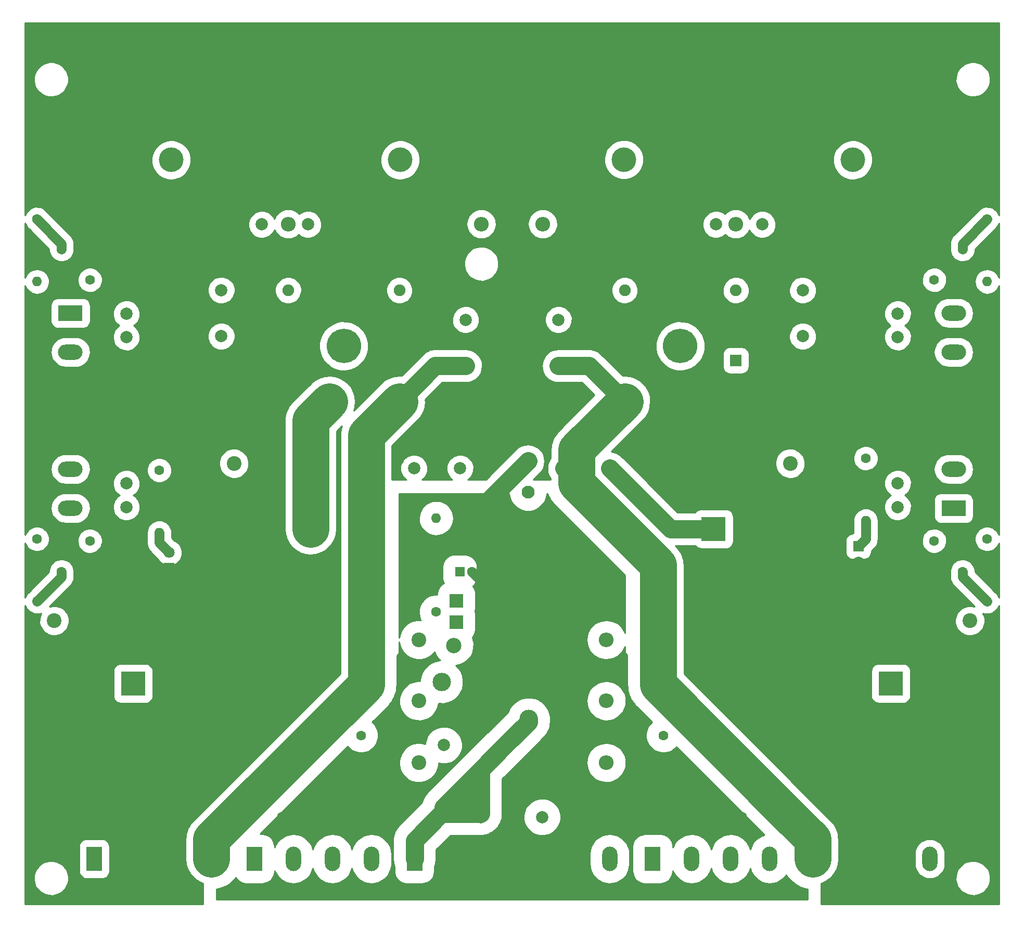
<source format=gbr>
%TF.GenerationSoftware,KiCad,Pcbnew,4.0.7-e2-6376~58~ubuntu16.04.1*%
%TF.CreationDate,2018-08-15T08:26:31-07:00*%
%TF.ProjectId,psu,7073752E6B696361645F706362000000,rev?*%
%TF.FileFunction,Copper,L2,Bot,Signal*%
%FSLAX46Y46*%
G04 Gerber Fmt 4.6, Leading zero omitted, Abs format (unit mm)*
G04 Created by KiCad (PCBNEW 4.0.7-e2-6376~58~ubuntu16.04.1) date Wed Aug 15 08:26:31 2018*
%MOMM*%
%LPD*%
G01*
G04 APERTURE LIST*
%ADD10C,0.100000*%
%ADD11C,2.000000*%
%ADD12R,2.200000X2.200000*%
%ADD13O,2.200000X2.200000*%
%ADD14R,1.800000X1.800000*%
%ADD15C,1.800000*%
%ADD16O,2.500000X4.000000*%
%ADD17R,2.500000X4.000000*%
%ADD18C,1.600000*%
%ADD19O,1.600000X1.600000*%
%ADD20C,1.900000*%
%ADD21R,1.900000X1.900000*%
%ADD22C,5.600000*%
%ADD23O,4.000000X2.500000*%
%ADD24R,4.000000X2.500000*%
%ADD25R,4.000000X4.000000*%
%ADD26C,4.000000*%
%ADD27R,1.600000X1.600000*%
%ADD28R,1.750000X1.750000*%
%ADD29C,1.750000*%
%ADD30C,2.400000*%
%ADD31O,2.400000X2.400000*%
%ADD32R,2.100000X2.100000*%
%ADD33C,2.100000*%
%ADD34C,2.500000*%
%ADD35C,3.000000*%
%ADD36C,0.600000*%
%ADD37C,3.000000*%
%ADD38C,1.600000*%
%ADD39C,0.250000*%
%ADD40C,6.000000*%
%ADD41C,0.254000*%
G04 APERTURE END LIST*
D10*
D11*
X128300000Y-147000000D03*
X118300000Y-147000000D03*
X112300000Y-135300000D03*
X122300000Y-135300000D03*
D12*
X114350000Y-111800000D03*
D13*
X124510000Y-111800000D03*
D14*
X67600000Y-106500000D03*
D15*
X67600000Y-103960000D03*
D16*
X100525000Y-153800000D03*
D17*
X81475000Y-153800000D03*
D16*
X87825000Y-153800000D03*
X94175000Y-153800000D03*
X74475000Y-153800000D03*
D17*
X55425000Y-153800000D03*
D16*
X61775000Y-153800000D03*
X68125000Y-153800000D03*
D18*
X180950000Y-88600000D03*
D19*
X180950000Y-98760000D03*
D18*
X66000000Y-90550000D03*
D19*
X66000000Y-100710000D03*
D11*
X121450000Y-87900000D03*
X118850000Y-97900000D03*
D20*
X105075000Y-61275000D03*
X86975000Y-61275000D03*
X105075000Y-79375000D03*
D21*
X93675000Y-79375000D03*
D22*
X96025000Y-70325000D03*
D23*
X51550000Y-96725000D03*
D24*
X51550000Y-64975000D03*
D23*
X51550000Y-90375000D03*
X51550000Y-71325000D03*
X51550000Y-77675000D03*
X51550000Y-84025000D03*
D18*
X148000000Y-133700000D03*
X143000000Y-133700000D03*
X165850000Y-146950000D03*
X160850000Y-146950000D03*
D11*
X164100000Y-50550000D03*
X156600000Y-50550000D03*
X130950000Y-66050000D03*
X130950000Y-73550000D03*
D18*
X192100000Y-54600000D03*
X192100000Y-59600000D03*
D25*
X141600000Y-30000000D03*
D26*
X141600000Y-40000000D03*
D25*
X178850000Y-30050000D03*
D26*
X178850000Y-40050000D03*
D11*
X186150000Y-78900000D03*
X186150000Y-68900000D03*
X186150000Y-55100000D03*
X186150000Y-65100000D03*
D18*
X196700000Y-59600000D03*
X196700000Y-54600000D03*
X196700000Y-107050000D03*
X196700000Y-102050000D03*
X192100000Y-102050000D03*
X192100000Y-107050000D03*
D25*
X156200000Y-100100000D03*
D26*
X156200000Y-110100000D03*
D25*
X185050000Y-125250000D03*
D26*
X185050000Y-135250000D03*
D11*
X186150000Y-92700000D03*
X186150000Y-82700000D03*
X186150000Y-96550000D03*
X186150000Y-106550000D03*
X170700000Y-61250000D03*
X170700000Y-68750000D03*
X139350000Y-90250000D03*
X131850000Y-90250000D03*
D18*
X80950000Y-146950000D03*
X85950000Y-146950000D03*
X98800000Y-133700000D03*
X103800000Y-133700000D03*
D11*
X115850000Y-73550000D03*
X115850000Y-66050000D03*
X90200000Y-50550000D03*
X82700000Y-50550000D03*
D18*
X54700000Y-54600000D03*
X54700000Y-59600000D03*
D25*
X67950000Y-30050000D03*
D26*
X67950000Y-40050000D03*
D25*
X105200000Y-30050000D03*
D26*
X105200000Y-40050000D03*
D11*
X60650000Y-78900000D03*
X60650000Y-68900000D03*
X60650000Y-55100000D03*
X60650000Y-65100000D03*
D18*
X50100000Y-59600000D03*
X50100000Y-54600000D03*
X50100000Y-107050000D03*
X50100000Y-102050000D03*
X54700000Y-102050000D03*
X54700000Y-107050000D03*
D25*
X90600000Y-100100000D03*
D26*
X90600000Y-110100000D03*
D25*
X61750000Y-125250000D03*
D26*
X61750000Y-135250000D03*
D11*
X60650000Y-92700000D03*
X60650000Y-82700000D03*
X60650000Y-96550000D03*
X60650000Y-106550000D03*
X114950000Y-90250000D03*
X107450000Y-90250000D03*
X76100000Y-68750000D03*
X76100000Y-61250000D03*
D27*
X114900000Y-107100000D03*
D18*
X116900000Y-107100000D03*
D12*
X114350000Y-115300000D03*
D13*
X124510000Y-115300000D03*
D23*
X195250000Y-64975000D03*
D24*
X195250000Y-96725000D03*
D23*
X195250000Y-71325000D03*
X195250000Y-90375000D03*
X195250000Y-84025000D03*
X195250000Y-77675000D03*
D16*
X165325000Y-153800000D03*
D17*
X146275000Y-153800000D03*
D16*
X152625000Y-153800000D03*
X158975000Y-153800000D03*
X191375000Y-153800000D03*
D17*
X172325000Y-153800000D03*
D16*
X178675000Y-153800000D03*
X185025000Y-153800000D03*
D28*
X179750000Y-102950000D03*
D29*
X179750000Y-105450000D03*
D18*
X200700000Y-49700000D03*
D19*
X200700000Y-59860000D03*
D30*
X128400000Y-20000000D03*
D31*
X128400000Y-50480000D03*
D30*
X159800000Y-20000000D03*
D31*
X159800000Y-50480000D03*
D30*
X197900000Y-115050000D03*
D31*
X197900000Y-145530000D03*
D30*
X168650000Y-89450000D03*
D31*
X168650000Y-119930000D03*
D18*
X200700000Y-101750000D03*
D19*
X200700000Y-111910000D03*
D18*
X46100000Y-49700000D03*
D19*
X46100000Y-59860000D03*
D30*
X87000000Y-20000000D03*
D31*
X87000000Y-50480000D03*
D30*
X118400000Y-20000000D03*
D31*
X118400000Y-50480000D03*
D30*
X78150000Y-89450000D03*
D31*
X78150000Y-119930000D03*
D30*
X48900000Y-115050000D03*
D31*
X48900000Y-145530000D03*
D18*
X46100000Y-101750000D03*
D19*
X46100000Y-111910000D03*
D18*
X111050000Y-113600000D03*
D19*
X111050000Y-98360000D03*
D30*
X108250000Y-118150000D03*
D31*
X138730000Y-118150000D03*
D30*
X108250000Y-128100000D03*
D31*
X138730000Y-128100000D03*
D30*
X108250000Y-138150000D03*
D31*
X138730000Y-138150000D03*
D20*
X141725000Y-61275000D03*
X141725000Y-79375000D03*
X159825000Y-61275000D03*
D21*
X159825000Y-72675000D03*
D22*
X150775000Y-70325000D03*
D32*
X126000000Y-99250000D03*
D33*
X126000000Y-94150000D03*
X126000000Y-83950000D03*
X126000000Y-89050000D03*
D34*
X113900000Y-131050000D03*
D35*
X126100000Y-131050000D03*
D34*
X113900000Y-119050000D03*
D35*
X111950000Y-125000000D03*
D16*
X139275000Y-153800000D03*
D17*
X107525000Y-153800000D03*
D16*
X132925000Y-153800000D03*
X113875000Y-153800000D03*
X120225000Y-153800000D03*
X126575000Y-153800000D03*
D36*
X93300000Y-95500000D03*
X93300000Y-96850000D03*
X87900000Y-95500000D03*
X87900000Y-96850000D03*
X89250000Y-96850000D03*
X89250000Y-95500000D03*
X91950000Y-95500000D03*
X91950000Y-96850000D03*
X90600000Y-95500000D03*
X90600000Y-96850000D03*
D37*
X112200000Y-146450000D02*
X112200000Y-145400000D01*
X112200000Y-145400000D02*
X118300000Y-139300000D01*
X111900000Y-146450000D02*
X112200000Y-146450000D01*
X112200000Y-146450000D02*
X113250000Y-146450000D01*
X113250000Y-146450000D02*
X118300000Y-141400000D01*
X122300000Y-135300000D02*
X126100000Y-131500000D01*
X126100000Y-131500000D02*
X126100000Y-131050000D01*
X118300000Y-146450000D02*
X111900000Y-146450000D01*
X107525000Y-150825000D02*
X107525000Y-153800000D01*
X111900000Y-146450000D02*
X107525000Y-150825000D01*
X118300000Y-146450000D02*
X118300000Y-141400000D01*
X118300000Y-141400000D02*
X118300000Y-139300000D01*
X118300000Y-139300000D02*
X122300000Y-135300000D01*
D38*
X67600000Y-106500000D02*
X67550000Y-106550000D01*
X67550000Y-106550000D02*
X60650000Y-106550000D01*
X179750000Y-105450000D02*
X180850000Y-106550000D01*
X180850000Y-106550000D02*
X186150000Y-106550000D01*
D39*
X93300000Y-96850000D02*
X93300000Y-95500000D01*
X93300000Y-96850000D02*
X90600000Y-96850000D01*
X90600000Y-96850000D02*
X93300000Y-96850000D01*
X93300000Y-96850000D02*
X90600000Y-96850000D01*
X87900000Y-95500000D02*
X90600000Y-95500000D01*
X90600000Y-95500000D02*
X87900000Y-95500000D01*
X87900000Y-95500000D02*
X90600000Y-95500000D01*
X87900000Y-96850000D02*
X90600000Y-96850000D01*
X90600000Y-96850000D02*
X87900000Y-96850000D01*
X87900000Y-96850000D02*
X90600000Y-96850000D01*
X89250000Y-96850000D02*
X90600000Y-96850000D01*
X89250000Y-95500000D02*
X90600000Y-95500000D01*
X90600000Y-95500000D02*
X89250000Y-95500000D01*
X89250000Y-95500000D02*
X90600000Y-95500000D01*
X91950000Y-96850000D02*
X90600000Y-96850000D01*
X91950000Y-95500000D02*
X90600000Y-94150000D01*
X90600000Y-94150000D02*
X91950000Y-95500000D01*
X91950000Y-95500000D02*
X90600000Y-95500000D01*
D40*
X93675000Y-79375000D02*
X90600000Y-82450000D01*
X90600000Y-82450000D02*
X90600000Y-95500000D01*
X90600000Y-95500000D02*
X90600000Y-95500000D01*
X90600000Y-95500000D02*
X90600000Y-95500000D01*
X90600000Y-95500000D02*
X90600000Y-94150000D01*
X90600000Y-94150000D02*
X90600000Y-95500000D01*
X90600000Y-95500000D02*
X90600000Y-96850000D01*
X90600000Y-96850000D02*
X90600000Y-96850000D01*
X90600000Y-96850000D02*
X90600000Y-96850000D01*
X90600000Y-96850000D02*
X90600000Y-100100000D01*
D38*
X116900000Y-107100000D02*
X121600000Y-111800000D01*
X121600000Y-111800000D02*
X124510000Y-111800000D01*
D37*
X118850000Y-97900000D02*
X118850000Y-96200000D01*
X118850000Y-96200000D02*
X126000000Y-89050000D01*
D38*
X67600000Y-103960000D02*
X66000000Y-102360000D01*
X66000000Y-102360000D02*
X66000000Y-100710000D01*
X165850000Y-146950000D02*
X166050000Y-146750000D01*
X166050000Y-146750000D02*
X168450000Y-146750000D01*
D37*
X131850000Y-90250000D02*
X133900000Y-88200000D01*
X133900000Y-88200000D02*
X133900000Y-87200000D01*
D40*
X141725000Y-79375000D02*
X133900000Y-87200000D01*
X172325000Y-150625000D02*
X168450000Y-146750000D01*
X168450000Y-146750000D02*
X147150000Y-125450000D01*
X147150000Y-125450000D02*
X147150000Y-105950000D01*
X172325000Y-150625000D02*
X172325000Y-153800000D01*
X133900000Y-92700000D02*
X147150000Y-105950000D01*
X133900000Y-87200000D02*
X133900000Y-92700000D01*
D37*
X141725000Y-79375000D02*
X135900000Y-73550000D01*
X135900000Y-73550000D02*
X130950000Y-73550000D01*
D38*
X200700000Y-49700000D02*
X196700000Y-53700000D01*
X196700000Y-53700000D02*
X196700000Y-54600000D01*
X200700000Y-111910000D02*
X196700000Y-107910000D01*
X196700000Y-107910000D02*
X196700000Y-107050000D01*
D37*
X156200000Y-100100000D02*
X149200000Y-100100000D01*
X149200000Y-100100000D02*
X139350000Y-90250000D01*
D40*
X105075000Y-79375000D02*
X99650000Y-84800000D01*
X99650000Y-125400000D02*
X77850000Y-147200000D01*
X99650000Y-125400000D02*
X99650000Y-84800000D01*
D38*
X80950000Y-146950000D02*
X80700000Y-147200000D01*
X80700000Y-147200000D02*
X77850000Y-147200000D01*
D37*
X105075000Y-79375000D02*
X110900000Y-73550000D01*
X110900000Y-73550000D02*
X115850000Y-73550000D01*
D40*
X74475000Y-153800000D02*
X74475000Y-150575000D01*
X74475000Y-150575000D02*
X77850000Y-147200000D01*
D37*
X110900000Y-73550000D02*
X115850000Y-73550000D01*
D38*
X46100000Y-49700000D02*
X50100000Y-53700000D01*
X50100000Y-53700000D02*
X50100000Y-54600000D01*
X46100000Y-111910000D02*
X50100000Y-107910000D01*
X50100000Y-107910000D02*
X50100000Y-107050000D01*
X179750000Y-102950000D02*
X180950000Y-101750000D01*
X180950000Y-101750000D02*
X180950000Y-98760000D01*
D41*
G36*
X202623000Y-49046092D02*
X202498395Y-48743777D01*
X202278413Y-48412678D01*
X201998310Y-48130612D01*
X201668755Y-47908325D01*
X201302301Y-47754281D01*
X200912904Y-47674350D01*
X200515399Y-47671575D01*
X200124925Y-47746062D01*
X199756355Y-47894973D01*
X199423728Y-48112638D01*
X199139715Y-48390765D01*
X199133397Y-48399992D01*
X195266695Y-52266695D01*
X195147888Y-52411333D01*
X195027495Y-52554812D01*
X195022359Y-52564154D01*
X195015595Y-52572389D01*
X194927115Y-52737403D01*
X194836913Y-52901480D01*
X194833691Y-52911637D01*
X194828653Y-52921033D01*
X194773899Y-53100124D01*
X194717295Y-53278563D01*
X194716107Y-53289153D01*
X194712990Y-53299349D01*
X194694063Y-53485686D01*
X194673198Y-53671699D01*
X194673052Y-53692529D01*
X194673012Y-53692925D01*
X194673047Y-53693294D01*
X194673000Y-53700000D01*
X194673000Y-54579610D01*
X194670335Y-54770436D01*
X194742094Y-55161420D01*
X194888430Y-55531021D01*
X195103767Y-55865159D01*
X195379904Y-56151107D01*
X195706324Y-56377975D01*
X196070592Y-56537120D01*
X196458834Y-56622480D01*
X196856262Y-56630805D01*
X197247738Y-56561777D01*
X197618351Y-56418026D01*
X197953984Y-56205027D01*
X198241854Y-55930892D01*
X198470994Y-55606065D01*
X198632678Y-55242916D01*
X198720747Y-54855280D01*
X198723506Y-54657684D01*
X198726802Y-54628301D01*
X198727000Y-54600000D01*
X198727000Y-54539610D01*
X202113271Y-51153340D01*
X202241854Y-51030892D01*
X202470994Y-50706065D01*
X202623000Y-50364653D01*
X202623000Y-59239876D01*
X202574055Y-59077762D01*
X202388331Y-58728467D01*
X202138300Y-58421898D01*
X201833484Y-58169733D01*
X201485494Y-57981575D01*
X201107585Y-57864593D01*
X200714151Y-57823241D01*
X200320178Y-57859096D01*
X199940672Y-57970790D01*
X199590089Y-58154071D01*
X199281782Y-58401956D01*
X199027495Y-58705004D01*
X198836913Y-59051672D01*
X198717295Y-59428755D01*
X198673198Y-59821891D01*
X198673000Y-59850192D01*
X198673000Y-59869808D01*
X198711604Y-60263521D01*
X198825945Y-60642238D01*
X199011669Y-60991533D01*
X199261700Y-61298102D01*
X199566516Y-61550267D01*
X199914506Y-61738425D01*
X200292415Y-61855407D01*
X200685849Y-61896759D01*
X201079822Y-61860904D01*
X201459328Y-61749210D01*
X201809911Y-61565929D01*
X202118218Y-61318044D01*
X202372505Y-61014996D01*
X202563087Y-60668328D01*
X202623000Y-60479459D01*
X202623000Y-101096092D01*
X202498395Y-100793777D01*
X202278413Y-100462678D01*
X201998310Y-100180612D01*
X201668755Y-99958325D01*
X201302301Y-99804281D01*
X200912904Y-99724350D01*
X200515399Y-99721575D01*
X200124925Y-99796062D01*
X199756355Y-99944973D01*
X199423728Y-100162638D01*
X199139715Y-100440765D01*
X198915132Y-100768760D01*
X198758534Y-101134131D01*
X198675886Y-101522959D01*
X198670335Y-101920436D01*
X198742094Y-102311420D01*
X198888430Y-102681021D01*
X199103767Y-103015159D01*
X199379904Y-103301107D01*
X199706324Y-103527975D01*
X200070592Y-103687120D01*
X200458834Y-103772480D01*
X200856262Y-103780805D01*
X201247738Y-103711777D01*
X201618351Y-103568026D01*
X201953984Y-103355027D01*
X202241854Y-103080892D01*
X202470994Y-102756065D01*
X202623000Y-102414653D01*
X202623000Y-111289876D01*
X202574055Y-111127762D01*
X202388331Y-110778467D01*
X202138300Y-110471898D01*
X202081616Y-110425005D01*
X198727000Y-107070390D01*
X198727000Y-107050000D01*
X198724647Y-107026000D01*
X198727087Y-106851242D01*
X198649876Y-106461298D01*
X198498395Y-106093777D01*
X198278413Y-105762678D01*
X197998310Y-105480612D01*
X197668755Y-105258325D01*
X197302301Y-105104281D01*
X196912904Y-105024350D01*
X196515399Y-105021575D01*
X196124925Y-105096062D01*
X195756355Y-105244973D01*
X195423728Y-105462638D01*
X195139715Y-105740765D01*
X194915132Y-106068760D01*
X194758534Y-106434131D01*
X194675886Y-106822959D01*
X194670335Y-107220436D01*
X194673000Y-107234956D01*
X194673000Y-107910000D01*
X194691270Y-108096331D01*
X194707590Y-108282869D01*
X194710564Y-108293105D01*
X194711604Y-108303713D01*
X194765734Y-108483000D01*
X194817960Y-108662763D01*
X194822863Y-108672222D01*
X194825945Y-108682430D01*
X194913872Y-108847795D01*
X195000015Y-109013983D01*
X195006664Y-109022312D01*
X195011669Y-109031725D01*
X195130041Y-109176864D01*
X195246823Y-109323154D01*
X195261445Y-109337981D01*
X195261700Y-109338294D01*
X195261990Y-109338534D01*
X195266695Y-109343305D01*
X198660068Y-112736679D01*
X198621156Y-112720322D01*
X198154918Y-112624617D01*
X197678970Y-112621294D01*
X197211442Y-112710480D01*
X196770140Y-112888777D01*
X196371874Y-113149395D01*
X196031814Y-113482406D01*
X195762913Y-113875127D01*
X195575413Y-114312598D01*
X195476455Y-114778156D01*
X195469810Y-115254069D01*
X195555730Y-115722209D01*
X195730942Y-116164744D01*
X195988773Y-116564820D01*
X196319402Y-116907196D01*
X196710236Y-117178833D01*
X197146387Y-117369382D01*
X197611243Y-117471588D01*
X198087098Y-117481555D01*
X198555826Y-117398906D01*
X198999574Y-117226787D01*
X199401440Y-116971756D01*
X199746116Y-116643525D01*
X200020475Y-116254597D01*
X200214065Y-115819787D01*
X200319513Y-115355656D01*
X200327104Y-114812020D01*
X200234656Y-114345126D01*
X200053282Y-113905080D01*
X199991640Y-113812302D01*
X200292415Y-113905407D01*
X200685849Y-113946759D01*
X201079822Y-113910904D01*
X201459328Y-113799210D01*
X201809911Y-113615929D01*
X202118218Y-113368044D01*
X202372505Y-113064996D01*
X202563087Y-112718328D01*
X202623000Y-112529459D01*
X202623000Y-161173000D01*
X173727000Y-161173000D01*
X173727000Y-157772613D01*
X173908462Y-157719206D01*
X174639550Y-157337003D01*
X174825242Y-157187702D01*
X195569284Y-157187702D01*
X195669364Y-157732997D01*
X195873454Y-158248468D01*
X196173778Y-158714481D01*
X196558899Y-159113286D01*
X197014147Y-159429691D01*
X197522182Y-159651646D01*
X198063652Y-159770696D01*
X198617934Y-159782307D01*
X199163915Y-159686036D01*
X199680798Y-159485550D01*
X200148897Y-159188486D01*
X200550380Y-158806158D01*
X200869956Y-158353130D01*
X201095452Y-157846658D01*
X201218279Y-157306031D01*
X201227122Y-156672798D01*
X201119437Y-156128953D01*
X200908171Y-155616382D01*
X200601369Y-155154608D01*
X200210717Y-154761219D01*
X199751096Y-154451201D01*
X199240012Y-154236361D01*
X198696932Y-154124883D01*
X198142542Y-154121012D01*
X197597959Y-154224897D01*
X197083925Y-154432580D01*
X196620020Y-154736151D01*
X196223914Y-155124047D01*
X195910694Y-155581492D01*
X195692291Y-156091064D01*
X195577024Y-156633353D01*
X195569284Y-157187702D01*
X174825242Y-157187702D01*
X175282477Y-156820076D01*
X175812755Y-156188116D01*
X176210185Y-155465192D01*
X176459630Y-154678843D01*
X176551588Y-153859018D01*
X176552000Y-153800000D01*
X176552000Y-153034386D01*
X188898000Y-153034386D01*
X188898000Y-154565614D01*
X188945174Y-155046732D01*
X189084899Y-155509525D01*
X189311854Y-155936365D01*
X189617393Y-156310993D01*
X189989879Y-156619140D01*
X190415124Y-156849069D01*
X190876930Y-156992022D01*
X191357707Y-157042554D01*
X191839144Y-156998740D01*
X192302901Y-156862248D01*
X192731314Y-156638279D01*
X193108066Y-156335363D01*
X193418806Y-155965037D01*
X193651698Y-155541408D01*
X193797872Y-155080611D01*
X193851759Y-154600198D01*
X193852000Y-154565614D01*
X193852000Y-153034386D01*
X193804826Y-152553268D01*
X193665101Y-152090475D01*
X193438146Y-151663635D01*
X193132607Y-151289007D01*
X192760121Y-150980860D01*
X192334876Y-150750931D01*
X191873070Y-150607978D01*
X191392293Y-150557446D01*
X190910856Y-150601260D01*
X190447099Y-150737752D01*
X190018686Y-150961721D01*
X189641934Y-151264637D01*
X189331194Y-151634963D01*
X189098302Y-152058592D01*
X188952128Y-152519389D01*
X188898241Y-152999802D01*
X188898000Y-153034386D01*
X176552000Y-153034386D01*
X176552000Y-150625000D01*
X176513909Y-150236523D01*
X176479869Y-149847438D01*
X176473665Y-149826085D01*
X176471497Y-149803971D01*
X176358671Y-149430275D01*
X176249710Y-149055228D01*
X176239479Y-149035491D01*
X176233056Y-149014216D01*
X176049775Y-148669515D01*
X175870061Y-148322811D01*
X175856192Y-148305438D01*
X175845758Y-148285814D01*
X175598974Y-147983227D01*
X175355381Y-147678083D01*
X175324877Y-147647150D01*
X175324356Y-147646511D01*
X175323764Y-147646022D01*
X175313941Y-147636060D01*
X171438940Y-143761060D01*
X151377000Y-123699120D01*
X151377000Y-123250000D01*
X181817064Y-123250000D01*
X181817064Y-127250000D01*
X181832646Y-127445395D01*
X181935277Y-127776806D01*
X182126175Y-128066504D01*
X182390222Y-128291549D01*
X182706512Y-128434123D01*
X183050000Y-128482936D01*
X187050000Y-128482936D01*
X187245395Y-128467354D01*
X187576806Y-128364723D01*
X187866504Y-128173825D01*
X188091549Y-127909778D01*
X188234123Y-127593488D01*
X188282936Y-127250000D01*
X188282936Y-123250000D01*
X188267354Y-123054605D01*
X188164723Y-122723194D01*
X187973825Y-122433496D01*
X187709778Y-122208451D01*
X187393488Y-122065877D01*
X187050000Y-122017064D01*
X183050000Y-122017064D01*
X182854605Y-122032646D01*
X182523194Y-122135277D01*
X182233496Y-122326175D01*
X182008451Y-122590222D01*
X181865877Y-122906512D01*
X181817064Y-123250000D01*
X151377000Y-123250000D01*
X151377000Y-105950000D01*
X151338900Y-105561429D01*
X151304868Y-105172438D01*
X151298666Y-105151090D01*
X151296497Y-105128971D01*
X151183645Y-104755187D01*
X151074709Y-104380228D01*
X151064481Y-104360495D01*
X151058056Y-104339216D01*
X150874756Y-103994479D01*
X150695061Y-103647811D01*
X150681192Y-103630438D01*
X150670758Y-103610814D01*
X150423974Y-103308227D01*
X150180381Y-103003083D01*
X150149877Y-102972150D01*
X150149356Y-102971511D01*
X150148764Y-102971022D01*
X150138941Y-102961060D01*
X150004881Y-102827000D01*
X153217196Y-102827000D01*
X153276175Y-102916504D01*
X153540222Y-103141549D01*
X153856512Y-103284123D01*
X154200000Y-103332936D01*
X158200000Y-103332936D01*
X158395395Y-103317354D01*
X158726806Y-103214723D01*
X159016504Y-103023825D01*
X159241549Y-102759778D01*
X159384123Y-102443488D01*
X159432936Y-102100000D01*
X159432936Y-102075000D01*
X177642064Y-102075000D01*
X177642064Y-103825000D01*
X177657646Y-104020395D01*
X177760277Y-104351806D01*
X177951175Y-104641504D01*
X178215222Y-104866549D01*
X178531512Y-105009123D01*
X178875000Y-105057936D01*
X180625000Y-105057936D01*
X180820395Y-105042354D01*
X181151806Y-104939723D01*
X181441504Y-104748825D01*
X181666549Y-104484778D01*
X181809123Y-104168488D01*
X181857936Y-103825000D01*
X181857936Y-103708675D01*
X182383305Y-103183306D01*
X182502133Y-103038642D01*
X182622505Y-102895188D01*
X182627641Y-102885846D01*
X182634405Y-102877611D01*
X182722885Y-102712597D01*
X182813087Y-102548520D01*
X182816309Y-102538363D01*
X182821347Y-102528967D01*
X182876088Y-102349918D01*
X182917161Y-102220436D01*
X190070335Y-102220436D01*
X190142094Y-102611420D01*
X190288430Y-102981021D01*
X190503767Y-103315159D01*
X190779904Y-103601107D01*
X191106324Y-103827975D01*
X191470592Y-103987120D01*
X191858834Y-104072480D01*
X192256262Y-104080805D01*
X192647738Y-104011777D01*
X193018351Y-103868026D01*
X193353984Y-103655027D01*
X193641854Y-103380892D01*
X193870994Y-103056065D01*
X194032678Y-102692916D01*
X194120747Y-102305280D01*
X194127087Y-101851242D01*
X194049876Y-101461298D01*
X193898395Y-101093777D01*
X193678413Y-100762678D01*
X193398310Y-100480612D01*
X193068755Y-100258325D01*
X192702301Y-100104281D01*
X192312904Y-100024350D01*
X191915399Y-100021575D01*
X191524925Y-100096062D01*
X191156355Y-100244973D01*
X190823728Y-100462638D01*
X190539715Y-100740765D01*
X190315132Y-101068760D01*
X190158534Y-101434131D01*
X190075886Y-101822959D01*
X190070335Y-102220436D01*
X182917161Y-102220436D01*
X182932705Y-102171437D01*
X182933893Y-102160842D01*
X182937009Y-102150651D01*
X182955932Y-101964359D01*
X182976802Y-101778301D01*
X182976948Y-101757473D01*
X182976988Y-101757076D01*
X182976953Y-101756707D01*
X182977000Y-101750000D01*
X182977000Y-98750192D01*
X182938396Y-98356479D01*
X182824055Y-97977762D01*
X182638331Y-97628467D01*
X182388300Y-97321898D01*
X182083484Y-97069733D01*
X181735494Y-96881575D01*
X181357585Y-96764593D01*
X180964151Y-96723241D01*
X180570178Y-96759096D01*
X180190672Y-96870790D01*
X179840089Y-97054071D01*
X179531782Y-97301956D01*
X179277495Y-97605004D01*
X179086913Y-97951672D01*
X178967295Y-98328755D01*
X178923198Y-98721891D01*
X178923000Y-98750192D01*
X178923000Y-100842064D01*
X178875000Y-100842064D01*
X178679605Y-100857646D01*
X178348194Y-100960277D01*
X178058496Y-101151175D01*
X177833451Y-101415222D01*
X177690877Y-101731512D01*
X177642064Y-102075000D01*
X159432936Y-102075000D01*
X159432936Y-98100000D01*
X159417354Y-97904605D01*
X159314723Y-97573194D01*
X159123825Y-97283496D01*
X158859778Y-97058451D01*
X158543488Y-96915877D01*
X158200000Y-96867064D01*
X154200000Y-96867064D01*
X154004605Y-96882646D01*
X153673194Y-96985277D01*
X153383496Y-97176175D01*
X153215744Y-97373000D01*
X150329560Y-97373000D01*
X145843812Y-92887252D01*
X183920072Y-92887252D01*
X183998912Y-93316815D01*
X184159685Y-93722883D01*
X184396270Y-94089990D01*
X184699653Y-94404152D01*
X185020811Y-94627363D01*
X184747801Y-94806016D01*
X184435764Y-95111585D01*
X184189022Y-95471943D01*
X184016973Y-95873364D01*
X183926170Y-96300557D01*
X183920072Y-96737252D01*
X183998912Y-97166815D01*
X184159685Y-97572883D01*
X184396270Y-97939990D01*
X184699653Y-98254152D01*
X185058279Y-98503404D01*
X185458489Y-98678251D01*
X185885038Y-98772034D01*
X186321680Y-98781181D01*
X186751782Y-98705342D01*
X187158963Y-98547407D01*
X187527712Y-98313392D01*
X187843985Y-98012209D01*
X188095735Y-97655331D01*
X188273372Y-97256352D01*
X188370130Y-96830468D01*
X188377096Y-96331631D01*
X188292267Y-95903212D01*
X188125839Y-95499428D01*
X188109610Y-95475000D01*
X192017064Y-95475000D01*
X192017064Y-97975000D01*
X192032646Y-98170395D01*
X192135277Y-98501806D01*
X192326175Y-98791504D01*
X192590222Y-99016549D01*
X192906512Y-99159123D01*
X193250000Y-99207936D01*
X197250000Y-99207936D01*
X197445395Y-99192354D01*
X197776806Y-99089723D01*
X198066504Y-98898825D01*
X198291549Y-98634778D01*
X198434123Y-98318488D01*
X198482936Y-97975000D01*
X198482936Y-95475000D01*
X198467354Y-95279605D01*
X198364723Y-94948194D01*
X198173825Y-94658496D01*
X197909778Y-94433451D01*
X197593488Y-94290877D01*
X197250000Y-94242064D01*
X193250000Y-94242064D01*
X193054605Y-94257646D01*
X192723194Y-94360277D01*
X192433496Y-94551175D01*
X192208451Y-94815222D01*
X192065877Y-95131512D01*
X192017064Y-95475000D01*
X188109610Y-95475000D01*
X187884152Y-95135660D01*
X187576412Y-94825764D01*
X187275999Y-94623134D01*
X187527712Y-94463392D01*
X187843985Y-94162209D01*
X188095735Y-93805331D01*
X188273372Y-93406352D01*
X188370130Y-92980468D01*
X188377096Y-92481631D01*
X188292267Y-92053212D01*
X188125839Y-91649428D01*
X187884152Y-91285660D01*
X187576412Y-90975764D01*
X187214340Y-90731544D01*
X186811728Y-90562301D01*
X186383911Y-90474483D01*
X185947185Y-90471434D01*
X185518183Y-90553270D01*
X185113247Y-90716875D01*
X184747801Y-90956016D01*
X184435764Y-91261585D01*
X184189022Y-91621943D01*
X184016973Y-92023364D01*
X183926170Y-92450557D01*
X183920072Y-92887252D01*
X145843812Y-92887252D01*
X142610629Y-89654069D01*
X166219810Y-89654069D01*
X166305730Y-90122209D01*
X166480942Y-90564744D01*
X166738773Y-90964820D01*
X167069402Y-91307196D01*
X167460236Y-91578833D01*
X167896387Y-91769382D01*
X168361243Y-91871588D01*
X168837098Y-91881555D01*
X169305826Y-91798906D01*
X169749574Y-91626787D01*
X170151440Y-91371756D01*
X170496116Y-91043525D01*
X170770475Y-90654597D01*
X170964065Y-90219787D01*
X171069513Y-89755656D01*
X171077104Y-89212020D01*
X170989668Y-88770436D01*
X178920335Y-88770436D01*
X178992094Y-89161420D01*
X179138430Y-89531021D01*
X179353767Y-89865159D01*
X179629904Y-90151107D01*
X179956324Y-90377975D01*
X180320592Y-90537120D01*
X180708834Y-90622480D01*
X181106262Y-90630805D01*
X181497738Y-90561777D01*
X181868351Y-90418026D01*
X181963398Y-90357707D01*
X192007446Y-90357707D01*
X192051260Y-90839144D01*
X192187752Y-91302901D01*
X192411721Y-91731314D01*
X192714637Y-92108066D01*
X193084963Y-92418806D01*
X193508592Y-92651698D01*
X193969389Y-92797872D01*
X194449802Y-92851759D01*
X194484386Y-92852000D01*
X196015614Y-92852000D01*
X196496732Y-92804826D01*
X196959525Y-92665101D01*
X197386365Y-92438146D01*
X197760993Y-92132607D01*
X198069140Y-91760121D01*
X198299069Y-91334876D01*
X198442022Y-90873070D01*
X198492554Y-90392293D01*
X198448740Y-89910856D01*
X198312248Y-89447099D01*
X198088279Y-89018686D01*
X197785363Y-88641934D01*
X197415037Y-88331194D01*
X196991408Y-88098302D01*
X196530611Y-87952128D01*
X196050198Y-87898241D01*
X196015614Y-87898000D01*
X194484386Y-87898000D01*
X194003268Y-87945174D01*
X193540475Y-88084899D01*
X193113635Y-88311854D01*
X192739007Y-88617393D01*
X192430860Y-88989879D01*
X192200931Y-89415124D01*
X192057978Y-89876930D01*
X192007446Y-90357707D01*
X181963398Y-90357707D01*
X182203984Y-90205027D01*
X182491854Y-89930892D01*
X182720994Y-89606065D01*
X182882678Y-89242916D01*
X182970747Y-88855280D01*
X182977087Y-88401242D01*
X182899876Y-88011298D01*
X182748395Y-87643777D01*
X182528413Y-87312678D01*
X182248310Y-87030612D01*
X181918755Y-86808325D01*
X181552301Y-86654281D01*
X181162904Y-86574350D01*
X180765399Y-86571575D01*
X180374925Y-86646062D01*
X180006355Y-86794973D01*
X179673728Y-87012638D01*
X179389715Y-87290765D01*
X179165132Y-87618760D01*
X179008534Y-87984131D01*
X178925886Y-88372959D01*
X178920335Y-88770436D01*
X170989668Y-88770436D01*
X170984656Y-88745126D01*
X170803282Y-88305080D01*
X170539890Y-87908643D01*
X170204513Y-87570916D01*
X169809925Y-87304763D01*
X169371156Y-87120322D01*
X168904918Y-87024617D01*
X168428970Y-87021294D01*
X167961442Y-87110480D01*
X167520140Y-87288777D01*
X167121874Y-87549395D01*
X166781814Y-87882406D01*
X166512913Y-88275127D01*
X166325413Y-88712598D01*
X166226455Y-89178156D01*
X166219810Y-89654069D01*
X142610629Y-89654069D01*
X141278280Y-88321720D01*
X140867018Y-87983905D01*
X140397973Y-87732406D01*
X139889011Y-87576800D01*
X139536851Y-87541029D01*
X144713940Y-82363940D01*
X145237571Y-81726461D01*
X145627409Y-80999417D01*
X145868606Y-80210498D01*
X145951975Y-79389755D01*
X145874338Y-78568450D01*
X145638655Y-77777866D01*
X145253902Y-77048117D01*
X144734734Y-76406999D01*
X144100926Y-75878931D01*
X143376620Y-75484026D01*
X142589405Y-75237327D01*
X141769264Y-75148232D01*
X141388136Y-75181576D01*
X137828280Y-71621720D01*
X137633650Y-71461849D01*
X137440665Y-71299915D01*
X137428098Y-71293006D01*
X137417018Y-71283905D01*
X137195047Y-71164886D01*
X136974280Y-71043518D01*
X136960609Y-71039181D01*
X136947973Y-71032406D01*
X136707108Y-70958766D01*
X136466975Y-70882591D01*
X136452724Y-70880993D01*
X136439011Y-70876800D01*
X136188411Y-70851345D01*
X135938075Y-70823266D01*
X135910042Y-70823070D01*
X135909519Y-70823017D01*
X135909031Y-70823063D01*
X135900000Y-70823000D01*
X130950000Y-70823000D01*
X130420323Y-70874935D01*
X129910821Y-71028763D01*
X129440901Y-71278624D01*
X129028463Y-71615001D01*
X128689215Y-72025081D01*
X128436079Y-72493245D01*
X128278698Y-73001661D01*
X128223066Y-73530962D01*
X128271303Y-74060989D01*
X128421570Y-74571552D01*
X128668144Y-75043205D01*
X129001633Y-75457982D01*
X129409335Y-75800085D01*
X129875720Y-76056482D01*
X130383025Y-76217409D01*
X130911925Y-76276734D01*
X130950000Y-76277000D01*
X134770440Y-76277000D01*
X136807780Y-78314340D01*
X130911060Y-84211060D01*
X130663277Y-84512716D01*
X130412245Y-84811884D01*
X130401534Y-84831367D01*
X130387429Y-84848539D01*
X130202939Y-85192610D01*
X130014815Y-85534808D01*
X130008094Y-85555995D01*
X129997591Y-85575583D01*
X129883439Y-85948957D01*
X129765370Y-86321157D01*
X129762892Y-86343248D01*
X129756394Y-86364502D01*
X129716934Y-86752976D01*
X129673412Y-87140982D01*
X129673109Y-87184420D01*
X129673025Y-87185245D01*
X129673098Y-87186013D01*
X129673000Y-87200000D01*
X129673000Y-88624516D01*
X129583905Y-88732982D01*
X129332406Y-89202027D01*
X129176800Y-89710989D01*
X129123017Y-90240481D01*
X129173103Y-90770336D01*
X129325151Y-91280372D01*
X129573370Y-91751162D01*
X129673000Y-91874195D01*
X129673000Y-92073000D01*
X126833560Y-92073000D01*
X127928280Y-90978280D01*
X128266095Y-90567018D01*
X128517594Y-90097973D01*
X128673200Y-89589011D01*
X128726983Y-89059519D01*
X128676897Y-88529664D01*
X128524849Y-88019628D01*
X128276630Y-87548838D01*
X127941695Y-87135228D01*
X127532801Y-86794551D01*
X127065524Y-86539784D01*
X126557660Y-86380629D01*
X126028557Y-86323149D01*
X125498364Y-86369535D01*
X124987280Y-86518019D01*
X124514769Y-86762945D01*
X124098831Y-87094985D01*
X124071720Y-87121720D01*
X119120440Y-92073000D01*
X116233785Y-92073000D01*
X116327712Y-92013392D01*
X116643985Y-91712209D01*
X116895735Y-91355331D01*
X117073372Y-90956352D01*
X117170130Y-90530468D01*
X117177096Y-90031631D01*
X117092267Y-89603212D01*
X116925839Y-89199428D01*
X116684152Y-88835660D01*
X116376412Y-88525764D01*
X116014340Y-88281544D01*
X115611728Y-88112301D01*
X115183911Y-88024483D01*
X114747185Y-88021434D01*
X114318183Y-88103270D01*
X113913247Y-88266875D01*
X113547801Y-88506016D01*
X113235764Y-88811585D01*
X112989022Y-89171943D01*
X112816973Y-89573364D01*
X112726170Y-90000557D01*
X112720072Y-90437252D01*
X112798912Y-90866815D01*
X112959685Y-91272883D01*
X113196270Y-91639990D01*
X113499653Y-91954152D01*
X113670653Y-92073000D01*
X108733785Y-92073000D01*
X108827712Y-92013392D01*
X109143985Y-91712209D01*
X109395735Y-91355331D01*
X109573372Y-90956352D01*
X109670130Y-90530468D01*
X109677096Y-90031631D01*
X109592267Y-89603212D01*
X109425839Y-89199428D01*
X109184152Y-88835660D01*
X108876412Y-88525764D01*
X108514340Y-88281544D01*
X108111728Y-88112301D01*
X107683911Y-88024483D01*
X107247185Y-88021434D01*
X106818183Y-88103270D01*
X106413247Y-88266875D01*
X106047801Y-88506016D01*
X105735764Y-88811585D01*
X105489022Y-89171943D01*
X105316973Y-89573364D01*
X105226170Y-90000557D01*
X105220072Y-90437252D01*
X105298912Y-90866815D01*
X105459685Y-91272883D01*
X105696270Y-91639990D01*
X105999653Y-91954152D01*
X106170653Y-92073000D01*
X103877000Y-92073000D01*
X103877000Y-86550880D01*
X108063941Y-82363940D01*
X108587572Y-81726461D01*
X108977409Y-80999416D01*
X109218606Y-80210497D01*
X109301975Y-79389755D01*
X109268710Y-79037850D01*
X112029560Y-76277000D01*
X115850000Y-76277000D01*
X116379677Y-76225065D01*
X116889179Y-76071237D01*
X117359099Y-75821376D01*
X117771537Y-75484999D01*
X118110785Y-75074919D01*
X118363921Y-74606755D01*
X118521302Y-74098339D01*
X118576934Y-73569038D01*
X118528697Y-73039011D01*
X118378430Y-72528448D01*
X118131856Y-72056795D01*
X117798367Y-71642018D01*
X117390665Y-71299915D01*
X116924280Y-71043518D01*
X116416975Y-70882591D01*
X115888075Y-70823266D01*
X115850000Y-70823000D01*
X110900000Y-70823000D01*
X110649331Y-70847578D01*
X110398364Y-70869535D01*
X110384593Y-70873536D01*
X110370323Y-70874935D01*
X110129190Y-70947737D01*
X109887280Y-71018019D01*
X109874548Y-71024618D01*
X109860821Y-71028763D01*
X109638436Y-71147007D01*
X109414769Y-71262945D01*
X109403560Y-71271893D01*
X109390901Y-71278624D01*
X109195722Y-71437809D01*
X108998831Y-71594985D01*
X108978871Y-71614669D01*
X108978463Y-71615001D01*
X108978151Y-71615378D01*
X108971720Y-71621720D01*
X105413270Y-75180170D01*
X105119264Y-75148231D01*
X104297438Y-75220131D01*
X103505228Y-75450290D01*
X102772811Y-75829939D01*
X102128083Y-76344619D01*
X102086060Y-76386059D01*
X97623517Y-80848602D01*
X97818606Y-80210497D01*
X97901975Y-79389755D01*
X97824338Y-78568450D01*
X97588655Y-77777866D01*
X97203902Y-77048117D01*
X96684734Y-76406999D01*
X96050926Y-75878930D01*
X95326621Y-75484026D01*
X94539405Y-75237327D01*
X93719264Y-75148232D01*
X92897438Y-75220132D01*
X92105228Y-75450291D01*
X91372811Y-75829939D01*
X90728083Y-76344619D01*
X90686060Y-76386059D01*
X87611060Y-79461060D01*
X87363277Y-79762716D01*
X87112245Y-80061884D01*
X87101534Y-80081367D01*
X87087429Y-80098539D01*
X86902939Y-80442610D01*
X86714815Y-80784808D01*
X86708094Y-80805995D01*
X86697591Y-80825583D01*
X86583439Y-81198957D01*
X86465370Y-81571157D01*
X86462892Y-81593248D01*
X86456394Y-81614502D01*
X86416934Y-82002976D01*
X86373412Y-82390982D01*
X86373109Y-82434420D01*
X86373025Y-82435245D01*
X86373098Y-82436013D01*
X86373000Y-82450000D01*
X86373000Y-95484587D01*
X86370992Y-95628394D01*
X86373000Y-95639335D01*
X86373000Y-96834587D01*
X86370992Y-96978394D01*
X86373000Y-96989335D01*
X86373000Y-100100000D01*
X86453503Y-100921029D01*
X86691944Y-101710784D01*
X87079242Y-102439186D01*
X87600644Y-103078489D01*
X88236292Y-103604342D01*
X88961972Y-103996716D01*
X89750044Y-104240665D01*
X90570490Y-104326897D01*
X91392061Y-104252128D01*
X92183462Y-104019206D01*
X92914550Y-103637003D01*
X93557477Y-103120076D01*
X94087755Y-102488116D01*
X94485185Y-101765192D01*
X94734630Y-100978843D01*
X94826588Y-100159018D01*
X94827000Y-100100000D01*
X94827000Y-96704997D01*
X94827066Y-96700270D01*
X94827000Y-96699937D01*
X94827000Y-95354997D01*
X94827066Y-95350270D01*
X94827000Y-95349937D01*
X94827000Y-84200880D01*
X95701482Y-83326399D01*
X95633439Y-83548957D01*
X95515370Y-83921157D01*
X95512892Y-83943248D01*
X95506394Y-83964502D01*
X95466934Y-84352976D01*
X95423412Y-84740982D01*
X95423109Y-84784420D01*
X95423025Y-84785245D01*
X95423098Y-84786013D01*
X95423000Y-84800000D01*
X95423000Y-123649119D01*
X74861132Y-144210988D01*
X74861060Y-144211059D01*
X71486060Y-147586060D01*
X71238277Y-147887716D01*
X70987245Y-148186884D01*
X70976534Y-148206367D01*
X70962429Y-148223539D01*
X70777939Y-148567610D01*
X70589815Y-148909808D01*
X70583094Y-148930995D01*
X70572591Y-148950583D01*
X70458439Y-149323957D01*
X70340370Y-149696157D01*
X70337892Y-149718248D01*
X70331394Y-149739502D01*
X70291934Y-150127976D01*
X70248412Y-150515982D01*
X70248109Y-150559420D01*
X70248025Y-150560245D01*
X70248098Y-150561013D01*
X70248000Y-150575000D01*
X70248000Y-153800000D01*
X70328503Y-154621029D01*
X70566944Y-155410784D01*
X70954242Y-156139186D01*
X71475644Y-156778489D01*
X72111292Y-157304342D01*
X72836972Y-157696716D01*
X73073000Y-157769779D01*
X73073000Y-161173000D01*
X44177000Y-161173000D01*
X44177000Y-157187702D01*
X45569284Y-157187702D01*
X45669364Y-157732997D01*
X45873454Y-158248468D01*
X46173778Y-158714481D01*
X46558899Y-159113286D01*
X47014147Y-159429691D01*
X47522182Y-159651646D01*
X48063652Y-159770696D01*
X48617934Y-159782307D01*
X49163915Y-159686036D01*
X49680798Y-159485550D01*
X50148897Y-159188486D01*
X50550380Y-158806158D01*
X50869956Y-158353130D01*
X51095452Y-157846658D01*
X51218279Y-157306031D01*
X51227122Y-156672798D01*
X51119437Y-156128953D01*
X50908171Y-155616382D01*
X50601369Y-155154608D01*
X50210717Y-154761219D01*
X49751096Y-154451201D01*
X49240012Y-154236361D01*
X48696932Y-154124883D01*
X48142542Y-154121012D01*
X47597959Y-154224897D01*
X47083925Y-154432580D01*
X46620020Y-154736151D01*
X46223914Y-155124047D01*
X45910694Y-155581492D01*
X45692291Y-156091064D01*
X45577024Y-156633353D01*
X45569284Y-157187702D01*
X44177000Y-157187702D01*
X44177000Y-151800000D01*
X52942064Y-151800000D01*
X52942064Y-155800000D01*
X52957646Y-155995395D01*
X53060277Y-156326806D01*
X53251175Y-156616504D01*
X53515222Y-156841549D01*
X53831512Y-156984123D01*
X54175000Y-157032936D01*
X56675000Y-157032936D01*
X56870395Y-157017354D01*
X57201806Y-156914723D01*
X57491504Y-156723825D01*
X57716549Y-156459778D01*
X57859123Y-156143488D01*
X57907936Y-155800000D01*
X57907936Y-151800000D01*
X57892354Y-151604605D01*
X57789723Y-151273194D01*
X57598825Y-150983496D01*
X57334778Y-150758451D01*
X57018488Y-150615877D01*
X56675000Y-150567064D01*
X54175000Y-150567064D01*
X53979605Y-150582646D01*
X53648194Y-150685277D01*
X53358496Y-150876175D01*
X53133451Y-151140222D01*
X52990877Y-151456512D01*
X52942064Y-151800000D01*
X44177000Y-151800000D01*
X44177000Y-123250000D01*
X58517064Y-123250000D01*
X58517064Y-127250000D01*
X58532646Y-127445395D01*
X58635277Y-127776806D01*
X58826175Y-128066504D01*
X59090222Y-128291549D01*
X59406512Y-128434123D01*
X59750000Y-128482936D01*
X63750000Y-128482936D01*
X63945395Y-128467354D01*
X64276806Y-128364723D01*
X64566504Y-128173825D01*
X64791549Y-127909778D01*
X64934123Y-127593488D01*
X64982936Y-127250000D01*
X64982936Y-123250000D01*
X64967354Y-123054605D01*
X64864723Y-122723194D01*
X64673825Y-122433496D01*
X64409778Y-122208451D01*
X64093488Y-122065877D01*
X63750000Y-122017064D01*
X59750000Y-122017064D01*
X59554605Y-122032646D01*
X59223194Y-122135277D01*
X58933496Y-122326175D01*
X58708451Y-122590222D01*
X58565877Y-122906512D01*
X58517064Y-123250000D01*
X44177000Y-123250000D01*
X44177000Y-112530124D01*
X44225945Y-112692238D01*
X44411669Y-113041533D01*
X44661700Y-113348102D01*
X44966516Y-113600267D01*
X45314506Y-113788425D01*
X45692415Y-113905407D01*
X46085849Y-113946759D01*
X46479822Y-113910904D01*
X46803680Y-113815588D01*
X46762913Y-113875127D01*
X46575413Y-114312598D01*
X46476455Y-114778156D01*
X46469810Y-115254069D01*
X46555730Y-115722209D01*
X46730942Y-116164744D01*
X46988773Y-116564820D01*
X47319402Y-116907196D01*
X47710236Y-117178833D01*
X48146387Y-117369382D01*
X48611243Y-117471588D01*
X49087098Y-117481555D01*
X49555826Y-117398906D01*
X49999574Y-117226787D01*
X50401440Y-116971756D01*
X50746116Y-116643525D01*
X51020475Y-116254597D01*
X51214065Y-115819787D01*
X51319513Y-115355656D01*
X51327104Y-114812020D01*
X51234656Y-114345126D01*
X51053282Y-113905080D01*
X50789890Y-113508643D01*
X50454513Y-113170916D01*
X50059925Y-112904763D01*
X49621156Y-112720322D01*
X49154918Y-112624617D01*
X48678970Y-112621294D01*
X48211442Y-112710480D01*
X48135412Y-112741198D01*
X51533305Y-109343306D01*
X51652133Y-109198642D01*
X51772505Y-109055188D01*
X51777641Y-109045846D01*
X51784405Y-109037611D01*
X51872885Y-108872597D01*
X51963087Y-108708520D01*
X51966309Y-108698363D01*
X51971347Y-108688967D01*
X52026088Y-108509918D01*
X52082705Y-108331437D01*
X52083893Y-108320842D01*
X52087009Y-108310651D01*
X52105932Y-108124364D01*
X52126802Y-107938301D01*
X52126948Y-107917471D01*
X52126988Y-107917075D01*
X52126953Y-107916706D01*
X52127000Y-107910000D01*
X52127000Y-107050000D01*
X52124647Y-107026000D01*
X52127087Y-106851242D01*
X52049876Y-106461298D01*
X51898395Y-106093777D01*
X51678413Y-105762678D01*
X51398310Y-105480612D01*
X51068755Y-105258325D01*
X50702301Y-105104281D01*
X50312904Y-105024350D01*
X49915399Y-105021575D01*
X49524925Y-105096062D01*
X49156355Y-105244973D01*
X48823728Y-105462638D01*
X48539715Y-105740765D01*
X48315132Y-106068760D01*
X48158534Y-106434131D01*
X48075886Y-106822959D01*
X48072422Y-107070967D01*
X44731032Y-110412358D01*
X44681782Y-110451956D01*
X44427495Y-110755004D01*
X44236913Y-111101672D01*
X44177000Y-111290541D01*
X44177000Y-102399582D01*
X44288430Y-102681021D01*
X44503767Y-103015159D01*
X44779904Y-103301107D01*
X45106324Y-103527975D01*
X45470592Y-103687120D01*
X45858834Y-103772480D01*
X46256262Y-103780805D01*
X46647738Y-103711777D01*
X47018351Y-103568026D01*
X47353984Y-103355027D01*
X47641854Y-103080892D01*
X47870994Y-102756065D01*
X48032678Y-102392916D01*
X48071864Y-102220436D01*
X52670335Y-102220436D01*
X52742094Y-102611420D01*
X52888430Y-102981021D01*
X53103767Y-103315159D01*
X53379904Y-103601107D01*
X53706324Y-103827975D01*
X54070592Y-103987120D01*
X54458834Y-104072480D01*
X54856262Y-104080805D01*
X55247738Y-104011777D01*
X55618351Y-103868026D01*
X55953984Y-103655027D01*
X56241854Y-103380892D01*
X56470994Y-103056065D01*
X56632678Y-102692916D01*
X56720747Y-102305280D01*
X56727087Y-101851242D01*
X56649876Y-101461298D01*
X56498395Y-101093777D01*
X56278413Y-100762678D01*
X56216362Y-100700192D01*
X63973000Y-100700192D01*
X63973000Y-102360000D01*
X63991270Y-102546331D01*
X64007590Y-102732869D01*
X64010564Y-102743105D01*
X64011604Y-102753713D01*
X64065734Y-102933000D01*
X64117960Y-103112763D01*
X64122863Y-103122222D01*
X64125945Y-103132430D01*
X64213872Y-103297795D01*
X64300015Y-103463983D01*
X64306664Y-103472312D01*
X64311669Y-103481725D01*
X64430041Y-103626864D01*
X64546823Y-103773154D01*
X64561445Y-103787981D01*
X64561700Y-103788294D01*
X64561990Y-103788534D01*
X64566695Y-103793305D01*
X65691663Y-104918273D01*
X65699058Y-104936952D01*
X65925018Y-105287574D01*
X66214779Y-105587630D01*
X66557301Y-105825689D01*
X66939540Y-105992685D01*
X67346936Y-106082257D01*
X67763971Y-106090993D01*
X68174760Y-106018560D01*
X68563657Y-105867717D01*
X68915848Y-105644209D01*
X69217919Y-105356551D01*
X69458365Y-105015698D01*
X69628025Y-104634634D01*
X69720439Y-104227874D01*
X69727092Y-103751437D01*
X69646071Y-103342255D01*
X69487117Y-102956602D01*
X69256283Y-102609169D01*
X68962361Y-102313188D01*
X68616548Y-102079934D01*
X68564786Y-102058175D01*
X68027000Y-101520390D01*
X68027000Y-100700192D01*
X67988396Y-100306479D01*
X67874055Y-99927762D01*
X67688331Y-99578467D01*
X67438300Y-99271898D01*
X67133484Y-99019733D01*
X66785494Y-98831575D01*
X66407585Y-98714593D01*
X66014151Y-98673241D01*
X65620178Y-98709096D01*
X65240672Y-98820790D01*
X64890089Y-99004071D01*
X64581782Y-99251956D01*
X64327495Y-99555004D01*
X64136913Y-99901672D01*
X64017295Y-100278755D01*
X63973198Y-100671891D01*
X63973000Y-100700192D01*
X56216362Y-100700192D01*
X55998310Y-100480612D01*
X55668755Y-100258325D01*
X55302301Y-100104281D01*
X54912904Y-100024350D01*
X54515399Y-100021575D01*
X54124925Y-100096062D01*
X53756355Y-100244973D01*
X53423728Y-100462638D01*
X53139715Y-100740765D01*
X52915132Y-101068760D01*
X52758534Y-101434131D01*
X52675886Y-101822959D01*
X52670335Y-102220436D01*
X48071864Y-102220436D01*
X48120747Y-102005280D01*
X48127087Y-101551242D01*
X48049876Y-101161298D01*
X47898395Y-100793777D01*
X47678413Y-100462678D01*
X47398310Y-100180612D01*
X47068755Y-99958325D01*
X46702301Y-99804281D01*
X46312904Y-99724350D01*
X45915399Y-99721575D01*
X45524925Y-99796062D01*
X45156355Y-99944973D01*
X44823728Y-100162638D01*
X44539715Y-100440765D01*
X44315132Y-100768760D01*
X44177000Y-101091047D01*
X44177000Y-96707707D01*
X48307446Y-96707707D01*
X48351260Y-97189144D01*
X48487752Y-97652901D01*
X48711721Y-98081314D01*
X49014637Y-98458066D01*
X49384963Y-98768806D01*
X49808592Y-99001698D01*
X50269389Y-99147872D01*
X50749802Y-99201759D01*
X50784386Y-99202000D01*
X52315614Y-99202000D01*
X52796732Y-99154826D01*
X53259525Y-99015101D01*
X53686365Y-98788146D01*
X54060993Y-98482607D01*
X54369140Y-98110121D01*
X54599069Y-97684876D01*
X54742022Y-97223070D01*
X54792554Y-96742293D01*
X54748740Y-96260856D01*
X54612248Y-95797099D01*
X54388279Y-95368686D01*
X54085363Y-94991934D01*
X53715037Y-94681194D01*
X53291408Y-94448302D01*
X52830611Y-94302128D01*
X52350198Y-94248241D01*
X52315614Y-94248000D01*
X50784386Y-94248000D01*
X50303268Y-94295174D01*
X49840475Y-94434899D01*
X49413635Y-94661854D01*
X49039007Y-94967393D01*
X48730860Y-95339879D01*
X48500931Y-95765124D01*
X48357978Y-96226930D01*
X48307446Y-96707707D01*
X44177000Y-96707707D01*
X44177000Y-92887252D01*
X58420072Y-92887252D01*
X58498912Y-93316815D01*
X58659685Y-93722883D01*
X58896270Y-94089990D01*
X59199653Y-94404152D01*
X59520811Y-94627363D01*
X59247801Y-94806016D01*
X58935764Y-95111585D01*
X58689022Y-95471943D01*
X58516973Y-95873364D01*
X58426170Y-96300557D01*
X58420072Y-96737252D01*
X58498912Y-97166815D01*
X58659685Y-97572883D01*
X58896270Y-97939990D01*
X59199653Y-98254152D01*
X59558279Y-98503404D01*
X59958489Y-98678251D01*
X60385038Y-98772034D01*
X60821680Y-98781181D01*
X61251782Y-98705342D01*
X61658963Y-98547407D01*
X62027712Y-98313392D01*
X62343985Y-98012209D01*
X62595735Y-97655331D01*
X62773372Y-97256352D01*
X62870130Y-96830468D01*
X62877096Y-96331631D01*
X62792267Y-95903212D01*
X62625839Y-95499428D01*
X62384152Y-95135660D01*
X62076412Y-94825764D01*
X61775999Y-94623134D01*
X62027712Y-94463392D01*
X62343985Y-94162209D01*
X62595735Y-93805331D01*
X62773372Y-93406352D01*
X62870130Y-92980468D01*
X62877096Y-92481631D01*
X62792267Y-92053212D01*
X62625839Y-91649428D01*
X62384152Y-91285660D01*
X62076412Y-90975764D01*
X61714340Y-90731544D01*
X61687916Y-90720436D01*
X63970335Y-90720436D01*
X64042094Y-91111420D01*
X64188430Y-91481021D01*
X64403767Y-91815159D01*
X64679904Y-92101107D01*
X65006324Y-92327975D01*
X65370592Y-92487120D01*
X65758834Y-92572480D01*
X66156262Y-92580805D01*
X66547738Y-92511777D01*
X66918351Y-92368026D01*
X67253984Y-92155027D01*
X67541854Y-91880892D01*
X67770994Y-91556065D01*
X67932678Y-91192916D01*
X68020747Y-90805280D01*
X68027087Y-90351242D01*
X67949876Y-89961298D01*
X67823246Y-89654069D01*
X75719810Y-89654069D01*
X75805730Y-90122209D01*
X75980942Y-90564744D01*
X76238773Y-90964820D01*
X76569402Y-91307196D01*
X76960236Y-91578833D01*
X77396387Y-91769382D01*
X77861243Y-91871588D01*
X78337098Y-91881555D01*
X78805826Y-91798906D01*
X79249574Y-91626787D01*
X79651440Y-91371756D01*
X79996116Y-91043525D01*
X80270475Y-90654597D01*
X80464065Y-90219787D01*
X80569513Y-89755656D01*
X80577104Y-89212020D01*
X80484656Y-88745126D01*
X80303282Y-88305080D01*
X80039890Y-87908643D01*
X79704513Y-87570916D01*
X79309925Y-87304763D01*
X78871156Y-87120322D01*
X78404918Y-87024617D01*
X77928970Y-87021294D01*
X77461442Y-87110480D01*
X77020140Y-87288777D01*
X76621874Y-87549395D01*
X76281814Y-87882406D01*
X76012913Y-88275127D01*
X75825413Y-88712598D01*
X75726455Y-89178156D01*
X75719810Y-89654069D01*
X67823246Y-89654069D01*
X67798395Y-89593777D01*
X67578413Y-89262678D01*
X67298310Y-88980612D01*
X66968755Y-88758325D01*
X66602301Y-88604281D01*
X66212904Y-88524350D01*
X65815399Y-88521575D01*
X65424925Y-88596062D01*
X65056355Y-88744973D01*
X64723728Y-88962638D01*
X64439715Y-89240765D01*
X64215132Y-89568760D01*
X64058534Y-89934131D01*
X63975886Y-90322959D01*
X63970335Y-90720436D01*
X61687916Y-90720436D01*
X61311728Y-90562301D01*
X60883911Y-90474483D01*
X60447185Y-90471434D01*
X60018183Y-90553270D01*
X59613247Y-90716875D01*
X59247801Y-90956016D01*
X58935764Y-91261585D01*
X58689022Y-91621943D01*
X58516973Y-92023364D01*
X58426170Y-92450557D01*
X58420072Y-92887252D01*
X44177000Y-92887252D01*
X44177000Y-90357707D01*
X48307446Y-90357707D01*
X48351260Y-90839144D01*
X48487752Y-91302901D01*
X48711721Y-91731314D01*
X49014637Y-92108066D01*
X49384963Y-92418806D01*
X49808592Y-92651698D01*
X50269389Y-92797872D01*
X50749802Y-92851759D01*
X50784386Y-92852000D01*
X52315614Y-92852000D01*
X52796732Y-92804826D01*
X53259525Y-92665101D01*
X53686365Y-92438146D01*
X54060993Y-92132607D01*
X54369140Y-91760121D01*
X54599069Y-91334876D01*
X54742022Y-90873070D01*
X54792554Y-90392293D01*
X54748740Y-89910856D01*
X54612248Y-89447099D01*
X54388279Y-89018686D01*
X54085363Y-88641934D01*
X53715037Y-88331194D01*
X53291408Y-88098302D01*
X52830611Y-87952128D01*
X52350198Y-87898241D01*
X52315614Y-87898000D01*
X50784386Y-87898000D01*
X50303268Y-87945174D01*
X49840475Y-88084899D01*
X49413635Y-88311854D01*
X49039007Y-88617393D01*
X48730860Y-88989879D01*
X48500931Y-89415124D01*
X48357978Y-89876930D01*
X48307446Y-90357707D01*
X44177000Y-90357707D01*
X44177000Y-71307707D01*
X48307446Y-71307707D01*
X48351260Y-71789144D01*
X48487752Y-72252901D01*
X48711721Y-72681314D01*
X49014637Y-73058066D01*
X49384963Y-73368806D01*
X49808592Y-73601698D01*
X50269389Y-73747872D01*
X50749802Y-73801759D01*
X50784386Y-73802000D01*
X52315614Y-73802000D01*
X52796732Y-73754826D01*
X53259525Y-73615101D01*
X53686365Y-73388146D01*
X54060993Y-73082607D01*
X54369140Y-72710121D01*
X54599069Y-72284876D01*
X54742022Y-71823070D01*
X54792554Y-71342293D01*
X54748740Y-70860856D01*
X54612248Y-70397099D01*
X54388279Y-69968686D01*
X54085363Y-69591934D01*
X53715037Y-69281194D01*
X53291408Y-69048302D01*
X52830611Y-68902128D01*
X52350198Y-68848241D01*
X52315614Y-68848000D01*
X50784386Y-68848000D01*
X50303268Y-68895174D01*
X49840475Y-69034899D01*
X49413635Y-69261854D01*
X49039007Y-69567393D01*
X48730860Y-69939879D01*
X48500931Y-70365124D01*
X48357978Y-70826930D01*
X48307446Y-71307707D01*
X44177000Y-71307707D01*
X44177000Y-63725000D01*
X48317064Y-63725000D01*
X48317064Y-66225000D01*
X48332646Y-66420395D01*
X48435277Y-66751806D01*
X48626175Y-67041504D01*
X48890222Y-67266549D01*
X49206512Y-67409123D01*
X49550000Y-67457936D01*
X53550000Y-67457936D01*
X53745395Y-67442354D01*
X54076806Y-67339723D01*
X54366504Y-67148825D01*
X54591549Y-66884778D01*
X54734123Y-66568488D01*
X54782936Y-66225000D01*
X54782936Y-65287252D01*
X58420072Y-65287252D01*
X58498912Y-65716815D01*
X58659685Y-66122883D01*
X58896270Y-66489990D01*
X59199653Y-66804152D01*
X59483758Y-67001610D01*
X59247801Y-67156016D01*
X58935764Y-67461585D01*
X58689022Y-67821943D01*
X58516973Y-68223364D01*
X58426170Y-68650557D01*
X58420072Y-69087252D01*
X58498912Y-69516815D01*
X58659685Y-69922883D01*
X58896270Y-70289990D01*
X59199653Y-70604152D01*
X59558279Y-70853404D01*
X59958489Y-71028251D01*
X60385038Y-71122034D01*
X60821680Y-71131181D01*
X61251782Y-71055342D01*
X61658963Y-70897407D01*
X62027712Y-70663392D01*
X62343985Y-70362209D01*
X62595735Y-70005331D01*
X62773372Y-69606352D01*
X62870130Y-69180468D01*
X62873526Y-68937252D01*
X73870072Y-68937252D01*
X73948912Y-69366815D01*
X74109685Y-69772883D01*
X74346270Y-70139990D01*
X74649653Y-70454152D01*
X75008279Y-70703404D01*
X75408489Y-70878251D01*
X75835038Y-70972034D01*
X76271680Y-70981181D01*
X76701782Y-70905342D01*
X77108963Y-70747407D01*
X77241020Y-70663601D01*
X91992707Y-70663601D01*
X92135269Y-71440362D01*
X92425990Y-72174640D01*
X92853796Y-72838465D01*
X93402393Y-73406553D01*
X94050883Y-73857266D01*
X94774567Y-74173436D01*
X95545880Y-74343020D01*
X96335442Y-74359559D01*
X97113180Y-74222423D01*
X97849469Y-73936835D01*
X98516265Y-73513674D01*
X99088169Y-72969057D01*
X99543398Y-72323728D01*
X99864613Y-71602269D01*
X100039577Y-70832159D01*
X100041930Y-70663601D01*
X146742707Y-70663601D01*
X146885269Y-71440362D01*
X147175990Y-72174640D01*
X147603796Y-72838465D01*
X148152393Y-73406553D01*
X148800883Y-73857266D01*
X149524567Y-74173436D01*
X150295880Y-74343020D01*
X151085442Y-74359559D01*
X151863180Y-74222423D01*
X152599469Y-73936835D01*
X153266265Y-73513674D01*
X153838169Y-72969057D01*
X154293398Y-72323728D01*
X154559969Y-71725000D01*
X157642064Y-71725000D01*
X157642064Y-73625000D01*
X157657646Y-73820395D01*
X157760277Y-74151806D01*
X157951175Y-74441504D01*
X158215222Y-74666549D01*
X158531512Y-74809123D01*
X158875000Y-74857936D01*
X160775000Y-74857936D01*
X160970395Y-74842354D01*
X161301806Y-74739723D01*
X161591504Y-74548825D01*
X161816549Y-74284778D01*
X161959123Y-73968488D01*
X162007936Y-73625000D01*
X162007936Y-71725000D01*
X161992354Y-71529605D01*
X161923637Y-71307707D01*
X192007446Y-71307707D01*
X192051260Y-71789144D01*
X192187752Y-72252901D01*
X192411721Y-72681314D01*
X192714637Y-73058066D01*
X193084963Y-73368806D01*
X193508592Y-73601698D01*
X193969389Y-73747872D01*
X194449802Y-73801759D01*
X194484386Y-73802000D01*
X196015614Y-73802000D01*
X196496732Y-73754826D01*
X196959525Y-73615101D01*
X197386365Y-73388146D01*
X197760993Y-73082607D01*
X198069140Y-72710121D01*
X198299069Y-72284876D01*
X198442022Y-71823070D01*
X198492554Y-71342293D01*
X198448740Y-70860856D01*
X198312248Y-70397099D01*
X198088279Y-69968686D01*
X197785363Y-69591934D01*
X197415037Y-69281194D01*
X196991408Y-69048302D01*
X196530611Y-68902128D01*
X196050198Y-68848241D01*
X196015614Y-68848000D01*
X194484386Y-68848000D01*
X194003268Y-68895174D01*
X193540475Y-69034899D01*
X193113635Y-69261854D01*
X192739007Y-69567393D01*
X192430860Y-69939879D01*
X192200931Y-70365124D01*
X192057978Y-70826930D01*
X192007446Y-71307707D01*
X161923637Y-71307707D01*
X161889723Y-71198194D01*
X161698825Y-70908496D01*
X161434778Y-70683451D01*
X161118488Y-70540877D01*
X160775000Y-70492064D01*
X158875000Y-70492064D01*
X158679605Y-70507646D01*
X158348194Y-70610277D01*
X158058496Y-70801175D01*
X157833451Y-71065222D01*
X157690877Y-71381512D01*
X157642064Y-71725000D01*
X154559969Y-71725000D01*
X154614613Y-71602269D01*
X154789577Y-70832159D01*
X154802173Y-69930132D01*
X154648779Y-69155437D01*
X154558850Y-68937252D01*
X168470072Y-68937252D01*
X168548912Y-69366815D01*
X168709685Y-69772883D01*
X168946270Y-70139990D01*
X169249653Y-70454152D01*
X169608279Y-70703404D01*
X170008489Y-70878251D01*
X170435038Y-70972034D01*
X170871680Y-70981181D01*
X171301782Y-70905342D01*
X171708963Y-70747407D01*
X172077712Y-70513392D01*
X172393985Y-70212209D01*
X172645735Y-69855331D01*
X172823372Y-69456352D01*
X172920130Y-69030468D01*
X172927096Y-68531631D01*
X172842267Y-68103212D01*
X172675839Y-67699428D01*
X172434152Y-67335660D01*
X172126412Y-67025764D01*
X171764340Y-66781544D01*
X171361728Y-66612301D01*
X170933911Y-66524483D01*
X170497185Y-66521434D01*
X170068183Y-66603270D01*
X169663247Y-66766875D01*
X169297801Y-67006016D01*
X168985764Y-67311585D01*
X168739022Y-67671943D01*
X168566973Y-68073364D01*
X168476170Y-68500557D01*
X168470072Y-68937252D01*
X154558850Y-68937252D01*
X154347834Y-68425290D01*
X153910801Y-67767503D01*
X153354327Y-67207130D01*
X152699606Y-66765515D01*
X151971578Y-66459480D01*
X151197973Y-66300682D01*
X150408257Y-66295169D01*
X149632510Y-66443150D01*
X148900280Y-66738991D01*
X148239457Y-67171421D01*
X147675213Y-67723970D01*
X147229038Y-68375591D01*
X146917928Y-69101465D01*
X146753733Y-69873943D01*
X146742707Y-70663601D01*
X100041930Y-70663601D01*
X100052173Y-69930132D01*
X99898779Y-69155437D01*
X99597834Y-68425290D01*
X99160801Y-67767503D01*
X98604327Y-67207130D01*
X97949606Y-66765515D01*
X97221578Y-66459480D01*
X96447973Y-66300682D01*
X95658257Y-66295169D01*
X94882510Y-66443150D01*
X94150280Y-66738991D01*
X93489457Y-67171421D01*
X92925213Y-67723970D01*
X92479038Y-68375591D01*
X92167928Y-69101465D01*
X92003733Y-69873943D01*
X91992707Y-70663601D01*
X77241020Y-70663601D01*
X77477712Y-70513392D01*
X77793985Y-70212209D01*
X78045735Y-69855331D01*
X78223372Y-69456352D01*
X78320130Y-69030468D01*
X78327096Y-68531631D01*
X78242267Y-68103212D01*
X78075839Y-67699428D01*
X77834152Y-67335660D01*
X77526412Y-67025764D01*
X77164340Y-66781544D01*
X76761728Y-66612301D01*
X76333911Y-66524483D01*
X75897185Y-66521434D01*
X75468183Y-66603270D01*
X75063247Y-66766875D01*
X74697801Y-67006016D01*
X74385764Y-67311585D01*
X74139022Y-67671943D01*
X73966973Y-68073364D01*
X73876170Y-68500557D01*
X73870072Y-68937252D01*
X62873526Y-68937252D01*
X62877096Y-68681631D01*
X62792267Y-68253212D01*
X62625839Y-67849428D01*
X62384152Y-67485660D01*
X62076412Y-67175764D01*
X61814193Y-66998895D01*
X62027712Y-66863392D01*
X62343985Y-66562209D01*
X62573217Y-66237252D01*
X113620072Y-66237252D01*
X113698912Y-66666815D01*
X113859685Y-67072883D01*
X114096270Y-67439990D01*
X114399653Y-67754152D01*
X114758279Y-68003404D01*
X115158489Y-68178251D01*
X115585038Y-68272034D01*
X116021680Y-68281181D01*
X116451782Y-68205342D01*
X116858963Y-68047407D01*
X117227712Y-67813392D01*
X117543985Y-67512209D01*
X117795735Y-67155331D01*
X117973372Y-66756352D01*
X118070130Y-66330468D01*
X118071431Y-66237252D01*
X128720072Y-66237252D01*
X128798912Y-66666815D01*
X128959685Y-67072883D01*
X129196270Y-67439990D01*
X129499653Y-67754152D01*
X129858279Y-68003404D01*
X130258489Y-68178251D01*
X130685038Y-68272034D01*
X131121680Y-68281181D01*
X131551782Y-68205342D01*
X131958963Y-68047407D01*
X132327712Y-67813392D01*
X132643985Y-67512209D01*
X132895735Y-67155331D01*
X133073372Y-66756352D01*
X133170130Y-66330468D01*
X133177096Y-65831631D01*
X133092267Y-65403212D01*
X133044472Y-65287252D01*
X183920072Y-65287252D01*
X183998912Y-65716815D01*
X184159685Y-66122883D01*
X184396270Y-66489990D01*
X184699653Y-66804152D01*
X184983758Y-67001610D01*
X184747801Y-67156016D01*
X184435764Y-67461585D01*
X184189022Y-67821943D01*
X184016973Y-68223364D01*
X183926170Y-68650557D01*
X183920072Y-69087252D01*
X183998912Y-69516815D01*
X184159685Y-69922883D01*
X184396270Y-70289990D01*
X184699653Y-70604152D01*
X185058279Y-70853404D01*
X185458489Y-71028251D01*
X185885038Y-71122034D01*
X186321680Y-71131181D01*
X186751782Y-71055342D01*
X187158963Y-70897407D01*
X187527712Y-70663392D01*
X187843985Y-70362209D01*
X188095735Y-70005331D01*
X188273372Y-69606352D01*
X188370130Y-69180468D01*
X188377096Y-68681631D01*
X188292267Y-68253212D01*
X188125839Y-67849428D01*
X187884152Y-67485660D01*
X187576412Y-67175764D01*
X187314193Y-66998895D01*
X187527712Y-66863392D01*
X187843985Y-66562209D01*
X188095735Y-66205331D01*
X188273372Y-65806352D01*
X188370130Y-65380468D01*
X188376033Y-64957707D01*
X192007446Y-64957707D01*
X192051260Y-65439144D01*
X192187752Y-65902901D01*
X192411721Y-66331314D01*
X192714637Y-66708066D01*
X193084963Y-67018806D01*
X193508592Y-67251698D01*
X193969389Y-67397872D01*
X194449802Y-67451759D01*
X194484386Y-67452000D01*
X196015614Y-67452000D01*
X196496732Y-67404826D01*
X196959525Y-67265101D01*
X197386365Y-67038146D01*
X197760993Y-66732607D01*
X198069140Y-66360121D01*
X198299069Y-65934876D01*
X198442022Y-65473070D01*
X198492554Y-64992293D01*
X198448740Y-64510856D01*
X198312248Y-64047099D01*
X198088279Y-63618686D01*
X197785363Y-63241934D01*
X197415037Y-62931194D01*
X196991408Y-62698302D01*
X196530611Y-62552128D01*
X196050198Y-62498241D01*
X196015614Y-62498000D01*
X194484386Y-62498000D01*
X194003268Y-62545174D01*
X193540475Y-62684899D01*
X193113635Y-62911854D01*
X192739007Y-63217393D01*
X192430860Y-63589879D01*
X192200931Y-64015124D01*
X192057978Y-64476930D01*
X192007446Y-64957707D01*
X188376033Y-64957707D01*
X188377096Y-64881631D01*
X188292267Y-64453212D01*
X188125839Y-64049428D01*
X187884152Y-63685660D01*
X187576412Y-63375764D01*
X187214340Y-63131544D01*
X186811728Y-62962301D01*
X186383911Y-62874483D01*
X185947185Y-62871434D01*
X185518183Y-62953270D01*
X185113247Y-63116875D01*
X184747801Y-63356016D01*
X184435764Y-63661585D01*
X184189022Y-64021943D01*
X184016973Y-64423364D01*
X183926170Y-64850557D01*
X183920072Y-65287252D01*
X133044472Y-65287252D01*
X132925839Y-64999428D01*
X132684152Y-64635660D01*
X132376412Y-64325764D01*
X132014340Y-64081544D01*
X131611728Y-63912301D01*
X131183911Y-63824483D01*
X130747185Y-63821434D01*
X130318183Y-63903270D01*
X129913247Y-64066875D01*
X129547801Y-64306016D01*
X129235764Y-64611585D01*
X128989022Y-64971943D01*
X128816973Y-65373364D01*
X128726170Y-65800557D01*
X128720072Y-66237252D01*
X118071431Y-66237252D01*
X118077096Y-65831631D01*
X117992267Y-65403212D01*
X117825839Y-64999428D01*
X117584152Y-64635660D01*
X117276412Y-64325764D01*
X116914340Y-64081544D01*
X116511728Y-63912301D01*
X116083911Y-63824483D01*
X115647185Y-63821434D01*
X115218183Y-63903270D01*
X114813247Y-64066875D01*
X114447801Y-64306016D01*
X114135764Y-64611585D01*
X113889022Y-64971943D01*
X113716973Y-65373364D01*
X113626170Y-65800557D01*
X113620072Y-66237252D01*
X62573217Y-66237252D01*
X62595735Y-66205331D01*
X62773372Y-65806352D01*
X62870130Y-65380468D01*
X62877096Y-64881631D01*
X62792267Y-64453212D01*
X62625839Y-64049428D01*
X62384152Y-63685660D01*
X62076412Y-63375764D01*
X61714340Y-63131544D01*
X61311728Y-62962301D01*
X60883911Y-62874483D01*
X60447185Y-62871434D01*
X60018183Y-62953270D01*
X59613247Y-63116875D01*
X59247801Y-63356016D01*
X58935764Y-63661585D01*
X58689022Y-64021943D01*
X58516973Y-64423364D01*
X58426170Y-64850557D01*
X58420072Y-65287252D01*
X54782936Y-65287252D01*
X54782936Y-63725000D01*
X54767354Y-63529605D01*
X54664723Y-63198194D01*
X54473825Y-62908496D01*
X54209778Y-62683451D01*
X53893488Y-62540877D01*
X53550000Y-62492064D01*
X49550000Y-62492064D01*
X49354605Y-62507646D01*
X49023194Y-62610277D01*
X48733496Y-62801175D01*
X48508451Y-63065222D01*
X48365877Y-63381512D01*
X48317064Y-63725000D01*
X44177000Y-63725000D01*
X44177000Y-60480124D01*
X44225945Y-60642238D01*
X44411669Y-60991533D01*
X44661700Y-61298102D01*
X44966516Y-61550267D01*
X45314506Y-61738425D01*
X45692415Y-61855407D01*
X46085849Y-61896759D01*
X46479822Y-61860904D01*
X46859328Y-61749210D01*
X47209911Y-61565929D01*
X47518218Y-61318044D01*
X47772505Y-61014996D01*
X47963087Y-60668328D01*
X48082705Y-60291245D01*
X48126802Y-59898109D01*
X48127000Y-59869808D01*
X48127000Y-59850192D01*
X48119180Y-59770436D01*
X52670335Y-59770436D01*
X52742094Y-60161420D01*
X52888430Y-60531021D01*
X53103767Y-60865159D01*
X53379904Y-61151107D01*
X53706324Y-61377975D01*
X54070592Y-61537120D01*
X54458834Y-61622480D01*
X54856262Y-61630805D01*
X55247738Y-61561777D01*
X55568783Y-61437252D01*
X73870072Y-61437252D01*
X73948912Y-61866815D01*
X74109685Y-62272883D01*
X74346270Y-62639990D01*
X74649653Y-62954152D01*
X75008279Y-63203404D01*
X75408489Y-63378251D01*
X75835038Y-63472034D01*
X76271680Y-63481181D01*
X76701782Y-63405342D01*
X77108963Y-63247407D01*
X77477712Y-63013392D01*
X77793985Y-62712209D01*
X78045735Y-62355331D01*
X78223372Y-61956352D01*
X78320130Y-61530468D01*
X78321141Y-61458048D01*
X84795138Y-61458048D01*
X84872207Y-61877966D01*
X85029371Y-62274917D01*
X85260644Y-62633782D01*
X85557216Y-62940891D01*
X85907790Y-63184547D01*
X86299015Y-63355468D01*
X86715987Y-63447146D01*
X87142825Y-63456087D01*
X87563271Y-63381951D01*
X87961310Y-63227562D01*
X88321780Y-62998800D01*
X88630952Y-62704380D01*
X88877050Y-62355515D01*
X89050699Y-61965493D01*
X89145285Y-61549171D01*
X89146557Y-61458048D01*
X102895138Y-61458048D01*
X102972207Y-61877966D01*
X103129371Y-62274917D01*
X103360644Y-62633782D01*
X103657216Y-62940891D01*
X104007790Y-63184547D01*
X104399015Y-63355468D01*
X104815987Y-63447146D01*
X105242825Y-63456087D01*
X105663271Y-63381951D01*
X106061310Y-63227562D01*
X106421780Y-62998800D01*
X106730952Y-62704380D01*
X106977050Y-62355515D01*
X107150699Y-61965493D01*
X107245285Y-61549171D01*
X107246557Y-61458048D01*
X139545138Y-61458048D01*
X139622207Y-61877966D01*
X139779371Y-62274917D01*
X140010644Y-62633782D01*
X140307216Y-62940891D01*
X140657790Y-63184547D01*
X141049015Y-63355468D01*
X141465987Y-63447146D01*
X141892825Y-63456087D01*
X142313271Y-63381951D01*
X142711310Y-63227562D01*
X143071780Y-62998800D01*
X143380952Y-62704380D01*
X143627050Y-62355515D01*
X143800699Y-61965493D01*
X143895285Y-61549171D01*
X143896557Y-61458048D01*
X157645138Y-61458048D01*
X157722207Y-61877966D01*
X157879371Y-62274917D01*
X158110644Y-62633782D01*
X158407216Y-62940891D01*
X158757790Y-63184547D01*
X159149015Y-63355468D01*
X159565987Y-63447146D01*
X159992825Y-63456087D01*
X160413271Y-63381951D01*
X160811310Y-63227562D01*
X161171780Y-62998800D01*
X161480952Y-62704380D01*
X161727050Y-62355515D01*
X161900699Y-61965493D01*
X161995285Y-61549171D01*
X161996847Y-61437252D01*
X168470072Y-61437252D01*
X168548912Y-61866815D01*
X168709685Y-62272883D01*
X168946270Y-62639990D01*
X169249653Y-62954152D01*
X169608279Y-63203404D01*
X170008489Y-63378251D01*
X170435038Y-63472034D01*
X170871680Y-63481181D01*
X171301782Y-63405342D01*
X171708963Y-63247407D01*
X172077712Y-63013392D01*
X172393985Y-62712209D01*
X172645735Y-62355331D01*
X172823372Y-61956352D01*
X172920130Y-61530468D01*
X172927096Y-61031631D01*
X172842267Y-60603212D01*
X172675839Y-60199428D01*
X172434152Y-59835660D01*
X172369382Y-59770436D01*
X190070335Y-59770436D01*
X190142094Y-60161420D01*
X190288430Y-60531021D01*
X190503767Y-60865159D01*
X190779904Y-61151107D01*
X191106324Y-61377975D01*
X191470592Y-61537120D01*
X191858834Y-61622480D01*
X192256262Y-61630805D01*
X192647738Y-61561777D01*
X193018351Y-61418026D01*
X193353984Y-61205027D01*
X193641854Y-60930892D01*
X193870994Y-60606065D01*
X194032678Y-60242916D01*
X194120747Y-59855280D01*
X194127087Y-59401242D01*
X194049876Y-59011298D01*
X193898395Y-58643777D01*
X193678413Y-58312678D01*
X193398310Y-58030612D01*
X193068755Y-57808325D01*
X192702301Y-57654281D01*
X192312904Y-57574350D01*
X191915399Y-57571575D01*
X191524925Y-57646062D01*
X191156355Y-57794973D01*
X190823728Y-58012638D01*
X190539715Y-58290765D01*
X190315132Y-58618760D01*
X190158534Y-58984131D01*
X190075886Y-59372959D01*
X190070335Y-59770436D01*
X172369382Y-59770436D01*
X172126412Y-59525764D01*
X171764340Y-59281544D01*
X171361728Y-59112301D01*
X170933911Y-59024483D01*
X170497185Y-59021434D01*
X170068183Y-59103270D01*
X169663247Y-59266875D01*
X169297801Y-59506016D01*
X168985764Y-59811585D01*
X168739022Y-60171943D01*
X168566973Y-60573364D01*
X168476170Y-61000557D01*
X168470072Y-61437252D01*
X161996847Y-61437252D01*
X162002094Y-61061534D01*
X161919169Y-60642733D01*
X161756478Y-60248015D01*
X161520217Y-59892414D01*
X161219387Y-59589476D01*
X160865444Y-59350739D01*
X160471871Y-59185296D01*
X160053660Y-59099450D01*
X159626738Y-59096469D01*
X159207368Y-59176468D01*
X158811524Y-59336400D01*
X158454283Y-59570172D01*
X158149252Y-59868880D01*
X157908049Y-60221147D01*
X157739863Y-60613556D01*
X157651099Y-61031158D01*
X157645138Y-61458048D01*
X143896557Y-61458048D01*
X143902094Y-61061534D01*
X143819169Y-60642733D01*
X143656478Y-60248015D01*
X143420217Y-59892414D01*
X143119387Y-59589476D01*
X142765444Y-59350739D01*
X142371871Y-59185296D01*
X141953660Y-59099450D01*
X141526738Y-59096469D01*
X141107368Y-59176468D01*
X140711524Y-59336400D01*
X140354283Y-59570172D01*
X140049252Y-59868880D01*
X139808049Y-60221147D01*
X139639863Y-60613556D01*
X139551099Y-61031158D01*
X139545138Y-61458048D01*
X107246557Y-61458048D01*
X107252094Y-61061534D01*
X107169169Y-60642733D01*
X107006478Y-60248015D01*
X106770217Y-59892414D01*
X106469387Y-59589476D01*
X106115444Y-59350739D01*
X105721871Y-59185296D01*
X105303660Y-59099450D01*
X104876738Y-59096469D01*
X104457368Y-59176468D01*
X104061524Y-59336400D01*
X103704283Y-59570172D01*
X103399252Y-59868880D01*
X103158049Y-60221147D01*
X102989863Y-60613556D01*
X102901099Y-61031158D01*
X102895138Y-61458048D01*
X89146557Y-61458048D01*
X89152094Y-61061534D01*
X89069169Y-60642733D01*
X88906478Y-60248015D01*
X88670217Y-59892414D01*
X88369387Y-59589476D01*
X88015444Y-59350739D01*
X87621871Y-59185296D01*
X87203660Y-59099450D01*
X86776738Y-59096469D01*
X86357368Y-59176468D01*
X85961524Y-59336400D01*
X85604283Y-59570172D01*
X85299252Y-59868880D01*
X85058049Y-60221147D01*
X84889863Y-60613556D01*
X84801099Y-61031158D01*
X84795138Y-61458048D01*
X78321141Y-61458048D01*
X78327096Y-61031631D01*
X78242267Y-60603212D01*
X78075839Y-60199428D01*
X77834152Y-59835660D01*
X77526412Y-59525764D01*
X77164340Y-59281544D01*
X76761728Y-59112301D01*
X76333911Y-59024483D01*
X75897185Y-59021434D01*
X75468183Y-59103270D01*
X75063247Y-59266875D01*
X74697801Y-59506016D01*
X74385764Y-59811585D01*
X74139022Y-60171943D01*
X73966973Y-60573364D01*
X73876170Y-61000557D01*
X73870072Y-61437252D01*
X55568783Y-61437252D01*
X55618351Y-61418026D01*
X55953984Y-61205027D01*
X56241854Y-60930892D01*
X56470994Y-60606065D01*
X56632678Y-60242916D01*
X56720747Y-59855280D01*
X56727087Y-59401242D01*
X56649876Y-59011298D01*
X56498395Y-58643777D01*
X56278413Y-58312678D01*
X55998310Y-58030612D01*
X55668755Y-57808325D01*
X55302301Y-57654281D01*
X54912904Y-57574350D01*
X54515399Y-57571575D01*
X54124925Y-57646062D01*
X53756355Y-57794973D01*
X53423728Y-58012638D01*
X53139715Y-58290765D01*
X52915132Y-58618760D01*
X52758534Y-58984131D01*
X52675886Y-59372959D01*
X52670335Y-59770436D01*
X48119180Y-59770436D01*
X48088396Y-59456479D01*
X47974055Y-59077762D01*
X47788331Y-58728467D01*
X47538300Y-58421898D01*
X47233484Y-58169733D01*
X46885494Y-57981575D01*
X46507585Y-57864593D01*
X46114151Y-57823241D01*
X45720178Y-57859096D01*
X45340672Y-57970790D01*
X44990089Y-58154071D01*
X44681782Y-58401956D01*
X44427495Y-58705004D01*
X44236913Y-59051672D01*
X44177000Y-59240541D01*
X44177000Y-57187702D01*
X115569284Y-57187702D01*
X115669364Y-57732997D01*
X115873454Y-58248468D01*
X116173778Y-58714481D01*
X116558899Y-59113286D01*
X117014147Y-59429691D01*
X117522182Y-59651646D01*
X118063652Y-59770696D01*
X118617934Y-59782307D01*
X119163915Y-59686036D01*
X119680798Y-59485550D01*
X120148897Y-59188486D01*
X120550380Y-58806158D01*
X120869956Y-58353130D01*
X121095452Y-57846658D01*
X121218279Y-57306031D01*
X121227122Y-56672798D01*
X121119437Y-56128953D01*
X120908171Y-55616382D01*
X120601369Y-55154608D01*
X120210717Y-54761219D01*
X119751096Y-54451201D01*
X119240012Y-54236361D01*
X118696932Y-54124883D01*
X118142542Y-54121012D01*
X117597959Y-54224897D01*
X117083925Y-54432580D01*
X116620020Y-54736151D01*
X116223914Y-55124047D01*
X115910694Y-55581492D01*
X115692291Y-56091064D01*
X115577024Y-56633353D01*
X115569284Y-57187702D01*
X44177000Y-57187702D01*
X44177000Y-50349582D01*
X44288430Y-50631021D01*
X44503767Y-50965159D01*
X44779904Y-51251107D01*
X44794964Y-51261574D01*
X48073000Y-54539611D01*
X48073000Y-54579610D01*
X48070335Y-54770436D01*
X48142094Y-55161420D01*
X48288430Y-55531021D01*
X48503767Y-55865159D01*
X48779904Y-56151107D01*
X49106324Y-56377975D01*
X49470592Y-56537120D01*
X49858834Y-56622480D01*
X50256262Y-56630805D01*
X50647738Y-56561777D01*
X51018351Y-56418026D01*
X51353984Y-56205027D01*
X51641854Y-55930892D01*
X51870994Y-55606065D01*
X52032678Y-55242916D01*
X52120747Y-54855280D01*
X52123506Y-54657684D01*
X52126802Y-54628301D01*
X52127000Y-54600000D01*
X52127000Y-54407472D01*
X52127087Y-54401242D01*
X52127000Y-54400803D01*
X52127000Y-53700000D01*
X52108730Y-53513673D01*
X52092410Y-53327130D01*
X52089436Y-53316893D01*
X52088396Y-53306287D01*
X52034270Y-53127012D01*
X51982040Y-52947237D01*
X51977137Y-52937778D01*
X51974055Y-52927570D01*
X51886128Y-52762205D01*
X51799985Y-52596017D01*
X51793336Y-52587688D01*
X51788331Y-52578275D01*
X51669959Y-52433136D01*
X51553177Y-52286846D01*
X51538552Y-52272015D01*
X51538300Y-52271706D01*
X51538014Y-52271470D01*
X51533305Y-52266694D01*
X50003863Y-50737252D01*
X80470072Y-50737252D01*
X80548912Y-51166815D01*
X80709685Y-51572883D01*
X80946270Y-51939990D01*
X81249653Y-52254152D01*
X81608279Y-52503404D01*
X82008489Y-52678251D01*
X82435038Y-52772034D01*
X82871680Y-52781181D01*
X83301782Y-52705342D01*
X83708963Y-52547407D01*
X84077712Y-52313392D01*
X84393985Y-52012209D01*
X84645735Y-51655331D01*
X84754469Y-51411110D01*
X84756127Y-51416601D01*
X84978500Y-51834824D01*
X85277872Y-52201890D01*
X85642839Y-52503817D01*
X86059500Y-52729105D01*
X86511984Y-52869172D01*
X86983056Y-52918684D01*
X87454774Y-52875754D01*
X87909170Y-52742018D01*
X88328936Y-52522570D01*
X88698083Y-52225768D01*
X88709316Y-52212381D01*
X88749653Y-52254152D01*
X89108279Y-52503404D01*
X89508489Y-52678251D01*
X89935038Y-52772034D01*
X90371680Y-52781181D01*
X90801782Y-52705342D01*
X91208963Y-52547407D01*
X91577712Y-52313392D01*
X91893985Y-52012209D01*
X92145735Y-51655331D01*
X92323372Y-51256352D01*
X92420130Y-50830468D01*
X92425188Y-50468257D01*
X115973000Y-50468257D01*
X115973000Y-50491743D01*
X116019222Y-50963150D01*
X116156127Y-51416601D01*
X116378500Y-51834824D01*
X116677872Y-52201890D01*
X117042839Y-52503817D01*
X117459500Y-52729105D01*
X117911984Y-52869172D01*
X118383056Y-52918684D01*
X118854774Y-52875754D01*
X119309170Y-52742018D01*
X119728936Y-52522570D01*
X120098083Y-52225768D01*
X120402550Y-51862918D01*
X120630741Y-51447840D01*
X120773964Y-50996345D01*
X120826763Y-50525629D01*
X120827000Y-50491743D01*
X120827000Y-50468257D01*
X125973000Y-50468257D01*
X125973000Y-50491743D01*
X126019222Y-50963150D01*
X126156127Y-51416601D01*
X126378500Y-51834824D01*
X126677872Y-52201890D01*
X127042839Y-52503817D01*
X127459500Y-52729105D01*
X127911984Y-52869172D01*
X128383056Y-52918684D01*
X128854774Y-52875754D01*
X129309170Y-52742018D01*
X129728936Y-52522570D01*
X130098083Y-52225768D01*
X130402550Y-51862918D01*
X130630741Y-51447840D01*
X130773964Y-50996345D01*
X130803025Y-50737252D01*
X154370072Y-50737252D01*
X154448912Y-51166815D01*
X154609685Y-51572883D01*
X154846270Y-51939990D01*
X155149653Y-52254152D01*
X155508279Y-52503404D01*
X155908489Y-52678251D01*
X156335038Y-52772034D01*
X156771680Y-52781181D01*
X157201782Y-52705342D01*
X157608963Y-52547407D01*
X157977712Y-52313392D01*
X158086931Y-52209384D01*
X158442839Y-52503817D01*
X158859500Y-52729105D01*
X159311984Y-52869172D01*
X159783056Y-52918684D01*
X160254774Y-52875754D01*
X160709170Y-52742018D01*
X161128936Y-52522570D01*
X161498083Y-52225768D01*
X161802550Y-51862918D01*
X162030741Y-51447840D01*
X162043835Y-51406563D01*
X162109685Y-51572883D01*
X162346270Y-51939990D01*
X162649653Y-52254152D01*
X163008279Y-52503404D01*
X163408489Y-52678251D01*
X163835038Y-52772034D01*
X164271680Y-52781181D01*
X164701782Y-52705342D01*
X165108963Y-52547407D01*
X165477712Y-52313392D01*
X165793985Y-52012209D01*
X166045735Y-51655331D01*
X166223372Y-51256352D01*
X166320130Y-50830468D01*
X166327096Y-50331631D01*
X166242267Y-49903212D01*
X166075839Y-49499428D01*
X165834152Y-49135660D01*
X165526412Y-48825764D01*
X165164340Y-48581544D01*
X164761728Y-48412301D01*
X164333911Y-48324483D01*
X163897185Y-48321434D01*
X163468183Y-48403270D01*
X163063247Y-48566875D01*
X162697801Y-48806016D01*
X162385764Y-49111585D01*
X162139022Y-49471943D01*
X162070540Y-49631724D01*
X162043873Y-49543399D01*
X161821500Y-49125176D01*
X161522128Y-48758110D01*
X161157161Y-48456183D01*
X160740500Y-48230895D01*
X160288016Y-48090828D01*
X159816944Y-48041316D01*
X159345226Y-48084246D01*
X158890830Y-48217982D01*
X158471064Y-48437430D01*
X158101917Y-48734232D01*
X158025582Y-48825204D01*
X157664340Y-48581544D01*
X157261728Y-48412301D01*
X156833911Y-48324483D01*
X156397185Y-48321434D01*
X155968183Y-48403270D01*
X155563247Y-48566875D01*
X155197801Y-48806016D01*
X154885764Y-49111585D01*
X154639022Y-49471943D01*
X154466973Y-49873364D01*
X154376170Y-50300557D01*
X154370072Y-50737252D01*
X130803025Y-50737252D01*
X130826763Y-50525629D01*
X130827000Y-50491743D01*
X130827000Y-50468257D01*
X130780778Y-49996850D01*
X130643873Y-49543399D01*
X130421500Y-49125176D01*
X130122128Y-48758110D01*
X129757161Y-48456183D01*
X129340500Y-48230895D01*
X128888016Y-48090828D01*
X128416944Y-48041316D01*
X127945226Y-48084246D01*
X127490830Y-48217982D01*
X127071064Y-48437430D01*
X126701917Y-48734232D01*
X126397450Y-49097082D01*
X126169259Y-49512160D01*
X126026036Y-49963655D01*
X125973237Y-50434371D01*
X125973000Y-50468257D01*
X120827000Y-50468257D01*
X120780778Y-49996850D01*
X120643873Y-49543399D01*
X120421500Y-49125176D01*
X120122128Y-48758110D01*
X119757161Y-48456183D01*
X119340500Y-48230895D01*
X118888016Y-48090828D01*
X118416944Y-48041316D01*
X117945226Y-48084246D01*
X117490830Y-48217982D01*
X117071064Y-48437430D01*
X116701917Y-48734232D01*
X116397450Y-49097082D01*
X116169259Y-49512160D01*
X116026036Y-49963655D01*
X115973237Y-50434371D01*
X115973000Y-50468257D01*
X92425188Y-50468257D01*
X92427096Y-50331631D01*
X92342267Y-49903212D01*
X92175839Y-49499428D01*
X91934152Y-49135660D01*
X91626412Y-48825764D01*
X91264340Y-48581544D01*
X90861728Y-48412301D01*
X90433911Y-48324483D01*
X89997185Y-48321434D01*
X89568183Y-48403270D01*
X89163247Y-48566875D01*
X88797801Y-48806016D01*
X88777452Y-48825943D01*
X88722128Y-48758110D01*
X88357161Y-48456183D01*
X87940500Y-48230895D01*
X87488016Y-48090828D01*
X87016944Y-48041316D01*
X86545226Y-48084246D01*
X86090830Y-48217982D01*
X85671064Y-48437430D01*
X85301917Y-48734232D01*
X84997450Y-49097082D01*
X84769259Y-49512160D01*
X84730912Y-49633045D01*
X84675839Y-49499428D01*
X84434152Y-49135660D01*
X84126412Y-48825764D01*
X83764340Y-48581544D01*
X83361728Y-48412301D01*
X82933911Y-48324483D01*
X82497185Y-48321434D01*
X82068183Y-48403270D01*
X81663247Y-48566875D01*
X81297801Y-48806016D01*
X80985764Y-49111585D01*
X80739022Y-49471943D01*
X80566973Y-49873364D01*
X80476170Y-50300557D01*
X80470072Y-50737252D01*
X50003863Y-50737252D01*
X47553557Y-48286947D01*
X47398310Y-48130612D01*
X47068755Y-47908325D01*
X46702301Y-47754281D01*
X46312904Y-47674350D01*
X45915399Y-47671575D01*
X45524925Y-47746062D01*
X45156355Y-47894973D01*
X44823728Y-48112638D01*
X44539715Y-48390765D01*
X44315132Y-48718760D01*
X44177000Y-49041047D01*
X44177000Y-40321335D01*
X64718758Y-40321335D01*
X64832999Y-40943786D01*
X65065966Y-41532192D01*
X65408785Y-42064142D01*
X65848397Y-42519375D01*
X66368059Y-42880549D01*
X66947977Y-43133909D01*
X67566062Y-43269804D01*
X68198770Y-43283057D01*
X68822003Y-43173164D01*
X69412022Y-42944311D01*
X69946353Y-42605215D01*
X70404643Y-42168791D01*
X70769436Y-41651663D01*
X71026839Y-41073528D01*
X71167045Y-40456407D01*
X71168931Y-40321335D01*
X101968758Y-40321335D01*
X102082999Y-40943786D01*
X102315966Y-41532192D01*
X102658785Y-42064142D01*
X103098397Y-42519375D01*
X103618059Y-42880549D01*
X104197977Y-43133909D01*
X104816062Y-43269804D01*
X105448770Y-43283057D01*
X106072003Y-43173164D01*
X106662022Y-42944311D01*
X107196353Y-42605215D01*
X107654643Y-42168791D01*
X108019436Y-41651663D01*
X108276839Y-41073528D01*
X108417045Y-40456407D01*
X108419629Y-40271335D01*
X138368758Y-40271335D01*
X138482999Y-40893786D01*
X138715966Y-41482192D01*
X139058785Y-42014142D01*
X139498397Y-42469375D01*
X140018059Y-42830549D01*
X140597977Y-43083909D01*
X141216062Y-43219804D01*
X141848770Y-43233057D01*
X142472003Y-43123164D01*
X143062022Y-42894311D01*
X143596353Y-42555215D01*
X144054643Y-42118791D01*
X144419436Y-41601663D01*
X144676839Y-41023528D01*
X144817045Y-40406407D01*
X144818232Y-40321335D01*
X175618758Y-40321335D01*
X175732999Y-40943786D01*
X175965966Y-41532192D01*
X176308785Y-42064142D01*
X176748397Y-42519375D01*
X177268059Y-42880549D01*
X177847977Y-43133909D01*
X178466062Y-43269804D01*
X179098770Y-43283057D01*
X179722003Y-43173164D01*
X180312022Y-42944311D01*
X180846353Y-42605215D01*
X181304643Y-42168791D01*
X181669436Y-41651663D01*
X181926839Y-41073528D01*
X182067045Y-40456407D01*
X182077138Y-39733576D01*
X181954218Y-39112781D01*
X181713058Y-38527685D01*
X181362846Y-38000573D01*
X180916920Y-37551523D01*
X180392266Y-37197639D01*
X179808867Y-36952401D01*
X179188945Y-36825149D01*
X178556114Y-36820731D01*
X177934476Y-36939315D01*
X177347710Y-37176384D01*
X176818166Y-37522908D01*
X176366014Y-37965688D01*
X176008476Y-38487859D01*
X175759171Y-39069531D01*
X175627594Y-39688549D01*
X175618758Y-40321335D01*
X144818232Y-40321335D01*
X144827138Y-39683576D01*
X144704218Y-39062781D01*
X144463058Y-38477685D01*
X144112846Y-37950573D01*
X143666920Y-37501523D01*
X143142266Y-37147639D01*
X142558867Y-36902401D01*
X141938945Y-36775149D01*
X141306114Y-36770731D01*
X140684476Y-36889315D01*
X140097710Y-37126384D01*
X139568166Y-37472908D01*
X139116014Y-37915688D01*
X138758476Y-38437859D01*
X138509171Y-39019531D01*
X138377594Y-39638549D01*
X138368758Y-40271335D01*
X108419629Y-40271335D01*
X108427138Y-39733576D01*
X108304218Y-39112781D01*
X108063058Y-38527685D01*
X107712846Y-38000573D01*
X107266920Y-37551523D01*
X106742266Y-37197639D01*
X106158867Y-36952401D01*
X105538945Y-36825149D01*
X104906114Y-36820731D01*
X104284476Y-36939315D01*
X103697710Y-37176384D01*
X103168166Y-37522908D01*
X102716014Y-37965688D01*
X102358476Y-38487859D01*
X102109171Y-39069531D01*
X101977594Y-39688549D01*
X101968758Y-40321335D01*
X71168931Y-40321335D01*
X71177138Y-39733576D01*
X71054218Y-39112781D01*
X70813058Y-38527685D01*
X70462846Y-38000573D01*
X70016920Y-37551523D01*
X69492266Y-37197639D01*
X68908867Y-36952401D01*
X68288945Y-36825149D01*
X67656114Y-36820731D01*
X67034476Y-36939315D01*
X66447710Y-37176384D01*
X65918166Y-37522908D01*
X65466014Y-37965688D01*
X65108476Y-38487859D01*
X64859171Y-39069531D01*
X64727594Y-39688549D01*
X64718758Y-40321335D01*
X44177000Y-40321335D01*
X44177000Y-27187702D01*
X45569284Y-27187702D01*
X45669364Y-27732997D01*
X45873454Y-28248468D01*
X46173778Y-28714481D01*
X46558899Y-29113286D01*
X47014147Y-29429691D01*
X47522182Y-29651646D01*
X48063652Y-29770696D01*
X48617934Y-29782307D01*
X49163915Y-29686036D01*
X49680798Y-29485550D01*
X50148897Y-29188486D01*
X50550380Y-28806158D01*
X50869956Y-28353130D01*
X51095452Y-27846658D01*
X51218279Y-27306031D01*
X51219931Y-27187702D01*
X195569284Y-27187702D01*
X195669364Y-27732997D01*
X195873454Y-28248468D01*
X196173778Y-28714481D01*
X196558899Y-29113286D01*
X197014147Y-29429691D01*
X197522182Y-29651646D01*
X198063652Y-29770696D01*
X198617934Y-29782307D01*
X199163915Y-29686036D01*
X199680798Y-29485550D01*
X200148897Y-29188486D01*
X200550380Y-28806158D01*
X200869956Y-28353130D01*
X201095452Y-27846658D01*
X201218279Y-27306031D01*
X201227122Y-26672798D01*
X201119437Y-26128953D01*
X200908171Y-25616382D01*
X200601369Y-25154608D01*
X200210717Y-24761219D01*
X199751096Y-24451201D01*
X199240012Y-24236361D01*
X198696932Y-24124883D01*
X198142542Y-24121012D01*
X197597959Y-24224897D01*
X197083925Y-24432580D01*
X196620020Y-24736151D01*
X196223914Y-25124047D01*
X195910694Y-25581492D01*
X195692291Y-26091064D01*
X195577024Y-26633353D01*
X195569284Y-27187702D01*
X51219931Y-27187702D01*
X51227122Y-26672798D01*
X51119437Y-26128953D01*
X50908171Y-25616382D01*
X50601369Y-25154608D01*
X50210717Y-24761219D01*
X49751096Y-24451201D01*
X49240012Y-24236361D01*
X48696932Y-24124883D01*
X48142542Y-24121012D01*
X47597959Y-24224897D01*
X47083925Y-24432580D01*
X46620020Y-24736151D01*
X46223914Y-25124047D01*
X45910694Y-25581492D01*
X45692291Y-26091064D01*
X45577024Y-26633353D01*
X45569284Y-27187702D01*
X44177000Y-27187702D01*
X44177000Y-17727000D01*
X202623000Y-17727000D01*
X202623000Y-49046092D01*
X202623000Y-49046092D01*
G37*
X202623000Y-49046092D02*
X202498395Y-48743777D01*
X202278413Y-48412678D01*
X201998310Y-48130612D01*
X201668755Y-47908325D01*
X201302301Y-47754281D01*
X200912904Y-47674350D01*
X200515399Y-47671575D01*
X200124925Y-47746062D01*
X199756355Y-47894973D01*
X199423728Y-48112638D01*
X199139715Y-48390765D01*
X199133397Y-48399992D01*
X195266695Y-52266695D01*
X195147888Y-52411333D01*
X195027495Y-52554812D01*
X195022359Y-52564154D01*
X195015595Y-52572389D01*
X194927115Y-52737403D01*
X194836913Y-52901480D01*
X194833691Y-52911637D01*
X194828653Y-52921033D01*
X194773899Y-53100124D01*
X194717295Y-53278563D01*
X194716107Y-53289153D01*
X194712990Y-53299349D01*
X194694063Y-53485686D01*
X194673198Y-53671699D01*
X194673052Y-53692529D01*
X194673012Y-53692925D01*
X194673047Y-53693294D01*
X194673000Y-53700000D01*
X194673000Y-54579610D01*
X194670335Y-54770436D01*
X194742094Y-55161420D01*
X194888430Y-55531021D01*
X195103767Y-55865159D01*
X195379904Y-56151107D01*
X195706324Y-56377975D01*
X196070592Y-56537120D01*
X196458834Y-56622480D01*
X196856262Y-56630805D01*
X197247738Y-56561777D01*
X197618351Y-56418026D01*
X197953984Y-56205027D01*
X198241854Y-55930892D01*
X198470994Y-55606065D01*
X198632678Y-55242916D01*
X198720747Y-54855280D01*
X198723506Y-54657684D01*
X198726802Y-54628301D01*
X198727000Y-54600000D01*
X198727000Y-54539610D01*
X202113271Y-51153340D01*
X202241854Y-51030892D01*
X202470994Y-50706065D01*
X202623000Y-50364653D01*
X202623000Y-59239876D01*
X202574055Y-59077762D01*
X202388331Y-58728467D01*
X202138300Y-58421898D01*
X201833484Y-58169733D01*
X201485494Y-57981575D01*
X201107585Y-57864593D01*
X200714151Y-57823241D01*
X200320178Y-57859096D01*
X199940672Y-57970790D01*
X199590089Y-58154071D01*
X199281782Y-58401956D01*
X199027495Y-58705004D01*
X198836913Y-59051672D01*
X198717295Y-59428755D01*
X198673198Y-59821891D01*
X198673000Y-59850192D01*
X198673000Y-59869808D01*
X198711604Y-60263521D01*
X198825945Y-60642238D01*
X199011669Y-60991533D01*
X199261700Y-61298102D01*
X199566516Y-61550267D01*
X199914506Y-61738425D01*
X200292415Y-61855407D01*
X200685849Y-61896759D01*
X201079822Y-61860904D01*
X201459328Y-61749210D01*
X201809911Y-61565929D01*
X202118218Y-61318044D01*
X202372505Y-61014996D01*
X202563087Y-60668328D01*
X202623000Y-60479459D01*
X202623000Y-101096092D01*
X202498395Y-100793777D01*
X202278413Y-100462678D01*
X201998310Y-100180612D01*
X201668755Y-99958325D01*
X201302301Y-99804281D01*
X200912904Y-99724350D01*
X200515399Y-99721575D01*
X200124925Y-99796062D01*
X199756355Y-99944973D01*
X199423728Y-100162638D01*
X199139715Y-100440765D01*
X198915132Y-100768760D01*
X198758534Y-101134131D01*
X198675886Y-101522959D01*
X198670335Y-101920436D01*
X198742094Y-102311420D01*
X198888430Y-102681021D01*
X199103767Y-103015159D01*
X199379904Y-103301107D01*
X199706324Y-103527975D01*
X200070592Y-103687120D01*
X200458834Y-103772480D01*
X200856262Y-103780805D01*
X201247738Y-103711777D01*
X201618351Y-103568026D01*
X201953984Y-103355027D01*
X202241854Y-103080892D01*
X202470994Y-102756065D01*
X202623000Y-102414653D01*
X202623000Y-111289876D01*
X202574055Y-111127762D01*
X202388331Y-110778467D01*
X202138300Y-110471898D01*
X202081616Y-110425005D01*
X198727000Y-107070390D01*
X198727000Y-107050000D01*
X198724647Y-107026000D01*
X198727087Y-106851242D01*
X198649876Y-106461298D01*
X198498395Y-106093777D01*
X198278413Y-105762678D01*
X197998310Y-105480612D01*
X197668755Y-105258325D01*
X197302301Y-105104281D01*
X196912904Y-105024350D01*
X196515399Y-105021575D01*
X196124925Y-105096062D01*
X195756355Y-105244973D01*
X195423728Y-105462638D01*
X195139715Y-105740765D01*
X194915132Y-106068760D01*
X194758534Y-106434131D01*
X194675886Y-106822959D01*
X194670335Y-107220436D01*
X194673000Y-107234956D01*
X194673000Y-107910000D01*
X194691270Y-108096331D01*
X194707590Y-108282869D01*
X194710564Y-108293105D01*
X194711604Y-108303713D01*
X194765734Y-108483000D01*
X194817960Y-108662763D01*
X194822863Y-108672222D01*
X194825945Y-108682430D01*
X194913872Y-108847795D01*
X195000015Y-109013983D01*
X195006664Y-109022312D01*
X195011669Y-109031725D01*
X195130041Y-109176864D01*
X195246823Y-109323154D01*
X195261445Y-109337981D01*
X195261700Y-109338294D01*
X195261990Y-109338534D01*
X195266695Y-109343305D01*
X198660068Y-112736679D01*
X198621156Y-112720322D01*
X198154918Y-112624617D01*
X197678970Y-112621294D01*
X197211442Y-112710480D01*
X196770140Y-112888777D01*
X196371874Y-113149395D01*
X196031814Y-113482406D01*
X195762913Y-113875127D01*
X195575413Y-114312598D01*
X195476455Y-114778156D01*
X195469810Y-115254069D01*
X195555730Y-115722209D01*
X195730942Y-116164744D01*
X195988773Y-116564820D01*
X196319402Y-116907196D01*
X196710236Y-117178833D01*
X197146387Y-117369382D01*
X197611243Y-117471588D01*
X198087098Y-117481555D01*
X198555826Y-117398906D01*
X198999574Y-117226787D01*
X199401440Y-116971756D01*
X199746116Y-116643525D01*
X200020475Y-116254597D01*
X200214065Y-115819787D01*
X200319513Y-115355656D01*
X200327104Y-114812020D01*
X200234656Y-114345126D01*
X200053282Y-113905080D01*
X199991640Y-113812302D01*
X200292415Y-113905407D01*
X200685849Y-113946759D01*
X201079822Y-113910904D01*
X201459328Y-113799210D01*
X201809911Y-113615929D01*
X202118218Y-113368044D01*
X202372505Y-113064996D01*
X202563087Y-112718328D01*
X202623000Y-112529459D01*
X202623000Y-161173000D01*
X173727000Y-161173000D01*
X173727000Y-157772613D01*
X173908462Y-157719206D01*
X174639550Y-157337003D01*
X174825242Y-157187702D01*
X195569284Y-157187702D01*
X195669364Y-157732997D01*
X195873454Y-158248468D01*
X196173778Y-158714481D01*
X196558899Y-159113286D01*
X197014147Y-159429691D01*
X197522182Y-159651646D01*
X198063652Y-159770696D01*
X198617934Y-159782307D01*
X199163915Y-159686036D01*
X199680798Y-159485550D01*
X200148897Y-159188486D01*
X200550380Y-158806158D01*
X200869956Y-158353130D01*
X201095452Y-157846658D01*
X201218279Y-157306031D01*
X201227122Y-156672798D01*
X201119437Y-156128953D01*
X200908171Y-155616382D01*
X200601369Y-155154608D01*
X200210717Y-154761219D01*
X199751096Y-154451201D01*
X199240012Y-154236361D01*
X198696932Y-154124883D01*
X198142542Y-154121012D01*
X197597959Y-154224897D01*
X197083925Y-154432580D01*
X196620020Y-154736151D01*
X196223914Y-155124047D01*
X195910694Y-155581492D01*
X195692291Y-156091064D01*
X195577024Y-156633353D01*
X195569284Y-157187702D01*
X174825242Y-157187702D01*
X175282477Y-156820076D01*
X175812755Y-156188116D01*
X176210185Y-155465192D01*
X176459630Y-154678843D01*
X176551588Y-153859018D01*
X176552000Y-153800000D01*
X176552000Y-153034386D01*
X188898000Y-153034386D01*
X188898000Y-154565614D01*
X188945174Y-155046732D01*
X189084899Y-155509525D01*
X189311854Y-155936365D01*
X189617393Y-156310993D01*
X189989879Y-156619140D01*
X190415124Y-156849069D01*
X190876930Y-156992022D01*
X191357707Y-157042554D01*
X191839144Y-156998740D01*
X192302901Y-156862248D01*
X192731314Y-156638279D01*
X193108066Y-156335363D01*
X193418806Y-155965037D01*
X193651698Y-155541408D01*
X193797872Y-155080611D01*
X193851759Y-154600198D01*
X193852000Y-154565614D01*
X193852000Y-153034386D01*
X193804826Y-152553268D01*
X193665101Y-152090475D01*
X193438146Y-151663635D01*
X193132607Y-151289007D01*
X192760121Y-150980860D01*
X192334876Y-150750931D01*
X191873070Y-150607978D01*
X191392293Y-150557446D01*
X190910856Y-150601260D01*
X190447099Y-150737752D01*
X190018686Y-150961721D01*
X189641934Y-151264637D01*
X189331194Y-151634963D01*
X189098302Y-152058592D01*
X188952128Y-152519389D01*
X188898241Y-152999802D01*
X188898000Y-153034386D01*
X176552000Y-153034386D01*
X176552000Y-150625000D01*
X176513909Y-150236523D01*
X176479869Y-149847438D01*
X176473665Y-149826085D01*
X176471497Y-149803971D01*
X176358671Y-149430275D01*
X176249710Y-149055228D01*
X176239479Y-149035491D01*
X176233056Y-149014216D01*
X176049775Y-148669515D01*
X175870061Y-148322811D01*
X175856192Y-148305438D01*
X175845758Y-148285814D01*
X175598974Y-147983227D01*
X175355381Y-147678083D01*
X175324877Y-147647150D01*
X175324356Y-147646511D01*
X175323764Y-147646022D01*
X175313941Y-147636060D01*
X171438940Y-143761060D01*
X151377000Y-123699120D01*
X151377000Y-123250000D01*
X181817064Y-123250000D01*
X181817064Y-127250000D01*
X181832646Y-127445395D01*
X181935277Y-127776806D01*
X182126175Y-128066504D01*
X182390222Y-128291549D01*
X182706512Y-128434123D01*
X183050000Y-128482936D01*
X187050000Y-128482936D01*
X187245395Y-128467354D01*
X187576806Y-128364723D01*
X187866504Y-128173825D01*
X188091549Y-127909778D01*
X188234123Y-127593488D01*
X188282936Y-127250000D01*
X188282936Y-123250000D01*
X188267354Y-123054605D01*
X188164723Y-122723194D01*
X187973825Y-122433496D01*
X187709778Y-122208451D01*
X187393488Y-122065877D01*
X187050000Y-122017064D01*
X183050000Y-122017064D01*
X182854605Y-122032646D01*
X182523194Y-122135277D01*
X182233496Y-122326175D01*
X182008451Y-122590222D01*
X181865877Y-122906512D01*
X181817064Y-123250000D01*
X151377000Y-123250000D01*
X151377000Y-105950000D01*
X151338900Y-105561429D01*
X151304868Y-105172438D01*
X151298666Y-105151090D01*
X151296497Y-105128971D01*
X151183645Y-104755187D01*
X151074709Y-104380228D01*
X151064481Y-104360495D01*
X151058056Y-104339216D01*
X150874756Y-103994479D01*
X150695061Y-103647811D01*
X150681192Y-103630438D01*
X150670758Y-103610814D01*
X150423974Y-103308227D01*
X150180381Y-103003083D01*
X150149877Y-102972150D01*
X150149356Y-102971511D01*
X150148764Y-102971022D01*
X150138941Y-102961060D01*
X150004881Y-102827000D01*
X153217196Y-102827000D01*
X153276175Y-102916504D01*
X153540222Y-103141549D01*
X153856512Y-103284123D01*
X154200000Y-103332936D01*
X158200000Y-103332936D01*
X158395395Y-103317354D01*
X158726806Y-103214723D01*
X159016504Y-103023825D01*
X159241549Y-102759778D01*
X159384123Y-102443488D01*
X159432936Y-102100000D01*
X159432936Y-102075000D01*
X177642064Y-102075000D01*
X177642064Y-103825000D01*
X177657646Y-104020395D01*
X177760277Y-104351806D01*
X177951175Y-104641504D01*
X178215222Y-104866549D01*
X178531512Y-105009123D01*
X178875000Y-105057936D01*
X180625000Y-105057936D01*
X180820395Y-105042354D01*
X181151806Y-104939723D01*
X181441504Y-104748825D01*
X181666549Y-104484778D01*
X181809123Y-104168488D01*
X181857936Y-103825000D01*
X181857936Y-103708675D01*
X182383305Y-103183306D01*
X182502133Y-103038642D01*
X182622505Y-102895188D01*
X182627641Y-102885846D01*
X182634405Y-102877611D01*
X182722885Y-102712597D01*
X182813087Y-102548520D01*
X182816309Y-102538363D01*
X182821347Y-102528967D01*
X182876088Y-102349918D01*
X182917161Y-102220436D01*
X190070335Y-102220436D01*
X190142094Y-102611420D01*
X190288430Y-102981021D01*
X190503767Y-103315159D01*
X190779904Y-103601107D01*
X191106324Y-103827975D01*
X191470592Y-103987120D01*
X191858834Y-104072480D01*
X192256262Y-104080805D01*
X192647738Y-104011777D01*
X193018351Y-103868026D01*
X193353984Y-103655027D01*
X193641854Y-103380892D01*
X193870994Y-103056065D01*
X194032678Y-102692916D01*
X194120747Y-102305280D01*
X194127087Y-101851242D01*
X194049876Y-101461298D01*
X193898395Y-101093777D01*
X193678413Y-100762678D01*
X193398310Y-100480612D01*
X193068755Y-100258325D01*
X192702301Y-100104281D01*
X192312904Y-100024350D01*
X191915399Y-100021575D01*
X191524925Y-100096062D01*
X191156355Y-100244973D01*
X190823728Y-100462638D01*
X190539715Y-100740765D01*
X190315132Y-101068760D01*
X190158534Y-101434131D01*
X190075886Y-101822959D01*
X190070335Y-102220436D01*
X182917161Y-102220436D01*
X182932705Y-102171437D01*
X182933893Y-102160842D01*
X182937009Y-102150651D01*
X182955932Y-101964359D01*
X182976802Y-101778301D01*
X182976948Y-101757473D01*
X182976988Y-101757076D01*
X182976953Y-101756707D01*
X182977000Y-101750000D01*
X182977000Y-98750192D01*
X182938396Y-98356479D01*
X182824055Y-97977762D01*
X182638331Y-97628467D01*
X182388300Y-97321898D01*
X182083484Y-97069733D01*
X181735494Y-96881575D01*
X181357585Y-96764593D01*
X180964151Y-96723241D01*
X180570178Y-96759096D01*
X180190672Y-96870790D01*
X179840089Y-97054071D01*
X179531782Y-97301956D01*
X179277495Y-97605004D01*
X179086913Y-97951672D01*
X178967295Y-98328755D01*
X178923198Y-98721891D01*
X178923000Y-98750192D01*
X178923000Y-100842064D01*
X178875000Y-100842064D01*
X178679605Y-100857646D01*
X178348194Y-100960277D01*
X178058496Y-101151175D01*
X177833451Y-101415222D01*
X177690877Y-101731512D01*
X177642064Y-102075000D01*
X159432936Y-102075000D01*
X159432936Y-98100000D01*
X159417354Y-97904605D01*
X159314723Y-97573194D01*
X159123825Y-97283496D01*
X158859778Y-97058451D01*
X158543488Y-96915877D01*
X158200000Y-96867064D01*
X154200000Y-96867064D01*
X154004605Y-96882646D01*
X153673194Y-96985277D01*
X153383496Y-97176175D01*
X153215744Y-97373000D01*
X150329560Y-97373000D01*
X145843812Y-92887252D01*
X183920072Y-92887252D01*
X183998912Y-93316815D01*
X184159685Y-93722883D01*
X184396270Y-94089990D01*
X184699653Y-94404152D01*
X185020811Y-94627363D01*
X184747801Y-94806016D01*
X184435764Y-95111585D01*
X184189022Y-95471943D01*
X184016973Y-95873364D01*
X183926170Y-96300557D01*
X183920072Y-96737252D01*
X183998912Y-97166815D01*
X184159685Y-97572883D01*
X184396270Y-97939990D01*
X184699653Y-98254152D01*
X185058279Y-98503404D01*
X185458489Y-98678251D01*
X185885038Y-98772034D01*
X186321680Y-98781181D01*
X186751782Y-98705342D01*
X187158963Y-98547407D01*
X187527712Y-98313392D01*
X187843985Y-98012209D01*
X188095735Y-97655331D01*
X188273372Y-97256352D01*
X188370130Y-96830468D01*
X188377096Y-96331631D01*
X188292267Y-95903212D01*
X188125839Y-95499428D01*
X188109610Y-95475000D01*
X192017064Y-95475000D01*
X192017064Y-97975000D01*
X192032646Y-98170395D01*
X192135277Y-98501806D01*
X192326175Y-98791504D01*
X192590222Y-99016549D01*
X192906512Y-99159123D01*
X193250000Y-99207936D01*
X197250000Y-99207936D01*
X197445395Y-99192354D01*
X197776806Y-99089723D01*
X198066504Y-98898825D01*
X198291549Y-98634778D01*
X198434123Y-98318488D01*
X198482936Y-97975000D01*
X198482936Y-95475000D01*
X198467354Y-95279605D01*
X198364723Y-94948194D01*
X198173825Y-94658496D01*
X197909778Y-94433451D01*
X197593488Y-94290877D01*
X197250000Y-94242064D01*
X193250000Y-94242064D01*
X193054605Y-94257646D01*
X192723194Y-94360277D01*
X192433496Y-94551175D01*
X192208451Y-94815222D01*
X192065877Y-95131512D01*
X192017064Y-95475000D01*
X188109610Y-95475000D01*
X187884152Y-95135660D01*
X187576412Y-94825764D01*
X187275999Y-94623134D01*
X187527712Y-94463392D01*
X187843985Y-94162209D01*
X188095735Y-93805331D01*
X188273372Y-93406352D01*
X188370130Y-92980468D01*
X188377096Y-92481631D01*
X188292267Y-92053212D01*
X188125839Y-91649428D01*
X187884152Y-91285660D01*
X187576412Y-90975764D01*
X187214340Y-90731544D01*
X186811728Y-90562301D01*
X186383911Y-90474483D01*
X185947185Y-90471434D01*
X185518183Y-90553270D01*
X185113247Y-90716875D01*
X184747801Y-90956016D01*
X184435764Y-91261585D01*
X184189022Y-91621943D01*
X184016973Y-92023364D01*
X183926170Y-92450557D01*
X183920072Y-92887252D01*
X145843812Y-92887252D01*
X142610629Y-89654069D01*
X166219810Y-89654069D01*
X166305730Y-90122209D01*
X166480942Y-90564744D01*
X166738773Y-90964820D01*
X167069402Y-91307196D01*
X167460236Y-91578833D01*
X167896387Y-91769382D01*
X168361243Y-91871588D01*
X168837098Y-91881555D01*
X169305826Y-91798906D01*
X169749574Y-91626787D01*
X170151440Y-91371756D01*
X170496116Y-91043525D01*
X170770475Y-90654597D01*
X170964065Y-90219787D01*
X171069513Y-89755656D01*
X171077104Y-89212020D01*
X170989668Y-88770436D01*
X178920335Y-88770436D01*
X178992094Y-89161420D01*
X179138430Y-89531021D01*
X179353767Y-89865159D01*
X179629904Y-90151107D01*
X179956324Y-90377975D01*
X180320592Y-90537120D01*
X180708834Y-90622480D01*
X181106262Y-90630805D01*
X181497738Y-90561777D01*
X181868351Y-90418026D01*
X181963398Y-90357707D01*
X192007446Y-90357707D01*
X192051260Y-90839144D01*
X192187752Y-91302901D01*
X192411721Y-91731314D01*
X192714637Y-92108066D01*
X193084963Y-92418806D01*
X193508592Y-92651698D01*
X193969389Y-92797872D01*
X194449802Y-92851759D01*
X194484386Y-92852000D01*
X196015614Y-92852000D01*
X196496732Y-92804826D01*
X196959525Y-92665101D01*
X197386365Y-92438146D01*
X197760993Y-92132607D01*
X198069140Y-91760121D01*
X198299069Y-91334876D01*
X198442022Y-90873070D01*
X198492554Y-90392293D01*
X198448740Y-89910856D01*
X198312248Y-89447099D01*
X198088279Y-89018686D01*
X197785363Y-88641934D01*
X197415037Y-88331194D01*
X196991408Y-88098302D01*
X196530611Y-87952128D01*
X196050198Y-87898241D01*
X196015614Y-87898000D01*
X194484386Y-87898000D01*
X194003268Y-87945174D01*
X193540475Y-88084899D01*
X193113635Y-88311854D01*
X192739007Y-88617393D01*
X192430860Y-88989879D01*
X192200931Y-89415124D01*
X192057978Y-89876930D01*
X192007446Y-90357707D01*
X181963398Y-90357707D01*
X182203984Y-90205027D01*
X182491854Y-89930892D01*
X182720994Y-89606065D01*
X182882678Y-89242916D01*
X182970747Y-88855280D01*
X182977087Y-88401242D01*
X182899876Y-88011298D01*
X182748395Y-87643777D01*
X182528413Y-87312678D01*
X182248310Y-87030612D01*
X181918755Y-86808325D01*
X181552301Y-86654281D01*
X181162904Y-86574350D01*
X180765399Y-86571575D01*
X180374925Y-86646062D01*
X180006355Y-86794973D01*
X179673728Y-87012638D01*
X179389715Y-87290765D01*
X179165132Y-87618760D01*
X179008534Y-87984131D01*
X178925886Y-88372959D01*
X178920335Y-88770436D01*
X170989668Y-88770436D01*
X170984656Y-88745126D01*
X170803282Y-88305080D01*
X170539890Y-87908643D01*
X170204513Y-87570916D01*
X169809925Y-87304763D01*
X169371156Y-87120322D01*
X168904918Y-87024617D01*
X168428970Y-87021294D01*
X167961442Y-87110480D01*
X167520140Y-87288777D01*
X167121874Y-87549395D01*
X166781814Y-87882406D01*
X166512913Y-88275127D01*
X166325413Y-88712598D01*
X166226455Y-89178156D01*
X166219810Y-89654069D01*
X142610629Y-89654069D01*
X141278280Y-88321720D01*
X140867018Y-87983905D01*
X140397973Y-87732406D01*
X139889011Y-87576800D01*
X139536851Y-87541029D01*
X144713940Y-82363940D01*
X145237571Y-81726461D01*
X145627409Y-80999417D01*
X145868606Y-80210498D01*
X145951975Y-79389755D01*
X145874338Y-78568450D01*
X145638655Y-77777866D01*
X145253902Y-77048117D01*
X144734734Y-76406999D01*
X144100926Y-75878931D01*
X143376620Y-75484026D01*
X142589405Y-75237327D01*
X141769264Y-75148232D01*
X141388136Y-75181576D01*
X137828280Y-71621720D01*
X137633650Y-71461849D01*
X137440665Y-71299915D01*
X137428098Y-71293006D01*
X137417018Y-71283905D01*
X137195047Y-71164886D01*
X136974280Y-71043518D01*
X136960609Y-71039181D01*
X136947973Y-71032406D01*
X136707108Y-70958766D01*
X136466975Y-70882591D01*
X136452724Y-70880993D01*
X136439011Y-70876800D01*
X136188411Y-70851345D01*
X135938075Y-70823266D01*
X135910042Y-70823070D01*
X135909519Y-70823017D01*
X135909031Y-70823063D01*
X135900000Y-70823000D01*
X130950000Y-70823000D01*
X130420323Y-70874935D01*
X129910821Y-71028763D01*
X129440901Y-71278624D01*
X129028463Y-71615001D01*
X128689215Y-72025081D01*
X128436079Y-72493245D01*
X128278698Y-73001661D01*
X128223066Y-73530962D01*
X128271303Y-74060989D01*
X128421570Y-74571552D01*
X128668144Y-75043205D01*
X129001633Y-75457982D01*
X129409335Y-75800085D01*
X129875720Y-76056482D01*
X130383025Y-76217409D01*
X130911925Y-76276734D01*
X130950000Y-76277000D01*
X134770440Y-76277000D01*
X136807780Y-78314340D01*
X130911060Y-84211060D01*
X130663277Y-84512716D01*
X130412245Y-84811884D01*
X130401534Y-84831367D01*
X130387429Y-84848539D01*
X130202939Y-85192610D01*
X130014815Y-85534808D01*
X130008094Y-85555995D01*
X129997591Y-85575583D01*
X129883439Y-85948957D01*
X129765370Y-86321157D01*
X129762892Y-86343248D01*
X129756394Y-86364502D01*
X129716934Y-86752976D01*
X129673412Y-87140982D01*
X129673109Y-87184420D01*
X129673025Y-87185245D01*
X129673098Y-87186013D01*
X129673000Y-87200000D01*
X129673000Y-88624516D01*
X129583905Y-88732982D01*
X129332406Y-89202027D01*
X129176800Y-89710989D01*
X129123017Y-90240481D01*
X129173103Y-90770336D01*
X129325151Y-91280372D01*
X129573370Y-91751162D01*
X129673000Y-91874195D01*
X129673000Y-92073000D01*
X126833560Y-92073000D01*
X127928280Y-90978280D01*
X128266095Y-90567018D01*
X128517594Y-90097973D01*
X128673200Y-89589011D01*
X128726983Y-89059519D01*
X128676897Y-88529664D01*
X128524849Y-88019628D01*
X128276630Y-87548838D01*
X127941695Y-87135228D01*
X127532801Y-86794551D01*
X127065524Y-86539784D01*
X126557660Y-86380629D01*
X126028557Y-86323149D01*
X125498364Y-86369535D01*
X124987280Y-86518019D01*
X124514769Y-86762945D01*
X124098831Y-87094985D01*
X124071720Y-87121720D01*
X119120440Y-92073000D01*
X116233785Y-92073000D01*
X116327712Y-92013392D01*
X116643985Y-91712209D01*
X116895735Y-91355331D01*
X117073372Y-90956352D01*
X117170130Y-90530468D01*
X117177096Y-90031631D01*
X117092267Y-89603212D01*
X116925839Y-89199428D01*
X116684152Y-88835660D01*
X116376412Y-88525764D01*
X116014340Y-88281544D01*
X115611728Y-88112301D01*
X115183911Y-88024483D01*
X114747185Y-88021434D01*
X114318183Y-88103270D01*
X113913247Y-88266875D01*
X113547801Y-88506016D01*
X113235764Y-88811585D01*
X112989022Y-89171943D01*
X112816973Y-89573364D01*
X112726170Y-90000557D01*
X112720072Y-90437252D01*
X112798912Y-90866815D01*
X112959685Y-91272883D01*
X113196270Y-91639990D01*
X113499653Y-91954152D01*
X113670653Y-92073000D01*
X108733785Y-92073000D01*
X108827712Y-92013392D01*
X109143985Y-91712209D01*
X109395735Y-91355331D01*
X109573372Y-90956352D01*
X109670130Y-90530468D01*
X109677096Y-90031631D01*
X109592267Y-89603212D01*
X109425839Y-89199428D01*
X109184152Y-88835660D01*
X108876412Y-88525764D01*
X108514340Y-88281544D01*
X108111728Y-88112301D01*
X107683911Y-88024483D01*
X107247185Y-88021434D01*
X106818183Y-88103270D01*
X106413247Y-88266875D01*
X106047801Y-88506016D01*
X105735764Y-88811585D01*
X105489022Y-89171943D01*
X105316973Y-89573364D01*
X105226170Y-90000557D01*
X105220072Y-90437252D01*
X105298912Y-90866815D01*
X105459685Y-91272883D01*
X105696270Y-91639990D01*
X105999653Y-91954152D01*
X106170653Y-92073000D01*
X103877000Y-92073000D01*
X103877000Y-86550880D01*
X108063941Y-82363940D01*
X108587572Y-81726461D01*
X108977409Y-80999416D01*
X109218606Y-80210497D01*
X109301975Y-79389755D01*
X109268710Y-79037850D01*
X112029560Y-76277000D01*
X115850000Y-76277000D01*
X116379677Y-76225065D01*
X116889179Y-76071237D01*
X117359099Y-75821376D01*
X117771537Y-75484999D01*
X118110785Y-75074919D01*
X118363921Y-74606755D01*
X118521302Y-74098339D01*
X118576934Y-73569038D01*
X118528697Y-73039011D01*
X118378430Y-72528448D01*
X118131856Y-72056795D01*
X117798367Y-71642018D01*
X117390665Y-71299915D01*
X116924280Y-71043518D01*
X116416975Y-70882591D01*
X115888075Y-70823266D01*
X115850000Y-70823000D01*
X110900000Y-70823000D01*
X110649331Y-70847578D01*
X110398364Y-70869535D01*
X110384593Y-70873536D01*
X110370323Y-70874935D01*
X110129190Y-70947737D01*
X109887280Y-71018019D01*
X109874548Y-71024618D01*
X109860821Y-71028763D01*
X109638436Y-71147007D01*
X109414769Y-71262945D01*
X109403560Y-71271893D01*
X109390901Y-71278624D01*
X109195722Y-71437809D01*
X108998831Y-71594985D01*
X108978871Y-71614669D01*
X108978463Y-71615001D01*
X108978151Y-71615378D01*
X108971720Y-71621720D01*
X105413270Y-75180170D01*
X105119264Y-75148231D01*
X104297438Y-75220131D01*
X103505228Y-75450290D01*
X102772811Y-75829939D01*
X102128083Y-76344619D01*
X102086060Y-76386059D01*
X97623517Y-80848602D01*
X97818606Y-80210497D01*
X97901975Y-79389755D01*
X97824338Y-78568450D01*
X97588655Y-77777866D01*
X97203902Y-77048117D01*
X96684734Y-76406999D01*
X96050926Y-75878930D01*
X95326621Y-75484026D01*
X94539405Y-75237327D01*
X93719264Y-75148232D01*
X92897438Y-75220132D01*
X92105228Y-75450291D01*
X91372811Y-75829939D01*
X90728083Y-76344619D01*
X90686060Y-76386059D01*
X87611060Y-79461060D01*
X87363277Y-79762716D01*
X87112245Y-80061884D01*
X87101534Y-80081367D01*
X87087429Y-80098539D01*
X86902939Y-80442610D01*
X86714815Y-80784808D01*
X86708094Y-80805995D01*
X86697591Y-80825583D01*
X86583439Y-81198957D01*
X86465370Y-81571157D01*
X86462892Y-81593248D01*
X86456394Y-81614502D01*
X86416934Y-82002976D01*
X86373412Y-82390982D01*
X86373109Y-82434420D01*
X86373025Y-82435245D01*
X86373098Y-82436013D01*
X86373000Y-82450000D01*
X86373000Y-95484587D01*
X86370992Y-95628394D01*
X86373000Y-95639335D01*
X86373000Y-96834587D01*
X86370992Y-96978394D01*
X86373000Y-96989335D01*
X86373000Y-100100000D01*
X86453503Y-100921029D01*
X86691944Y-101710784D01*
X87079242Y-102439186D01*
X87600644Y-103078489D01*
X88236292Y-103604342D01*
X88961972Y-103996716D01*
X89750044Y-104240665D01*
X90570490Y-104326897D01*
X91392061Y-104252128D01*
X92183462Y-104019206D01*
X92914550Y-103637003D01*
X93557477Y-103120076D01*
X94087755Y-102488116D01*
X94485185Y-101765192D01*
X94734630Y-100978843D01*
X94826588Y-100159018D01*
X94827000Y-100100000D01*
X94827000Y-96704997D01*
X94827066Y-96700270D01*
X94827000Y-96699937D01*
X94827000Y-95354997D01*
X94827066Y-95350270D01*
X94827000Y-95349937D01*
X94827000Y-84200880D01*
X95701482Y-83326399D01*
X95633439Y-83548957D01*
X95515370Y-83921157D01*
X95512892Y-83943248D01*
X95506394Y-83964502D01*
X95466934Y-84352976D01*
X95423412Y-84740982D01*
X95423109Y-84784420D01*
X95423025Y-84785245D01*
X95423098Y-84786013D01*
X95423000Y-84800000D01*
X95423000Y-123649119D01*
X74861132Y-144210988D01*
X74861060Y-144211059D01*
X71486060Y-147586060D01*
X71238277Y-147887716D01*
X70987245Y-148186884D01*
X70976534Y-148206367D01*
X70962429Y-148223539D01*
X70777939Y-148567610D01*
X70589815Y-148909808D01*
X70583094Y-148930995D01*
X70572591Y-148950583D01*
X70458439Y-149323957D01*
X70340370Y-149696157D01*
X70337892Y-149718248D01*
X70331394Y-149739502D01*
X70291934Y-150127976D01*
X70248412Y-150515982D01*
X70248109Y-150559420D01*
X70248025Y-150560245D01*
X70248098Y-150561013D01*
X70248000Y-150575000D01*
X70248000Y-153800000D01*
X70328503Y-154621029D01*
X70566944Y-155410784D01*
X70954242Y-156139186D01*
X71475644Y-156778489D01*
X72111292Y-157304342D01*
X72836972Y-157696716D01*
X73073000Y-157769779D01*
X73073000Y-161173000D01*
X44177000Y-161173000D01*
X44177000Y-157187702D01*
X45569284Y-157187702D01*
X45669364Y-157732997D01*
X45873454Y-158248468D01*
X46173778Y-158714481D01*
X46558899Y-159113286D01*
X47014147Y-159429691D01*
X47522182Y-159651646D01*
X48063652Y-159770696D01*
X48617934Y-159782307D01*
X49163915Y-159686036D01*
X49680798Y-159485550D01*
X50148897Y-159188486D01*
X50550380Y-158806158D01*
X50869956Y-158353130D01*
X51095452Y-157846658D01*
X51218279Y-157306031D01*
X51227122Y-156672798D01*
X51119437Y-156128953D01*
X50908171Y-155616382D01*
X50601369Y-155154608D01*
X50210717Y-154761219D01*
X49751096Y-154451201D01*
X49240012Y-154236361D01*
X48696932Y-154124883D01*
X48142542Y-154121012D01*
X47597959Y-154224897D01*
X47083925Y-154432580D01*
X46620020Y-154736151D01*
X46223914Y-155124047D01*
X45910694Y-155581492D01*
X45692291Y-156091064D01*
X45577024Y-156633353D01*
X45569284Y-157187702D01*
X44177000Y-157187702D01*
X44177000Y-151800000D01*
X52942064Y-151800000D01*
X52942064Y-155800000D01*
X52957646Y-155995395D01*
X53060277Y-156326806D01*
X53251175Y-156616504D01*
X53515222Y-156841549D01*
X53831512Y-156984123D01*
X54175000Y-157032936D01*
X56675000Y-157032936D01*
X56870395Y-157017354D01*
X57201806Y-156914723D01*
X57491504Y-156723825D01*
X57716549Y-156459778D01*
X57859123Y-156143488D01*
X57907936Y-155800000D01*
X57907936Y-151800000D01*
X57892354Y-151604605D01*
X57789723Y-151273194D01*
X57598825Y-150983496D01*
X57334778Y-150758451D01*
X57018488Y-150615877D01*
X56675000Y-150567064D01*
X54175000Y-150567064D01*
X53979605Y-150582646D01*
X53648194Y-150685277D01*
X53358496Y-150876175D01*
X53133451Y-151140222D01*
X52990877Y-151456512D01*
X52942064Y-151800000D01*
X44177000Y-151800000D01*
X44177000Y-123250000D01*
X58517064Y-123250000D01*
X58517064Y-127250000D01*
X58532646Y-127445395D01*
X58635277Y-127776806D01*
X58826175Y-128066504D01*
X59090222Y-128291549D01*
X59406512Y-128434123D01*
X59750000Y-128482936D01*
X63750000Y-128482936D01*
X63945395Y-128467354D01*
X64276806Y-128364723D01*
X64566504Y-128173825D01*
X64791549Y-127909778D01*
X64934123Y-127593488D01*
X64982936Y-127250000D01*
X64982936Y-123250000D01*
X64967354Y-123054605D01*
X64864723Y-122723194D01*
X64673825Y-122433496D01*
X64409778Y-122208451D01*
X64093488Y-122065877D01*
X63750000Y-122017064D01*
X59750000Y-122017064D01*
X59554605Y-122032646D01*
X59223194Y-122135277D01*
X58933496Y-122326175D01*
X58708451Y-122590222D01*
X58565877Y-122906512D01*
X58517064Y-123250000D01*
X44177000Y-123250000D01*
X44177000Y-112530124D01*
X44225945Y-112692238D01*
X44411669Y-113041533D01*
X44661700Y-113348102D01*
X44966516Y-113600267D01*
X45314506Y-113788425D01*
X45692415Y-113905407D01*
X46085849Y-113946759D01*
X46479822Y-113910904D01*
X46803680Y-113815588D01*
X46762913Y-113875127D01*
X46575413Y-114312598D01*
X46476455Y-114778156D01*
X46469810Y-115254069D01*
X46555730Y-115722209D01*
X46730942Y-116164744D01*
X46988773Y-116564820D01*
X47319402Y-116907196D01*
X47710236Y-117178833D01*
X48146387Y-117369382D01*
X48611243Y-117471588D01*
X49087098Y-117481555D01*
X49555826Y-117398906D01*
X49999574Y-117226787D01*
X50401440Y-116971756D01*
X50746116Y-116643525D01*
X51020475Y-116254597D01*
X51214065Y-115819787D01*
X51319513Y-115355656D01*
X51327104Y-114812020D01*
X51234656Y-114345126D01*
X51053282Y-113905080D01*
X50789890Y-113508643D01*
X50454513Y-113170916D01*
X50059925Y-112904763D01*
X49621156Y-112720322D01*
X49154918Y-112624617D01*
X48678970Y-112621294D01*
X48211442Y-112710480D01*
X48135412Y-112741198D01*
X51533305Y-109343306D01*
X51652133Y-109198642D01*
X51772505Y-109055188D01*
X51777641Y-109045846D01*
X51784405Y-109037611D01*
X51872885Y-108872597D01*
X51963087Y-108708520D01*
X51966309Y-108698363D01*
X51971347Y-108688967D01*
X52026088Y-108509918D01*
X52082705Y-108331437D01*
X52083893Y-108320842D01*
X52087009Y-108310651D01*
X52105932Y-108124364D01*
X52126802Y-107938301D01*
X52126948Y-107917471D01*
X52126988Y-107917075D01*
X52126953Y-107916706D01*
X52127000Y-107910000D01*
X52127000Y-107050000D01*
X52124647Y-107026000D01*
X52127087Y-106851242D01*
X52049876Y-106461298D01*
X51898395Y-106093777D01*
X51678413Y-105762678D01*
X51398310Y-105480612D01*
X51068755Y-105258325D01*
X50702301Y-105104281D01*
X50312904Y-105024350D01*
X49915399Y-105021575D01*
X49524925Y-105096062D01*
X49156355Y-105244973D01*
X48823728Y-105462638D01*
X48539715Y-105740765D01*
X48315132Y-106068760D01*
X48158534Y-106434131D01*
X48075886Y-106822959D01*
X48072422Y-107070967D01*
X44731032Y-110412358D01*
X44681782Y-110451956D01*
X44427495Y-110755004D01*
X44236913Y-111101672D01*
X44177000Y-111290541D01*
X44177000Y-102399582D01*
X44288430Y-102681021D01*
X44503767Y-103015159D01*
X44779904Y-103301107D01*
X45106324Y-103527975D01*
X45470592Y-103687120D01*
X45858834Y-103772480D01*
X46256262Y-103780805D01*
X46647738Y-103711777D01*
X47018351Y-103568026D01*
X47353984Y-103355027D01*
X47641854Y-103080892D01*
X47870994Y-102756065D01*
X48032678Y-102392916D01*
X48071864Y-102220436D01*
X52670335Y-102220436D01*
X52742094Y-102611420D01*
X52888430Y-102981021D01*
X53103767Y-103315159D01*
X53379904Y-103601107D01*
X53706324Y-103827975D01*
X54070592Y-103987120D01*
X54458834Y-104072480D01*
X54856262Y-104080805D01*
X55247738Y-104011777D01*
X55618351Y-103868026D01*
X55953984Y-103655027D01*
X56241854Y-103380892D01*
X56470994Y-103056065D01*
X56632678Y-102692916D01*
X56720747Y-102305280D01*
X56727087Y-101851242D01*
X56649876Y-101461298D01*
X56498395Y-101093777D01*
X56278413Y-100762678D01*
X56216362Y-100700192D01*
X63973000Y-100700192D01*
X63973000Y-102360000D01*
X63991270Y-102546331D01*
X64007590Y-102732869D01*
X64010564Y-102743105D01*
X64011604Y-102753713D01*
X64065734Y-102933000D01*
X64117960Y-103112763D01*
X64122863Y-103122222D01*
X64125945Y-103132430D01*
X64213872Y-103297795D01*
X64300015Y-103463983D01*
X64306664Y-103472312D01*
X64311669Y-103481725D01*
X64430041Y-103626864D01*
X64546823Y-103773154D01*
X64561445Y-103787981D01*
X64561700Y-103788294D01*
X64561990Y-103788534D01*
X64566695Y-103793305D01*
X65691663Y-104918273D01*
X65699058Y-104936952D01*
X65925018Y-105287574D01*
X66214779Y-105587630D01*
X66557301Y-105825689D01*
X66939540Y-105992685D01*
X67346936Y-106082257D01*
X67763971Y-106090993D01*
X68174760Y-106018560D01*
X68563657Y-105867717D01*
X68915848Y-105644209D01*
X69217919Y-105356551D01*
X69458365Y-105015698D01*
X69628025Y-104634634D01*
X69720439Y-104227874D01*
X69727092Y-103751437D01*
X69646071Y-103342255D01*
X69487117Y-102956602D01*
X69256283Y-102609169D01*
X68962361Y-102313188D01*
X68616548Y-102079934D01*
X68564786Y-102058175D01*
X68027000Y-101520390D01*
X68027000Y-100700192D01*
X67988396Y-100306479D01*
X67874055Y-99927762D01*
X67688331Y-99578467D01*
X67438300Y-99271898D01*
X67133484Y-99019733D01*
X66785494Y-98831575D01*
X66407585Y-98714593D01*
X66014151Y-98673241D01*
X65620178Y-98709096D01*
X65240672Y-98820790D01*
X64890089Y-99004071D01*
X64581782Y-99251956D01*
X64327495Y-99555004D01*
X64136913Y-99901672D01*
X64017295Y-100278755D01*
X63973198Y-100671891D01*
X63973000Y-100700192D01*
X56216362Y-100700192D01*
X55998310Y-100480612D01*
X55668755Y-100258325D01*
X55302301Y-100104281D01*
X54912904Y-100024350D01*
X54515399Y-100021575D01*
X54124925Y-100096062D01*
X53756355Y-100244973D01*
X53423728Y-100462638D01*
X53139715Y-100740765D01*
X52915132Y-101068760D01*
X52758534Y-101434131D01*
X52675886Y-101822959D01*
X52670335Y-102220436D01*
X48071864Y-102220436D01*
X48120747Y-102005280D01*
X48127087Y-101551242D01*
X48049876Y-101161298D01*
X47898395Y-100793777D01*
X47678413Y-100462678D01*
X47398310Y-100180612D01*
X47068755Y-99958325D01*
X46702301Y-99804281D01*
X46312904Y-99724350D01*
X45915399Y-99721575D01*
X45524925Y-99796062D01*
X45156355Y-99944973D01*
X44823728Y-100162638D01*
X44539715Y-100440765D01*
X44315132Y-100768760D01*
X44177000Y-101091047D01*
X44177000Y-96707707D01*
X48307446Y-96707707D01*
X48351260Y-97189144D01*
X48487752Y-97652901D01*
X48711721Y-98081314D01*
X49014637Y-98458066D01*
X49384963Y-98768806D01*
X49808592Y-99001698D01*
X50269389Y-99147872D01*
X50749802Y-99201759D01*
X50784386Y-99202000D01*
X52315614Y-99202000D01*
X52796732Y-99154826D01*
X53259525Y-99015101D01*
X53686365Y-98788146D01*
X54060993Y-98482607D01*
X54369140Y-98110121D01*
X54599069Y-97684876D01*
X54742022Y-97223070D01*
X54792554Y-96742293D01*
X54748740Y-96260856D01*
X54612248Y-95797099D01*
X54388279Y-95368686D01*
X54085363Y-94991934D01*
X53715037Y-94681194D01*
X53291408Y-94448302D01*
X52830611Y-94302128D01*
X52350198Y-94248241D01*
X52315614Y-94248000D01*
X50784386Y-94248000D01*
X50303268Y-94295174D01*
X49840475Y-94434899D01*
X49413635Y-94661854D01*
X49039007Y-94967393D01*
X48730860Y-95339879D01*
X48500931Y-95765124D01*
X48357978Y-96226930D01*
X48307446Y-96707707D01*
X44177000Y-96707707D01*
X44177000Y-92887252D01*
X58420072Y-92887252D01*
X58498912Y-93316815D01*
X58659685Y-93722883D01*
X58896270Y-94089990D01*
X59199653Y-94404152D01*
X59520811Y-94627363D01*
X59247801Y-94806016D01*
X58935764Y-95111585D01*
X58689022Y-95471943D01*
X58516973Y-95873364D01*
X58426170Y-96300557D01*
X58420072Y-96737252D01*
X58498912Y-97166815D01*
X58659685Y-97572883D01*
X58896270Y-97939990D01*
X59199653Y-98254152D01*
X59558279Y-98503404D01*
X59958489Y-98678251D01*
X60385038Y-98772034D01*
X60821680Y-98781181D01*
X61251782Y-98705342D01*
X61658963Y-98547407D01*
X62027712Y-98313392D01*
X62343985Y-98012209D01*
X62595735Y-97655331D01*
X62773372Y-97256352D01*
X62870130Y-96830468D01*
X62877096Y-96331631D01*
X62792267Y-95903212D01*
X62625839Y-95499428D01*
X62384152Y-95135660D01*
X62076412Y-94825764D01*
X61775999Y-94623134D01*
X62027712Y-94463392D01*
X62343985Y-94162209D01*
X62595735Y-93805331D01*
X62773372Y-93406352D01*
X62870130Y-92980468D01*
X62877096Y-92481631D01*
X62792267Y-92053212D01*
X62625839Y-91649428D01*
X62384152Y-91285660D01*
X62076412Y-90975764D01*
X61714340Y-90731544D01*
X61687916Y-90720436D01*
X63970335Y-90720436D01*
X64042094Y-91111420D01*
X64188430Y-91481021D01*
X64403767Y-91815159D01*
X64679904Y-92101107D01*
X65006324Y-92327975D01*
X65370592Y-92487120D01*
X65758834Y-92572480D01*
X66156262Y-92580805D01*
X66547738Y-92511777D01*
X66918351Y-92368026D01*
X67253984Y-92155027D01*
X67541854Y-91880892D01*
X67770994Y-91556065D01*
X67932678Y-91192916D01*
X68020747Y-90805280D01*
X68027087Y-90351242D01*
X67949876Y-89961298D01*
X67823246Y-89654069D01*
X75719810Y-89654069D01*
X75805730Y-90122209D01*
X75980942Y-90564744D01*
X76238773Y-90964820D01*
X76569402Y-91307196D01*
X76960236Y-91578833D01*
X77396387Y-91769382D01*
X77861243Y-91871588D01*
X78337098Y-91881555D01*
X78805826Y-91798906D01*
X79249574Y-91626787D01*
X79651440Y-91371756D01*
X79996116Y-91043525D01*
X80270475Y-90654597D01*
X80464065Y-90219787D01*
X80569513Y-89755656D01*
X80577104Y-89212020D01*
X80484656Y-88745126D01*
X80303282Y-88305080D01*
X80039890Y-87908643D01*
X79704513Y-87570916D01*
X79309925Y-87304763D01*
X78871156Y-87120322D01*
X78404918Y-87024617D01*
X77928970Y-87021294D01*
X77461442Y-87110480D01*
X77020140Y-87288777D01*
X76621874Y-87549395D01*
X76281814Y-87882406D01*
X76012913Y-88275127D01*
X75825413Y-88712598D01*
X75726455Y-89178156D01*
X75719810Y-89654069D01*
X67823246Y-89654069D01*
X67798395Y-89593777D01*
X67578413Y-89262678D01*
X67298310Y-88980612D01*
X66968755Y-88758325D01*
X66602301Y-88604281D01*
X66212904Y-88524350D01*
X65815399Y-88521575D01*
X65424925Y-88596062D01*
X65056355Y-88744973D01*
X64723728Y-88962638D01*
X64439715Y-89240765D01*
X64215132Y-89568760D01*
X64058534Y-89934131D01*
X63975886Y-90322959D01*
X63970335Y-90720436D01*
X61687916Y-90720436D01*
X61311728Y-90562301D01*
X60883911Y-90474483D01*
X60447185Y-90471434D01*
X60018183Y-90553270D01*
X59613247Y-90716875D01*
X59247801Y-90956016D01*
X58935764Y-91261585D01*
X58689022Y-91621943D01*
X58516973Y-92023364D01*
X58426170Y-92450557D01*
X58420072Y-92887252D01*
X44177000Y-92887252D01*
X44177000Y-90357707D01*
X48307446Y-90357707D01*
X48351260Y-90839144D01*
X48487752Y-91302901D01*
X48711721Y-91731314D01*
X49014637Y-92108066D01*
X49384963Y-92418806D01*
X49808592Y-92651698D01*
X50269389Y-92797872D01*
X50749802Y-92851759D01*
X50784386Y-92852000D01*
X52315614Y-92852000D01*
X52796732Y-92804826D01*
X53259525Y-92665101D01*
X53686365Y-92438146D01*
X54060993Y-92132607D01*
X54369140Y-91760121D01*
X54599069Y-91334876D01*
X54742022Y-90873070D01*
X54792554Y-90392293D01*
X54748740Y-89910856D01*
X54612248Y-89447099D01*
X54388279Y-89018686D01*
X54085363Y-88641934D01*
X53715037Y-88331194D01*
X53291408Y-88098302D01*
X52830611Y-87952128D01*
X52350198Y-87898241D01*
X52315614Y-87898000D01*
X50784386Y-87898000D01*
X50303268Y-87945174D01*
X49840475Y-88084899D01*
X49413635Y-88311854D01*
X49039007Y-88617393D01*
X48730860Y-88989879D01*
X48500931Y-89415124D01*
X48357978Y-89876930D01*
X48307446Y-90357707D01*
X44177000Y-90357707D01*
X44177000Y-71307707D01*
X48307446Y-71307707D01*
X48351260Y-71789144D01*
X48487752Y-72252901D01*
X48711721Y-72681314D01*
X49014637Y-73058066D01*
X49384963Y-73368806D01*
X49808592Y-73601698D01*
X50269389Y-73747872D01*
X50749802Y-73801759D01*
X50784386Y-73802000D01*
X52315614Y-73802000D01*
X52796732Y-73754826D01*
X53259525Y-73615101D01*
X53686365Y-73388146D01*
X54060993Y-73082607D01*
X54369140Y-72710121D01*
X54599069Y-72284876D01*
X54742022Y-71823070D01*
X54792554Y-71342293D01*
X54748740Y-70860856D01*
X54612248Y-70397099D01*
X54388279Y-69968686D01*
X54085363Y-69591934D01*
X53715037Y-69281194D01*
X53291408Y-69048302D01*
X52830611Y-68902128D01*
X52350198Y-68848241D01*
X52315614Y-68848000D01*
X50784386Y-68848000D01*
X50303268Y-68895174D01*
X49840475Y-69034899D01*
X49413635Y-69261854D01*
X49039007Y-69567393D01*
X48730860Y-69939879D01*
X48500931Y-70365124D01*
X48357978Y-70826930D01*
X48307446Y-71307707D01*
X44177000Y-71307707D01*
X44177000Y-63725000D01*
X48317064Y-63725000D01*
X48317064Y-66225000D01*
X48332646Y-66420395D01*
X48435277Y-66751806D01*
X48626175Y-67041504D01*
X48890222Y-67266549D01*
X49206512Y-67409123D01*
X49550000Y-67457936D01*
X53550000Y-67457936D01*
X53745395Y-67442354D01*
X54076806Y-67339723D01*
X54366504Y-67148825D01*
X54591549Y-66884778D01*
X54734123Y-66568488D01*
X54782936Y-66225000D01*
X54782936Y-65287252D01*
X58420072Y-65287252D01*
X58498912Y-65716815D01*
X58659685Y-66122883D01*
X58896270Y-66489990D01*
X59199653Y-66804152D01*
X59483758Y-67001610D01*
X59247801Y-67156016D01*
X58935764Y-67461585D01*
X58689022Y-67821943D01*
X58516973Y-68223364D01*
X58426170Y-68650557D01*
X58420072Y-69087252D01*
X58498912Y-69516815D01*
X58659685Y-69922883D01*
X58896270Y-70289990D01*
X59199653Y-70604152D01*
X59558279Y-70853404D01*
X59958489Y-71028251D01*
X60385038Y-71122034D01*
X60821680Y-71131181D01*
X61251782Y-71055342D01*
X61658963Y-70897407D01*
X62027712Y-70663392D01*
X62343985Y-70362209D01*
X62595735Y-70005331D01*
X62773372Y-69606352D01*
X62870130Y-69180468D01*
X62873526Y-68937252D01*
X73870072Y-68937252D01*
X73948912Y-69366815D01*
X74109685Y-69772883D01*
X74346270Y-70139990D01*
X74649653Y-70454152D01*
X75008279Y-70703404D01*
X75408489Y-70878251D01*
X75835038Y-70972034D01*
X76271680Y-70981181D01*
X76701782Y-70905342D01*
X77108963Y-70747407D01*
X77241020Y-70663601D01*
X91992707Y-70663601D01*
X92135269Y-71440362D01*
X92425990Y-72174640D01*
X92853796Y-72838465D01*
X93402393Y-73406553D01*
X94050883Y-73857266D01*
X94774567Y-74173436D01*
X95545880Y-74343020D01*
X96335442Y-74359559D01*
X97113180Y-74222423D01*
X97849469Y-73936835D01*
X98516265Y-73513674D01*
X99088169Y-72969057D01*
X99543398Y-72323728D01*
X99864613Y-71602269D01*
X100039577Y-70832159D01*
X100041930Y-70663601D01*
X146742707Y-70663601D01*
X146885269Y-71440362D01*
X147175990Y-72174640D01*
X147603796Y-72838465D01*
X148152393Y-73406553D01*
X148800883Y-73857266D01*
X149524567Y-74173436D01*
X150295880Y-74343020D01*
X151085442Y-74359559D01*
X151863180Y-74222423D01*
X152599469Y-73936835D01*
X153266265Y-73513674D01*
X153838169Y-72969057D01*
X154293398Y-72323728D01*
X154559969Y-71725000D01*
X157642064Y-71725000D01*
X157642064Y-73625000D01*
X157657646Y-73820395D01*
X157760277Y-74151806D01*
X157951175Y-74441504D01*
X158215222Y-74666549D01*
X158531512Y-74809123D01*
X158875000Y-74857936D01*
X160775000Y-74857936D01*
X160970395Y-74842354D01*
X161301806Y-74739723D01*
X161591504Y-74548825D01*
X161816549Y-74284778D01*
X161959123Y-73968488D01*
X162007936Y-73625000D01*
X162007936Y-71725000D01*
X161992354Y-71529605D01*
X161923637Y-71307707D01*
X192007446Y-71307707D01*
X192051260Y-71789144D01*
X192187752Y-72252901D01*
X192411721Y-72681314D01*
X192714637Y-73058066D01*
X193084963Y-73368806D01*
X193508592Y-73601698D01*
X193969389Y-73747872D01*
X194449802Y-73801759D01*
X194484386Y-73802000D01*
X196015614Y-73802000D01*
X196496732Y-73754826D01*
X196959525Y-73615101D01*
X197386365Y-73388146D01*
X197760993Y-73082607D01*
X198069140Y-72710121D01*
X198299069Y-72284876D01*
X198442022Y-71823070D01*
X198492554Y-71342293D01*
X198448740Y-70860856D01*
X198312248Y-70397099D01*
X198088279Y-69968686D01*
X197785363Y-69591934D01*
X197415037Y-69281194D01*
X196991408Y-69048302D01*
X196530611Y-68902128D01*
X196050198Y-68848241D01*
X196015614Y-68848000D01*
X194484386Y-68848000D01*
X194003268Y-68895174D01*
X193540475Y-69034899D01*
X193113635Y-69261854D01*
X192739007Y-69567393D01*
X192430860Y-69939879D01*
X192200931Y-70365124D01*
X192057978Y-70826930D01*
X192007446Y-71307707D01*
X161923637Y-71307707D01*
X161889723Y-71198194D01*
X161698825Y-70908496D01*
X161434778Y-70683451D01*
X161118488Y-70540877D01*
X160775000Y-70492064D01*
X158875000Y-70492064D01*
X158679605Y-70507646D01*
X158348194Y-70610277D01*
X158058496Y-70801175D01*
X157833451Y-71065222D01*
X157690877Y-71381512D01*
X157642064Y-71725000D01*
X154559969Y-71725000D01*
X154614613Y-71602269D01*
X154789577Y-70832159D01*
X154802173Y-69930132D01*
X154648779Y-69155437D01*
X154558850Y-68937252D01*
X168470072Y-68937252D01*
X168548912Y-69366815D01*
X168709685Y-69772883D01*
X168946270Y-70139990D01*
X169249653Y-70454152D01*
X169608279Y-70703404D01*
X170008489Y-70878251D01*
X170435038Y-70972034D01*
X170871680Y-70981181D01*
X171301782Y-70905342D01*
X171708963Y-70747407D01*
X172077712Y-70513392D01*
X172393985Y-70212209D01*
X172645735Y-69855331D01*
X172823372Y-69456352D01*
X172920130Y-69030468D01*
X172927096Y-68531631D01*
X172842267Y-68103212D01*
X172675839Y-67699428D01*
X172434152Y-67335660D01*
X172126412Y-67025764D01*
X171764340Y-66781544D01*
X171361728Y-66612301D01*
X170933911Y-66524483D01*
X170497185Y-66521434D01*
X170068183Y-66603270D01*
X169663247Y-66766875D01*
X169297801Y-67006016D01*
X168985764Y-67311585D01*
X168739022Y-67671943D01*
X168566973Y-68073364D01*
X168476170Y-68500557D01*
X168470072Y-68937252D01*
X154558850Y-68937252D01*
X154347834Y-68425290D01*
X153910801Y-67767503D01*
X153354327Y-67207130D01*
X152699606Y-66765515D01*
X151971578Y-66459480D01*
X151197973Y-66300682D01*
X150408257Y-66295169D01*
X149632510Y-66443150D01*
X148900280Y-66738991D01*
X148239457Y-67171421D01*
X147675213Y-67723970D01*
X147229038Y-68375591D01*
X146917928Y-69101465D01*
X146753733Y-69873943D01*
X146742707Y-70663601D01*
X100041930Y-70663601D01*
X100052173Y-69930132D01*
X99898779Y-69155437D01*
X99597834Y-68425290D01*
X99160801Y-67767503D01*
X98604327Y-67207130D01*
X97949606Y-66765515D01*
X97221578Y-66459480D01*
X96447973Y-66300682D01*
X95658257Y-66295169D01*
X94882510Y-66443150D01*
X94150280Y-66738991D01*
X93489457Y-67171421D01*
X92925213Y-67723970D01*
X92479038Y-68375591D01*
X92167928Y-69101465D01*
X92003733Y-69873943D01*
X91992707Y-70663601D01*
X77241020Y-70663601D01*
X77477712Y-70513392D01*
X77793985Y-70212209D01*
X78045735Y-69855331D01*
X78223372Y-69456352D01*
X78320130Y-69030468D01*
X78327096Y-68531631D01*
X78242267Y-68103212D01*
X78075839Y-67699428D01*
X77834152Y-67335660D01*
X77526412Y-67025764D01*
X77164340Y-66781544D01*
X76761728Y-66612301D01*
X76333911Y-66524483D01*
X75897185Y-66521434D01*
X75468183Y-66603270D01*
X75063247Y-66766875D01*
X74697801Y-67006016D01*
X74385764Y-67311585D01*
X74139022Y-67671943D01*
X73966973Y-68073364D01*
X73876170Y-68500557D01*
X73870072Y-68937252D01*
X62873526Y-68937252D01*
X62877096Y-68681631D01*
X62792267Y-68253212D01*
X62625839Y-67849428D01*
X62384152Y-67485660D01*
X62076412Y-67175764D01*
X61814193Y-66998895D01*
X62027712Y-66863392D01*
X62343985Y-66562209D01*
X62573217Y-66237252D01*
X113620072Y-66237252D01*
X113698912Y-66666815D01*
X113859685Y-67072883D01*
X114096270Y-67439990D01*
X114399653Y-67754152D01*
X114758279Y-68003404D01*
X115158489Y-68178251D01*
X115585038Y-68272034D01*
X116021680Y-68281181D01*
X116451782Y-68205342D01*
X116858963Y-68047407D01*
X117227712Y-67813392D01*
X117543985Y-67512209D01*
X117795735Y-67155331D01*
X117973372Y-66756352D01*
X118070130Y-66330468D01*
X118071431Y-66237252D01*
X128720072Y-66237252D01*
X128798912Y-66666815D01*
X128959685Y-67072883D01*
X129196270Y-67439990D01*
X129499653Y-67754152D01*
X129858279Y-68003404D01*
X130258489Y-68178251D01*
X130685038Y-68272034D01*
X131121680Y-68281181D01*
X131551782Y-68205342D01*
X131958963Y-68047407D01*
X132327712Y-67813392D01*
X132643985Y-67512209D01*
X132895735Y-67155331D01*
X133073372Y-66756352D01*
X133170130Y-66330468D01*
X133177096Y-65831631D01*
X133092267Y-65403212D01*
X133044472Y-65287252D01*
X183920072Y-65287252D01*
X183998912Y-65716815D01*
X184159685Y-66122883D01*
X184396270Y-66489990D01*
X184699653Y-66804152D01*
X184983758Y-67001610D01*
X184747801Y-67156016D01*
X184435764Y-67461585D01*
X184189022Y-67821943D01*
X184016973Y-68223364D01*
X183926170Y-68650557D01*
X183920072Y-69087252D01*
X183998912Y-69516815D01*
X184159685Y-69922883D01*
X184396270Y-70289990D01*
X184699653Y-70604152D01*
X185058279Y-70853404D01*
X185458489Y-71028251D01*
X185885038Y-71122034D01*
X186321680Y-71131181D01*
X186751782Y-71055342D01*
X187158963Y-70897407D01*
X187527712Y-70663392D01*
X187843985Y-70362209D01*
X188095735Y-70005331D01*
X188273372Y-69606352D01*
X188370130Y-69180468D01*
X188377096Y-68681631D01*
X188292267Y-68253212D01*
X188125839Y-67849428D01*
X187884152Y-67485660D01*
X187576412Y-67175764D01*
X187314193Y-66998895D01*
X187527712Y-66863392D01*
X187843985Y-66562209D01*
X188095735Y-66205331D01*
X188273372Y-65806352D01*
X188370130Y-65380468D01*
X188376033Y-64957707D01*
X192007446Y-64957707D01*
X192051260Y-65439144D01*
X192187752Y-65902901D01*
X192411721Y-66331314D01*
X192714637Y-66708066D01*
X193084963Y-67018806D01*
X193508592Y-67251698D01*
X193969389Y-67397872D01*
X194449802Y-67451759D01*
X194484386Y-67452000D01*
X196015614Y-67452000D01*
X196496732Y-67404826D01*
X196959525Y-67265101D01*
X197386365Y-67038146D01*
X197760993Y-66732607D01*
X198069140Y-66360121D01*
X198299069Y-65934876D01*
X198442022Y-65473070D01*
X198492554Y-64992293D01*
X198448740Y-64510856D01*
X198312248Y-64047099D01*
X198088279Y-63618686D01*
X197785363Y-63241934D01*
X197415037Y-62931194D01*
X196991408Y-62698302D01*
X196530611Y-62552128D01*
X196050198Y-62498241D01*
X196015614Y-62498000D01*
X194484386Y-62498000D01*
X194003268Y-62545174D01*
X193540475Y-62684899D01*
X193113635Y-62911854D01*
X192739007Y-63217393D01*
X192430860Y-63589879D01*
X192200931Y-64015124D01*
X192057978Y-64476930D01*
X192007446Y-64957707D01*
X188376033Y-64957707D01*
X188377096Y-64881631D01*
X188292267Y-64453212D01*
X188125839Y-64049428D01*
X187884152Y-63685660D01*
X187576412Y-63375764D01*
X187214340Y-63131544D01*
X186811728Y-62962301D01*
X186383911Y-62874483D01*
X185947185Y-62871434D01*
X185518183Y-62953270D01*
X185113247Y-63116875D01*
X184747801Y-63356016D01*
X184435764Y-63661585D01*
X184189022Y-64021943D01*
X184016973Y-64423364D01*
X183926170Y-64850557D01*
X183920072Y-65287252D01*
X133044472Y-65287252D01*
X132925839Y-64999428D01*
X132684152Y-64635660D01*
X132376412Y-64325764D01*
X132014340Y-64081544D01*
X131611728Y-63912301D01*
X131183911Y-63824483D01*
X130747185Y-63821434D01*
X130318183Y-63903270D01*
X129913247Y-64066875D01*
X129547801Y-64306016D01*
X129235764Y-64611585D01*
X128989022Y-64971943D01*
X128816973Y-65373364D01*
X128726170Y-65800557D01*
X128720072Y-66237252D01*
X118071431Y-66237252D01*
X118077096Y-65831631D01*
X117992267Y-65403212D01*
X117825839Y-64999428D01*
X117584152Y-64635660D01*
X117276412Y-64325764D01*
X116914340Y-64081544D01*
X116511728Y-63912301D01*
X116083911Y-63824483D01*
X115647185Y-63821434D01*
X115218183Y-63903270D01*
X114813247Y-64066875D01*
X114447801Y-64306016D01*
X114135764Y-64611585D01*
X113889022Y-64971943D01*
X113716973Y-65373364D01*
X113626170Y-65800557D01*
X113620072Y-66237252D01*
X62573217Y-66237252D01*
X62595735Y-66205331D01*
X62773372Y-65806352D01*
X62870130Y-65380468D01*
X62877096Y-64881631D01*
X62792267Y-64453212D01*
X62625839Y-64049428D01*
X62384152Y-63685660D01*
X62076412Y-63375764D01*
X61714340Y-63131544D01*
X61311728Y-62962301D01*
X60883911Y-62874483D01*
X60447185Y-62871434D01*
X60018183Y-62953270D01*
X59613247Y-63116875D01*
X59247801Y-63356016D01*
X58935764Y-63661585D01*
X58689022Y-64021943D01*
X58516973Y-64423364D01*
X58426170Y-64850557D01*
X58420072Y-65287252D01*
X54782936Y-65287252D01*
X54782936Y-63725000D01*
X54767354Y-63529605D01*
X54664723Y-63198194D01*
X54473825Y-62908496D01*
X54209778Y-62683451D01*
X53893488Y-62540877D01*
X53550000Y-62492064D01*
X49550000Y-62492064D01*
X49354605Y-62507646D01*
X49023194Y-62610277D01*
X48733496Y-62801175D01*
X48508451Y-63065222D01*
X48365877Y-63381512D01*
X48317064Y-63725000D01*
X44177000Y-63725000D01*
X44177000Y-60480124D01*
X44225945Y-60642238D01*
X44411669Y-60991533D01*
X44661700Y-61298102D01*
X44966516Y-61550267D01*
X45314506Y-61738425D01*
X45692415Y-61855407D01*
X46085849Y-61896759D01*
X46479822Y-61860904D01*
X46859328Y-61749210D01*
X47209911Y-61565929D01*
X47518218Y-61318044D01*
X47772505Y-61014996D01*
X47963087Y-60668328D01*
X48082705Y-60291245D01*
X48126802Y-59898109D01*
X48127000Y-59869808D01*
X48127000Y-59850192D01*
X48119180Y-59770436D01*
X52670335Y-59770436D01*
X52742094Y-60161420D01*
X52888430Y-60531021D01*
X53103767Y-60865159D01*
X53379904Y-61151107D01*
X53706324Y-61377975D01*
X54070592Y-61537120D01*
X54458834Y-61622480D01*
X54856262Y-61630805D01*
X55247738Y-61561777D01*
X55568783Y-61437252D01*
X73870072Y-61437252D01*
X73948912Y-61866815D01*
X74109685Y-62272883D01*
X74346270Y-62639990D01*
X74649653Y-62954152D01*
X75008279Y-63203404D01*
X75408489Y-63378251D01*
X75835038Y-63472034D01*
X76271680Y-63481181D01*
X76701782Y-63405342D01*
X77108963Y-63247407D01*
X77477712Y-63013392D01*
X77793985Y-62712209D01*
X78045735Y-62355331D01*
X78223372Y-61956352D01*
X78320130Y-61530468D01*
X78321141Y-61458048D01*
X84795138Y-61458048D01*
X84872207Y-61877966D01*
X85029371Y-62274917D01*
X85260644Y-62633782D01*
X85557216Y-62940891D01*
X85907790Y-63184547D01*
X86299015Y-63355468D01*
X86715987Y-63447146D01*
X87142825Y-63456087D01*
X87563271Y-63381951D01*
X87961310Y-63227562D01*
X88321780Y-62998800D01*
X88630952Y-62704380D01*
X88877050Y-62355515D01*
X89050699Y-61965493D01*
X89145285Y-61549171D01*
X89146557Y-61458048D01*
X102895138Y-61458048D01*
X102972207Y-61877966D01*
X103129371Y-62274917D01*
X103360644Y-62633782D01*
X103657216Y-62940891D01*
X104007790Y-63184547D01*
X104399015Y-63355468D01*
X104815987Y-63447146D01*
X105242825Y-63456087D01*
X105663271Y-63381951D01*
X106061310Y-63227562D01*
X106421780Y-62998800D01*
X106730952Y-62704380D01*
X106977050Y-62355515D01*
X107150699Y-61965493D01*
X107245285Y-61549171D01*
X107246557Y-61458048D01*
X139545138Y-61458048D01*
X139622207Y-61877966D01*
X139779371Y-62274917D01*
X140010644Y-62633782D01*
X140307216Y-62940891D01*
X140657790Y-63184547D01*
X141049015Y-63355468D01*
X141465987Y-63447146D01*
X141892825Y-63456087D01*
X142313271Y-63381951D01*
X142711310Y-63227562D01*
X143071780Y-62998800D01*
X143380952Y-62704380D01*
X143627050Y-62355515D01*
X143800699Y-61965493D01*
X143895285Y-61549171D01*
X143896557Y-61458048D01*
X157645138Y-61458048D01*
X157722207Y-61877966D01*
X157879371Y-62274917D01*
X158110644Y-62633782D01*
X158407216Y-62940891D01*
X158757790Y-63184547D01*
X159149015Y-63355468D01*
X159565987Y-63447146D01*
X159992825Y-63456087D01*
X160413271Y-63381951D01*
X160811310Y-63227562D01*
X161171780Y-62998800D01*
X161480952Y-62704380D01*
X161727050Y-62355515D01*
X161900699Y-61965493D01*
X161995285Y-61549171D01*
X161996847Y-61437252D01*
X168470072Y-61437252D01*
X168548912Y-61866815D01*
X168709685Y-62272883D01*
X168946270Y-62639990D01*
X169249653Y-62954152D01*
X169608279Y-63203404D01*
X170008489Y-63378251D01*
X170435038Y-63472034D01*
X170871680Y-63481181D01*
X171301782Y-63405342D01*
X171708963Y-63247407D01*
X172077712Y-63013392D01*
X172393985Y-62712209D01*
X172645735Y-62355331D01*
X172823372Y-61956352D01*
X172920130Y-61530468D01*
X172927096Y-61031631D01*
X172842267Y-60603212D01*
X172675839Y-60199428D01*
X172434152Y-59835660D01*
X172369382Y-59770436D01*
X190070335Y-59770436D01*
X190142094Y-60161420D01*
X190288430Y-60531021D01*
X190503767Y-60865159D01*
X190779904Y-61151107D01*
X191106324Y-61377975D01*
X191470592Y-61537120D01*
X191858834Y-61622480D01*
X192256262Y-61630805D01*
X192647738Y-61561777D01*
X193018351Y-61418026D01*
X193353984Y-61205027D01*
X193641854Y-60930892D01*
X193870994Y-60606065D01*
X194032678Y-60242916D01*
X194120747Y-59855280D01*
X194127087Y-59401242D01*
X194049876Y-59011298D01*
X193898395Y-58643777D01*
X193678413Y-58312678D01*
X193398310Y-58030612D01*
X193068755Y-57808325D01*
X192702301Y-57654281D01*
X192312904Y-57574350D01*
X191915399Y-57571575D01*
X191524925Y-57646062D01*
X191156355Y-57794973D01*
X190823728Y-58012638D01*
X190539715Y-58290765D01*
X190315132Y-58618760D01*
X190158534Y-58984131D01*
X190075886Y-59372959D01*
X190070335Y-59770436D01*
X172369382Y-59770436D01*
X172126412Y-59525764D01*
X171764340Y-59281544D01*
X171361728Y-59112301D01*
X170933911Y-59024483D01*
X170497185Y-59021434D01*
X170068183Y-59103270D01*
X169663247Y-59266875D01*
X169297801Y-59506016D01*
X168985764Y-59811585D01*
X168739022Y-60171943D01*
X168566973Y-60573364D01*
X168476170Y-61000557D01*
X168470072Y-61437252D01*
X161996847Y-61437252D01*
X162002094Y-61061534D01*
X161919169Y-60642733D01*
X161756478Y-60248015D01*
X161520217Y-59892414D01*
X161219387Y-59589476D01*
X160865444Y-59350739D01*
X160471871Y-59185296D01*
X160053660Y-59099450D01*
X159626738Y-59096469D01*
X159207368Y-59176468D01*
X158811524Y-59336400D01*
X158454283Y-59570172D01*
X158149252Y-59868880D01*
X157908049Y-60221147D01*
X157739863Y-60613556D01*
X157651099Y-61031158D01*
X157645138Y-61458048D01*
X143896557Y-61458048D01*
X143902094Y-61061534D01*
X143819169Y-60642733D01*
X143656478Y-60248015D01*
X143420217Y-59892414D01*
X143119387Y-59589476D01*
X142765444Y-59350739D01*
X142371871Y-59185296D01*
X141953660Y-59099450D01*
X141526738Y-59096469D01*
X141107368Y-59176468D01*
X140711524Y-59336400D01*
X140354283Y-59570172D01*
X140049252Y-59868880D01*
X139808049Y-60221147D01*
X139639863Y-60613556D01*
X139551099Y-61031158D01*
X139545138Y-61458048D01*
X107246557Y-61458048D01*
X107252094Y-61061534D01*
X107169169Y-60642733D01*
X107006478Y-60248015D01*
X106770217Y-59892414D01*
X106469387Y-59589476D01*
X106115444Y-59350739D01*
X105721871Y-59185296D01*
X105303660Y-59099450D01*
X104876738Y-59096469D01*
X104457368Y-59176468D01*
X104061524Y-59336400D01*
X103704283Y-59570172D01*
X103399252Y-59868880D01*
X103158049Y-60221147D01*
X102989863Y-60613556D01*
X102901099Y-61031158D01*
X102895138Y-61458048D01*
X89146557Y-61458048D01*
X89152094Y-61061534D01*
X89069169Y-60642733D01*
X88906478Y-60248015D01*
X88670217Y-59892414D01*
X88369387Y-59589476D01*
X88015444Y-59350739D01*
X87621871Y-59185296D01*
X87203660Y-59099450D01*
X86776738Y-59096469D01*
X86357368Y-59176468D01*
X85961524Y-59336400D01*
X85604283Y-59570172D01*
X85299252Y-59868880D01*
X85058049Y-60221147D01*
X84889863Y-60613556D01*
X84801099Y-61031158D01*
X84795138Y-61458048D01*
X78321141Y-61458048D01*
X78327096Y-61031631D01*
X78242267Y-60603212D01*
X78075839Y-60199428D01*
X77834152Y-59835660D01*
X77526412Y-59525764D01*
X77164340Y-59281544D01*
X76761728Y-59112301D01*
X76333911Y-59024483D01*
X75897185Y-59021434D01*
X75468183Y-59103270D01*
X75063247Y-59266875D01*
X74697801Y-59506016D01*
X74385764Y-59811585D01*
X74139022Y-60171943D01*
X73966973Y-60573364D01*
X73876170Y-61000557D01*
X73870072Y-61437252D01*
X55568783Y-61437252D01*
X55618351Y-61418026D01*
X55953984Y-61205027D01*
X56241854Y-60930892D01*
X56470994Y-60606065D01*
X56632678Y-60242916D01*
X56720747Y-59855280D01*
X56727087Y-59401242D01*
X56649876Y-59011298D01*
X56498395Y-58643777D01*
X56278413Y-58312678D01*
X55998310Y-58030612D01*
X55668755Y-57808325D01*
X55302301Y-57654281D01*
X54912904Y-57574350D01*
X54515399Y-57571575D01*
X54124925Y-57646062D01*
X53756355Y-57794973D01*
X53423728Y-58012638D01*
X53139715Y-58290765D01*
X52915132Y-58618760D01*
X52758534Y-58984131D01*
X52675886Y-59372959D01*
X52670335Y-59770436D01*
X48119180Y-59770436D01*
X48088396Y-59456479D01*
X47974055Y-59077762D01*
X47788331Y-58728467D01*
X47538300Y-58421898D01*
X47233484Y-58169733D01*
X46885494Y-57981575D01*
X46507585Y-57864593D01*
X46114151Y-57823241D01*
X45720178Y-57859096D01*
X45340672Y-57970790D01*
X44990089Y-58154071D01*
X44681782Y-58401956D01*
X44427495Y-58705004D01*
X44236913Y-59051672D01*
X44177000Y-59240541D01*
X44177000Y-57187702D01*
X115569284Y-57187702D01*
X115669364Y-57732997D01*
X115873454Y-58248468D01*
X116173778Y-58714481D01*
X116558899Y-59113286D01*
X117014147Y-59429691D01*
X117522182Y-59651646D01*
X118063652Y-59770696D01*
X118617934Y-59782307D01*
X119163915Y-59686036D01*
X119680798Y-59485550D01*
X120148897Y-59188486D01*
X120550380Y-58806158D01*
X120869956Y-58353130D01*
X121095452Y-57846658D01*
X121218279Y-57306031D01*
X121227122Y-56672798D01*
X121119437Y-56128953D01*
X120908171Y-55616382D01*
X120601369Y-55154608D01*
X120210717Y-54761219D01*
X119751096Y-54451201D01*
X119240012Y-54236361D01*
X118696932Y-54124883D01*
X118142542Y-54121012D01*
X117597959Y-54224897D01*
X117083925Y-54432580D01*
X116620020Y-54736151D01*
X116223914Y-55124047D01*
X115910694Y-55581492D01*
X115692291Y-56091064D01*
X115577024Y-56633353D01*
X115569284Y-57187702D01*
X44177000Y-57187702D01*
X44177000Y-50349582D01*
X44288430Y-50631021D01*
X44503767Y-50965159D01*
X44779904Y-51251107D01*
X44794964Y-51261574D01*
X48073000Y-54539611D01*
X48073000Y-54579610D01*
X48070335Y-54770436D01*
X48142094Y-55161420D01*
X48288430Y-55531021D01*
X48503767Y-55865159D01*
X48779904Y-56151107D01*
X49106324Y-56377975D01*
X49470592Y-56537120D01*
X49858834Y-56622480D01*
X50256262Y-56630805D01*
X50647738Y-56561777D01*
X51018351Y-56418026D01*
X51353984Y-56205027D01*
X51641854Y-55930892D01*
X51870994Y-55606065D01*
X52032678Y-55242916D01*
X52120747Y-54855280D01*
X52123506Y-54657684D01*
X52126802Y-54628301D01*
X52127000Y-54600000D01*
X52127000Y-54407472D01*
X52127087Y-54401242D01*
X52127000Y-54400803D01*
X52127000Y-53700000D01*
X52108730Y-53513673D01*
X52092410Y-53327130D01*
X52089436Y-53316893D01*
X52088396Y-53306287D01*
X52034270Y-53127012D01*
X51982040Y-52947237D01*
X51977137Y-52937778D01*
X51974055Y-52927570D01*
X51886128Y-52762205D01*
X51799985Y-52596017D01*
X51793336Y-52587688D01*
X51788331Y-52578275D01*
X51669959Y-52433136D01*
X51553177Y-52286846D01*
X51538552Y-52272015D01*
X51538300Y-52271706D01*
X51538014Y-52271470D01*
X51533305Y-52266694D01*
X50003863Y-50737252D01*
X80470072Y-50737252D01*
X80548912Y-51166815D01*
X80709685Y-51572883D01*
X80946270Y-51939990D01*
X81249653Y-52254152D01*
X81608279Y-52503404D01*
X82008489Y-52678251D01*
X82435038Y-52772034D01*
X82871680Y-52781181D01*
X83301782Y-52705342D01*
X83708963Y-52547407D01*
X84077712Y-52313392D01*
X84393985Y-52012209D01*
X84645735Y-51655331D01*
X84754469Y-51411110D01*
X84756127Y-51416601D01*
X84978500Y-51834824D01*
X85277872Y-52201890D01*
X85642839Y-52503817D01*
X86059500Y-52729105D01*
X86511984Y-52869172D01*
X86983056Y-52918684D01*
X87454774Y-52875754D01*
X87909170Y-52742018D01*
X88328936Y-52522570D01*
X88698083Y-52225768D01*
X88709316Y-52212381D01*
X88749653Y-52254152D01*
X89108279Y-52503404D01*
X89508489Y-52678251D01*
X89935038Y-52772034D01*
X90371680Y-52781181D01*
X90801782Y-52705342D01*
X91208963Y-52547407D01*
X91577712Y-52313392D01*
X91893985Y-52012209D01*
X92145735Y-51655331D01*
X92323372Y-51256352D01*
X92420130Y-50830468D01*
X92425188Y-50468257D01*
X115973000Y-50468257D01*
X115973000Y-50491743D01*
X116019222Y-50963150D01*
X116156127Y-51416601D01*
X116378500Y-51834824D01*
X116677872Y-52201890D01*
X117042839Y-52503817D01*
X117459500Y-52729105D01*
X117911984Y-52869172D01*
X118383056Y-52918684D01*
X118854774Y-52875754D01*
X119309170Y-52742018D01*
X119728936Y-52522570D01*
X120098083Y-52225768D01*
X120402550Y-51862918D01*
X120630741Y-51447840D01*
X120773964Y-50996345D01*
X120826763Y-50525629D01*
X120827000Y-50491743D01*
X120827000Y-50468257D01*
X125973000Y-50468257D01*
X125973000Y-50491743D01*
X126019222Y-50963150D01*
X126156127Y-51416601D01*
X126378500Y-51834824D01*
X126677872Y-52201890D01*
X127042839Y-52503817D01*
X127459500Y-52729105D01*
X127911984Y-52869172D01*
X128383056Y-52918684D01*
X128854774Y-52875754D01*
X129309170Y-52742018D01*
X129728936Y-52522570D01*
X130098083Y-52225768D01*
X130402550Y-51862918D01*
X130630741Y-51447840D01*
X130773964Y-50996345D01*
X130803025Y-50737252D01*
X154370072Y-50737252D01*
X154448912Y-51166815D01*
X154609685Y-51572883D01*
X154846270Y-51939990D01*
X155149653Y-52254152D01*
X155508279Y-52503404D01*
X155908489Y-52678251D01*
X156335038Y-52772034D01*
X156771680Y-52781181D01*
X157201782Y-52705342D01*
X157608963Y-52547407D01*
X157977712Y-52313392D01*
X158086931Y-52209384D01*
X158442839Y-52503817D01*
X158859500Y-52729105D01*
X159311984Y-52869172D01*
X159783056Y-52918684D01*
X160254774Y-52875754D01*
X160709170Y-52742018D01*
X161128936Y-52522570D01*
X161498083Y-52225768D01*
X161802550Y-51862918D01*
X162030741Y-51447840D01*
X162043835Y-51406563D01*
X162109685Y-51572883D01*
X162346270Y-51939990D01*
X162649653Y-52254152D01*
X163008279Y-52503404D01*
X163408489Y-52678251D01*
X163835038Y-52772034D01*
X164271680Y-52781181D01*
X164701782Y-52705342D01*
X165108963Y-52547407D01*
X165477712Y-52313392D01*
X165793985Y-52012209D01*
X166045735Y-51655331D01*
X166223372Y-51256352D01*
X166320130Y-50830468D01*
X166327096Y-50331631D01*
X166242267Y-49903212D01*
X166075839Y-49499428D01*
X165834152Y-49135660D01*
X165526412Y-48825764D01*
X165164340Y-48581544D01*
X164761728Y-48412301D01*
X164333911Y-48324483D01*
X163897185Y-48321434D01*
X163468183Y-48403270D01*
X163063247Y-48566875D01*
X162697801Y-48806016D01*
X162385764Y-49111585D01*
X162139022Y-49471943D01*
X162070540Y-49631724D01*
X162043873Y-49543399D01*
X161821500Y-49125176D01*
X161522128Y-48758110D01*
X161157161Y-48456183D01*
X160740500Y-48230895D01*
X160288016Y-48090828D01*
X159816944Y-48041316D01*
X159345226Y-48084246D01*
X158890830Y-48217982D01*
X158471064Y-48437430D01*
X158101917Y-48734232D01*
X158025582Y-48825204D01*
X157664340Y-48581544D01*
X157261728Y-48412301D01*
X156833911Y-48324483D01*
X156397185Y-48321434D01*
X155968183Y-48403270D01*
X155563247Y-48566875D01*
X155197801Y-48806016D01*
X154885764Y-49111585D01*
X154639022Y-49471943D01*
X154466973Y-49873364D01*
X154376170Y-50300557D01*
X154370072Y-50737252D01*
X130803025Y-50737252D01*
X130826763Y-50525629D01*
X130827000Y-50491743D01*
X130827000Y-50468257D01*
X130780778Y-49996850D01*
X130643873Y-49543399D01*
X130421500Y-49125176D01*
X130122128Y-48758110D01*
X129757161Y-48456183D01*
X129340500Y-48230895D01*
X128888016Y-48090828D01*
X128416944Y-48041316D01*
X127945226Y-48084246D01*
X127490830Y-48217982D01*
X127071064Y-48437430D01*
X126701917Y-48734232D01*
X126397450Y-49097082D01*
X126169259Y-49512160D01*
X126026036Y-49963655D01*
X125973237Y-50434371D01*
X125973000Y-50468257D01*
X120827000Y-50468257D01*
X120780778Y-49996850D01*
X120643873Y-49543399D01*
X120421500Y-49125176D01*
X120122128Y-48758110D01*
X119757161Y-48456183D01*
X119340500Y-48230895D01*
X118888016Y-48090828D01*
X118416944Y-48041316D01*
X117945226Y-48084246D01*
X117490830Y-48217982D01*
X117071064Y-48437430D01*
X116701917Y-48734232D01*
X116397450Y-49097082D01*
X116169259Y-49512160D01*
X116026036Y-49963655D01*
X115973237Y-50434371D01*
X115973000Y-50468257D01*
X92425188Y-50468257D01*
X92427096Y-50331631D01*
X92342267Y-49903212D01*
X92175839Y-49499428D01*
X91934152Y-49135660D01*
X91626412Y-48825764D01*
X91264340Y-48581544D01*
X90861728Y-48412301D01*
X90433911Y-48324483D01*
X89997185Y-48321434D01*
X89568183Y-48403270D01*
X89163247Y-48566875D01*
X88797801Y-48806016D01*
X88777452Y-48825943D01*
X88722128Y-48758110D01*
X88357161Y-48456183D01*
X87940500Y-48230895D01*
X87488016Y-48090828D01*
X87016944Y-48041316D01*
X86545226Y-48084246D01*
X86090830Y-48217982D01*
X85671064Y-48437430D01*
X85301917Y-48734232D01*
X84997450Y-49097082D01*
X84769259Y-49512160D01*
X84730912Y-49633045D01*
X84675839Y-49499428D01*
X84434152Y-49135660D01*
X84126412Y-48825764D01*
X83764340Y-48581544D01*
X83361728Y-48412301D01*
X82933911Y-48324483D01*
X82497185Y-48321434D01*
X82068183Y-48403270D01*
X81663247Y-48566875D01*
X81297801Y-48806016D01*
X80985764Y-49111585D01*
X80739022Y-49471943D01*
X80566973Y-49873364D01*
X80476170Y-50300557D01*
X80470072Y-50737252D01*
X50003863Y-50737252D01*
X47553557Y-48286947D01*
X47398310Y-48130612D01*
X47068755Y-47908325D01*
X46702301Y-47754281D01*
X46312904Y-47674350D01*
X45915399Y-47671575D01*
X45524925Y-47746062D01*
X45156355Y-47894973D01*
X44823728Y-48112638D01*
X44539715Y-48390765D01*
X44315132Y-48718760D01*
X44177000Y-49041047D01*
X44177000Y-40321335D01*
X64718758Y-40321335D01*
X64832999Y-40943786D01*
X65065966Y-41532192D01*
X65408785Y-42064142D01*
X65848397Y-42519375D01*
X66368059Y-42880549D01*
X66947977Y-43133909D01*
X67566062Y-43269804D01*
X68198770Y-43283057D01*
X68822003Y-43173164D01*
X69412022Y-42944311D01*
X69946353Y-42605215D01*
X70404643Y-42168791D01*
X70769436Y-41651663D01*
X71026839Y-41073528D01*
X71167045Y-40456407D01*
X71168931Y-40321335D01*
X101968758Y-40321335D01*
X102082999Y-40943786D01*
X102315966Y-41532192D01*
X102658785Y-42064142D01*
X103098397Y-42519375D01*
X103618059Y-42880549D01*
X104197977Y-43133909D01*
X104816062Y-43269804D01*
X105448770Y-43283057D01*
X106072003Y-43173164D01*
X106662022Y-42944311D01*
X107196353Y-42605215D01*
X107654643Y-42168791D01*
X108019436Y-41651663D01*
X108276839Y-41073528D01*
X108417045Y-40456407D01*
X108419629Y-40271335D01*
X138368758Y-40271335D01*
X138482999Y-40893786D01*
X138715966Y-41482192D01*
X139058785Y-42014142D01*
X139498397Y-42469375D01*
X140018059Y-42830549D01*
X140597977Y-43083909D01*
X141216062Y-43219804D01*
X141848770Y-43233057D01*
X142472003Y-43123164D01*
X143062022Y-42894311D01*
X143596353Y-42555215D01*
X144054643Y-42118791D01*
X144419436Y-41601663D01*
X144676839Y-41023528D01*
X144817045Y-40406407D01*
X144818232Y-40321335D01*
X175618758Y-40321335D01*
X175732999Y-40943786D01*
X175965966Y-41532192D01*
X176308785Y-42064142D01*
X176748397Y-42519375D01*
X177268059Y-42880549D01*
X177847977Y-43133909D01*
X178466062Y-43269804D01*
X179098770Y-43283057D01*
X179722003Y-43173164D01*
X180312022Y-42944311D01*
X180846353Y-42605215D01*
X181304643Y-42168791D01*
X181669436Y-41651663D01*
X181926839Y-41073528D01*
X182067045Y-40456407D01*
X182077138Y-39733576D01*
X181954218Y-39112781D01*
X181713058Y-38527685D01*
X181362846Y-38000573D01*
X180916920Y-37551523D01*
X180392266Y-37197639D01*
X179808867Y-36952401D01*
X179188945Y-36825149D01*
X178556114Y-36820731D01*
X177934476Y-36939315D01*
X177347710Y-37176384D01*
X176818166Y-37522908D01*
X176366014Y-37965688D01*
X176008476Y-38487859D01*
X175759171Y-39069531D01*
X175627594Y-39688549D01*
X175618758Y-40321335D01*
X144818232Y-40321335D01*
X144827138Y-39683576D01*
X144704218Y-39062781D01*
X144463058Y-38477685D01*
X144112846Y-37950573D01*
X143666920Y-37501523D01*
X143142266Y-37147639D01*
X142558867Y-36902401D01*
X141938945Y-36775149D01*
X141306114Y-36770731D01*
X140684476Y-36889315D01*
X140097710Y-37126384D01*
X139568166Y-37472908D01*
X139116014Y-37915688D01*
X138758476Y-38437859D01*
X138509171Y-39019531D01*
X138377594Y-39638549D01*
X138368758Y-40271335D01*
X108419629Y-40271335D01*
X108427138Y-39733576D01*
X108304218Y-39112781D01*
X108063058Y-38527685D01*
X107712846Y-38000573D01*
X107266920Y-37551523D01*
X106742266Y-37197639D01*
X106158867Y-36952401D01*
X105538945Y-36825149D01*
X104906114Y-36820731D01*
X104284476Y-36939315D01*
X103697710Y-37176384D01*
X103168166Y-37522908D01*
X102716014Y-37965688D01*
X102358476Y-38487859D01*
X102109171Y-39069531D01*
X101977594Y-39688549D01*
X101968758Y-40321335D01*
X71168931Y-40321335D01*
X71177138Y-39733576D01*
X71054218Y-39112781D01*
X70813058Y-38527685D01*
X70462846Y-38000573D01*
X70016920Y-37551523D01*
X69492266Y-37197639D01*
X68908867Y-36952401D01*
X68288945Y-36825149D01*
X67656114Y-36820731D01*
X67034476Y-36939315D01*
X66447710Y-37176384D01*
X65918166Y-37522908D01*
X65466014Y-37965688D01*
X65108476Y-38487859D01*
X64859171Y-39069531D01*
X64727594Y-39688549D01*
X64718758Y-40321335D01*
X44177000Y-40321335D01*
X44177000Y-27187702D01*
X45569284Y-27187702D01*
X45669364Y-27732997D01*
X45873454Y-28248468D01*
X46173778Y-28714481D01*
X46558899Y-29113286D01*
X47014147Y-29429691D01*
X47522182Y-29651646D01*
X48063652Y-29770696D01*
X48617934Y-29782307D01*
X49163915Y-29686036D01*
X49680798Y-29485550D01*
X50148897Y-29188486D01*
X50550380Y-28806158D01*
X50869956Y-28353130D01*
X51095452Y-27846658D01*
X51218279Y-27306031D01*
X51219931Y-27187702D01*
X195569284Y-27187702D01*
X195669364Y-27732997D01*
X195873454Y-28248468D01*
X196173778Y-28714481D01*
X196558899Y-29113286D01*
X197014147Y-29429691D01*
X197522182Y-29651646D01*
X198063652Y-29770696D01*
X198617934Y-29782307D01*
X199163915Y-29686036D01*
X199680798Y-29485550D01*
X200148897Y-29188486D01*
X200550380Y-28806158D01*
X200869956Y-28353130D01*
X201095452Y-27846658D01*
X201218279Y-27306031D01*
X201227122Y-26672798D01*
X201119437Y-26128953D01*
X200908171Y-25616382D01*
X200601369Y-25154608D01*
X200210717Y-24761219D01*
X199751096Y-24451201D01*
X199240012Y-24236361D01*
X198696932Y-24124883D01*
X198142542Y-24121012D01*
X197597959Y-24224897D01*
X197083925Y-24432580D01*
X196620020Y-24736151D01*
X196223914Y-25124047D01*
X195910694Y-25581492D01*
X195692291Y-26091064D01*
X195577024Y-26633353D01*
X195569284Y-27187702D01*
X51219931Y-27187702D01*
X51227122Y-26672798D01*
X51119437Y-26128953D01*
X50908171Y-25616382D01*
X50601369Y-25154608D01*
X50210717Y-24761219D01*
X49751096Y-24451201D01*
X49240012Y-24236361D01*
X48696932Y-24124883D01*
X48142542Y-24121012D01*
X47597959Y-24224897D01*
X47083925Y-24432580D01*
X46620020Y-24736151D01*
X46223914Y-25124047D01*
X45910694Y-25581492D01*
X45692291Y-26091064D01*
X45577024Y-26633353D01*
X45569284Y-27187702D01*
X44177000Y-27187702D01*
X44177000Y-17727000D01*
X202623000Y-17727000D01*
X202623000Y-49046092D01*
G36*
X122918956Y-94408723D02*
X123027886Y-95002240D01*
X123250024Y-95563296D01*
X123576908Y-96070519D01*
X123996086Y-96504591D01*
X124491593Y-96848977D01*
X125044554Y-97090560D01*
X125633908Y-97220138D01*
X126237207Y-97232775D01*
X126831470Y-97127991D01*
X127394063Y-96909775D01*
X127903556Y-96586441D01*
X128340544Y-96170303D01*
X128688381Y-95677213D01*
X128933818Y-95125951D01*
X129067508Y-94537516D01*
X129070447Y-94327000D01*
X129162815Y-94327000D01*
X129232502Y-94566866D01*
X129244666Y-94590333D01*
X129252307Y-94615641D01*
X129470317Y-95025657D01*
X129684003Y-95437900D01*
X129700495Y-95458559D01*
X129712905Y-95481899D01*
X130006373Y-95841726D01*
X130296090Y-96204649D01*
X130332374Y-96241443D01*
X130332988Y-96242196D01*
X130333685Y-96242772D01*
X130345374Y-96254626D01*
X141773000Y-107682252D01*
X141773000Y-117061301D01*
X141737636Y-116941145D01*
X141445852Y-116383013D01*
X141051217Y-115892186D01*
X140568763Y-115487359D01*
X140016865Y-115183950D01*
X139416545Y-114993518D01*
X138790670Y-114923315D01*
X138745614Y-114923000D01*
X138714386Y-114923000D01*
X138087592Y-114984458D01*
X137484672Y-115166490D01*
X136928591Y-115462163D01*
X136440531Y-115860215D01*
X136039082Y-116345485D01*
X135739534Y-116899487D01*
X135553297Y-117501122D01*
X135487465Y-118127471D01*
X135544545Y-118754680D01*
X135722364Y-119358855D01*
X136014148Y-119916987D01*
X136408783Y-120407814D01*
X136891237Y-120812641D01*
X137443135Y-121116050D01*
X138043455Y-121306482D01*
X138669330Y-121376685D01*
X138714386Y-121377000D01*
X138745614Y-121377000D01*
X139372408Y-121315542D01*
X139975328Y-121133510D01*
X140531409Y-120837837D01*
X141019469Y-120439785D01*
X141420918Y-119954515D01*
X141720466Y-119400513D01*
X141773000Y-119230803D01*
X141773000Y-120250000D01*
X141778028Y-120285381D01*
X141792714Y-120317961D01*
X141810197Y-120339803D01*
X142123000Y-120652606D01*
X142123000Y-125450000D01*
X142168311Y-125912123D01*
X142208784Y-126374724D01*
X142216158Y-126400107D01*
X142218738Y-126426416D01*
X142352961Y-126870982D01*
X142482502Y-127316866D01*
X142494666Y-127340333D01*
X142502307Y-127365641D01*
X142720317Y-127775657D01*
X142934003Y-128187900D01*
X142950495Y-128208559D01*
X142962905Y-128231899D01*
X143256373Y-128591726D01*
X143546090Y-128954649D01*
X143582374Y-128991443D01*
X143582988Y-128992196D01*
X143583685Y-128992772D01*
X143595374Y-129004626D01*
X146147710Y-131556962D01*
X145823914Y-131874047D01*
X145510694Y-132331492D01*
X145292291Y-132841064D01*
X145177024Y-133383353D01*
X145169284Y-133937702D01*
X145269364Y-134482997D01*
X145473454Y-134998468D01*
X145773778Y-135464481D01*
X146158899Y-135863286D01*
X146614147Y-136179691D01*
X147122182Y-136401646D01*
X147663652Y-136520696D01*
X148217934Y-136532307D01*
X148763915Y-136436036D01*
X149280798Y-136235550D01*
X149748897Y-135938486D01*
X150148601Y-135557853D01*
X164472491Y-149881743D01*
X164097414Y-149992134D01*
X163530635Y-150288438D01*
X163032203Y-150689188D01*
X162621103Y-151179118D01*
X162312993Y-151739567D01*
X162148531Y-152258016D01*
X162004737Y-151781747D01*
X161704483Y-151217051D01*
X161300263Y-150721429D01*
X160807475Y-150313759D01*
X160244889Y-150009569D01*
X159633932Y-149820447D01*
X158997878Y-149753595D01*
X158360951Y-149811560D01*
X157747414Y-149992134D01*
X157180635Y-150288438D01*
X156682203Y-150689188D01*
X156271103Y-151179118D01*
X155962993Y-151739567D01*
X155798531Y-152258016D01*
X155654737Y-151781747D01*
X155354483Y-151217051D01*
X154950263Y-150721429D01*
X154457475Y-150313759D01*
X153894889Y-150009569D01*
X153283932Y-149820447D01*
X152647878Y-149753595D01*
X152010951Y-149811560D01*
X151397414Y-149992134D01*
X150830635Y-150288438D01*
X150332203Y-150689188D01*
X149921103Y-151179118D01*
X149612993Y-151739567D01*
X149561807Y-151900926D01*
X149561807Y-151800000D01*
X149536066Y-151477208D01*
X149366519Y-150929718D01*
X149051157Y-150451138D01*
X148614951Y-150079363D01*
X148092441Y-149843832D01*
X147525000Y-149763193D01*
X145025000Y-149763193D01*
X144702208Y-149788934D01*
X144154718Y-149958481D01*
X143676138Y-150273843D01*
X143304363Y-150710049D01*
X143068832Y-151232559D01*
X142988193Y-151800000D01*
X142988193Y-155800000D01*
X143013934Y-156122792D01*
X143183481Y-156670282D01*
X143498843Y-157148862D01*
X143935049Y-157520637D01*
X144457559Y-157756168D01*
X145025000Y-157836807D01*
X147525000Y-157836807D01*
X147847792Y-157811066D01*
X148395282Y-157641519D01*
X148873862Y-157326157D01*
X149245637Y-156889951D01*
X149481168Y-156367441D01*
X149561807Y-155800000D01*
X149561807Y-155707442D01*
X149595263Y-155818253D01*
X149895517Y-156382949D01*
X150299737Y-156878571D01*
X150792525Y-157286241D01*
X151355111Y-157590431D01*
X151966068Y-157779553D01*
X152602122Y-157846405D01*
X153239049Y-157788440D01*
X153852586Y-157607866D01*
X154419365Y-157311562D01*
X154917797Y-156910812D01*
X155328897Y-156420882D01*
X155637007Y-155860433D01*
X155801469Y-155341984D01*
X155945263Y-155818253D01*
X156245517Y-156382949D01*
X156649737Y-156878571D01*
X157142525Y-157286241D01*
X157705111Y-157590431D01*
X158316068Y-157779553D01*
X158952122Y-157846405D01*
X159589049Y-157788440D01*
X160202586Y-157607866D01*
X160769365Y-157311562D01*
X161267797Y-156910812D01*
X161678897Y-156420882D01*
X161987007Y-155860433D01*
X162151469Y-155341984D01*
X162295263Y-155818253D01*
X162595517Y-156382949D01*
X162999737Y-156878571D01*
X163492525Y-157286241D01*
X164055111Y-157590431D01*
X164666068Y-157779553D01*
X165302122Y-157846405D01*
X165939049Y-157788440D01*
X166552586Y-157607866D01*
X167119365Y-157311562D01*
X167617797Y-156910812D01*
X168028897Y-156420882D01*
X168040789Y-156399251D01*
X168137905Y-156581899D01*
X168757988Y-157342196D01*
X169513937Y-157967572D01*
X170376959Y-158434206D01*
X171314181Y-158724325D01*
X171473000Y-158741017D01*
X171473000Y-160373000D01*
X75327000Y-160373000D01*
X75327000Y-158746145D01*
X75416966Y-158737958D01*
X76358147Y-158460953D01*
X77227600Y-158006414D01*
X77992208Y-157391654D01*
X78477627Y-156813154D01*
X78698843Y-157148862D01*
X79135049Y-157520637D01*
X79657559Y-157756168D01*
X80225000Y-157836807D01*
X82725000Y-157836807D01*
X83047792Y-157811066D01*
X83595282Y-157641519D01*
X84073862Y-157326157D01*
X84445637Y-156889951D01*
X84681168Y-156367441D01*
X84761807Y-155800000D01*
X84761807Y-155707442D01*
X84795263Y-155818253D01*
X85095517Y-156382949D01*
X85499737Y-156878571D01*
X85992525Y-157286241D01*
X86555111Y-157590431D01*
X87166068Y-157779553D01*
X87802122Y-157846405D01*
X88439049Y-157788440D01*
X89052586Y-157607866D01*
X89619365Y-157311562D01*
X90117797Y-156910812D01*
X90528897Y-156420882D01*
X90837007Y-155860433D01*
X91001469Y-155341984D01*
X91145263Y-155818253D01*
X91445517Y-156382949D01*
X91849737Y-156878571D01*
X92342525Y-157286241D01*
X92905111Y-157590431D01*
X93516068Y-157779553D01*
X94152122Y-157846405D01*
X94789049Y-157788440D01*
X95402586Y-157607866D01*
X95969365Y-157311562D01*
X96467797Y-156910812D01*
X96878897Y-156420882D01*
X97187007Y-155860433D01*
X97351469Y-155341984D01*
X97495263Y-155818253D01*
X97795517Y-156382949D01*
X98199737Y-156878571D01*
X98692525Y-157286241D01*
X99255111Y-157590431D01*
X99866068Y-157779553D01*
X100502122Y-157846405D01*
X101139049Y-157788440D01*
X101752586Y-157607866D01*
X102319365Y-157311562D01*
X102817797Y-156910812D01*
X103228897Y-156420882D01*
X103537007Y-155860433D01*
X103730390Y-155250812D01*
X103801681Y-154615239D01*
X103802000Y-154569485D01*
X103802000Y-153030515D01*
X103739590Y-152394009D01*
X103554737Y-151781747D01*
X103254483Y-151217051D01*
X102934734Y-150825000D01*
X103998000Y-150825000D01*
X103998000Y-153800000D01*
X104065171Y-154485065D01*
X104238193Y-155058141D01*
X104238193Y-155800000D01*
X104263934Y-156122792D01*
X104433481Y-156670282D01*
X104748843Y-157148862D01*
X105185049Y-157520637D01*
X105707559Y-157756168D01*
X106275000Y-157836807D01*
X108775000Y-157836807D01*
X109097792Y-157811066D01*
X109645282Y-157641519D01*
X110123862Y-157326157D01*
X110495637Y-156889951D01*
X110731168Y-156367441D01*
X110811807Y-155800000D01*
X110811807Y-155047522D01*
X110974927Y-154533305D01*
X111051656Y-153849245D01*
X111052000Y-153800000D01*
X111052000Y-153030515D01*
X135998000Y-153030515D01*
X135998000Y-154569485D01*
X136060410Y-155205991D01*
X136245263Y-155818253D01*
X136545517Y-156382949D01*
X136949737Y-156878571D01*
X137442525Y-157286241D01*
X138005111Y-157590431D01*
X138616068Y-157779553D01*
X139252122Y-157846405D01*
X139889049Y-157788440D01*
X140502586Y-157607866D01*
X141069365Y-157311562D01*
X141567797Y-156910812D01*
X141978897Y-156420882D01*
X142287007Y-155860433D01*
X142480390Y-155250812D01*
X142551681Y-154615239D01*
X142552000Y-154569485D01*
X142552000Y-153030515D01*
X142489590Y-152394009D01*
X142304737Y-151781747D01*
X142004483Y-151217051D01*
X141600263Y-150721429D01*
X141107475Y-150313759D01*
X140544889Y-150009569D01*
X139933932Y-149820447D01*
X139297878Y-149753595D01*
X138660951Y-149811560D01*
X138047414Y-149992134D01*
X137480635Y-150288438D01*
X136982203Y-150689188D01*
X136571103Y-151179118D01*
X136262993Y-151739567D01*
X136069610Y-152349188D01*
X135998319Y-152984761D01*
X135998000Y-153030515D01*
X111052000Y-153030515D01*
X111052000Y-152285932D01*
X113360931Y-149977000D01*
X117743146Y-149977000D01*
X117939857Y-150020250D01*
X118533352Y-150032682D01*
X119117959Y-149929600D01*
X119671410Y-149714930D01*
X119852264Y-149600157D01*
X119937132Y-149555032D01*
X120231255Y-149401268D01*
X120240893Y-149393519D01*
X120251812Y-149387713D01*
X120509026Y-149177934D01*
X120767713Y-148969945D01*
X120775662Y-148960472D01*
X120785245Y-148952656D01*
X120996822Y-148696904D01*
X121210175Y-148442639D01*
X121216132Y-148431803D01*
X121224016Y-148422273D01*
X121381893Y-148130286D01*
X121541790Y-147839433D01*
X121545530Y-147827645D01*
X121551411Y-147816767D01*
X121649552Y-147499727D01*
X121727336Y-147254518D01*
X125269021Y-147254518D01*
X125376182Y-147838391D01*
X125594710Y-148390330D01*
X125916282Y-148889312D01*
X126328649Y-149316330D01*
X126816104Y-149655120D01*
X127360080Y-149892777D01*
X127939857Y-150020250D01*
X128533352Y-150032682D01*
X129117959Y-149929600D01*
X129671410Y-149714930D01*
X130172624Y-149396850D01*
X130602511Y-148987474D01*
X130944696Y-148502396D01*
X131186145Y-147960093D01*
X131317662Y-147381219D01*
X131327129Y-146703187D01*
X131211827Y-146120868D01*
X130985614Y-145572034D01*
X130657107Y-145077591D01*
X130238818Y-144656371D01*
X129746680Y-144324420D01*
X129199439Y-144094381D01*
X128617939Y-143975016D01*
X128024328Y-143970872D01*
X127441217Y-144082106D01*
X126890817Y-144304482D01*
X126394093Y-144629530D01*
X125969964Y-145044868D01*
X125634585Y-145534676D01*
X125400731Y-146080298D01*
X125277310Y-146660951D01*
X125269021Y-147254518D01*
X121727336Y-147254518D01*
X121749927Y-147183305D01*
X121751306Y-147171014D01*
X121754962Y-147159202D01*
X121789656Y-146829113D01*
X121826656Y-146499245D01*
X121826822Y-146475500D01*
X121826914Y-146474623D01*
X121826834Y-146473745D01*
X121827000Y-146450000D01*
X121827000Y-140760932D01*
X124460460Y-138127471D01*
X135487465Y-138127471D01*
X135544545Y-138754680D01*
X135722364Y-139358855D01*
X136014148Y-139916987D01*
X136408783Y-140407814D01*
X136891237Y-140812641D01*
X137443135Y-141116050D01*
X138043455Y-141306482D01*
X138669330Y-141376685D01*
X138714386Y-141377000D01*
X138745614Y-141377000D01*
X139372408Y-141315542D01*
X139975328Y-141133510D01*
X140531409Y-140837837D01*
X141019469Y-140439785D01*
X141420918Y-139954515D01*
X141720466Y-139400513D01*
X141906703Y-138798878D01*
X141972535Y-138172529D01*
X141915455Y-137545320D01*
X141737636Y-136941145D01*
X141445852Y-136383013D01*
X141051217Y-135892186D01*
X140568763Y-135487359D01*
X140016865Y-135183950D01*
X139416545Y-134993518D01*
X138790670Y-134923315D01*
X138745614Y-134923000D01*
X138714386Y-134923000D01*
X138087592Y-134984458D01*
X137484672Y-135166490D01*
X136928591Y-135462163D01*
X136440531Y-135860215D01*
X136039082Y-136345485D01*
X135739534Y-136899487D01*
X135553297Y-137501122D01*
X135487465Y-138127471D01*
X124460460Y-138127471D01*
X124793894Y-137794037D01*
X124793966Y-137793966D01*
X128593966Y-133993965D01*
X128800754Y-133742217D01*
X129010175Y-133492639D01*
X129019109Y-133476387D01*
X129030883Y-133462054D01*
X129184872Y-133174867D01*
X129341790Y-132889433D01*
X129347396Y-132871760D01*
X129356163Y-132855410D01*
X129451428Y-132543811D01*
X129549927Y-132233305D01*
X129551994Y-132214874D01*
X129557417Y-132197137D01*
X129590344Y-131872977D01*
X129626656Y-131549245D01*
X129626909Y-131512998D01*
X129626979Y-131512311D01*
X129626918Y-131511671D01*
X129627000Y-131500000D01*
X129627000Y-131050000D01*
X129622906Y-131008244D01*
X129627152Y-130704160D01*
X129492803Y-130025652D01*
X129229225Y-129386162D01*
X128846454Y-128810046D01*
X128359073Y-128319250D01*
X128000622Y-128077471D01*
X135487465Y-128077471D01*
X135544545Y-128704680D01*
X135722364Y-129308855D01*
X136014148Y-129866987D01*
X136408783Y-130357814D01*
X136891237Y-130762641D01*
X137443135Y-131066050D01*
X138043455Y-131256482D01*
X138669330Y-131326685D01*
X138714386Y-131327000D01*
X138745614Y-131327000D01*
X139372408Y-131265542D01*
X139975328Y-131083510D01*
X140531409Y-130787837D01*
X141019469Y-130389785D01*
X141420918Y-129904515D01*
X141720466Y-129350513D01*
X141906703Y-128748878D01*
X141972535Y-128122529D01*
X141915455Y-127495320D01*
X141737636Y-126891145D01*
X141445852Y-126333013D01*
X141051217Y-125842186D01*
X140568763Y-125437359D01*
X140016865Y-125133950D01*
X139416545Y-124943518D01*
X138790670Y-124873315D01*
X138745614Y-124873000D01*
X138714386Y-124873000D01*
X138087592Y-124934458D01*
X137484672Y-125116490D01*
X136928591Y-125412163D01*
X136440531Y-125810215D01*
X136039082Y-126295485D01*
X135739534Y-126849487D01*
X135553297Y-127451122D01*
X135487465Y-128077471D01*
X128000622Y-128077471D01*
X127785644Y-127932467D01*
X127148009Y-127664430D01*
X126470456Y-127525349D01*
X125778792Y-127520520D01*
X125099363Y-127650128D01*
X124458048Y-127909236D01*
X123879275Y-128287975D01*
X123385088Y-128771918D01*
X122994311Y-129342633D01*
X122787943Y-129824126D01*
X119806034Y-132806034D01*
X119806029Y-132806040D01*
X115806034Y-136806034D01*
X115806029Y-136806040D01*
X109706034Y-142906034D01*
X109499225Y-143157807D01*
X109289825Y-143407361D01*
X109280891Y-143423612D01*
X109269117Y-143437946D01*
X109115148Y-143725098D01*
X108958210Y-144010567D01*
X108952602Y-144028245D01*
X108943838Y-144044590D01*
X108848599Y-144356102D01*
X108775486Y-144586583D01*
X105031034Y-148331034D01*
X104824225Y-148582807D01*
X104614825Y-148832361D01*
X104605891Y-148848612D01*
X104594117Y-148862946D01*
X104440148Y-149150098D01*
X104283210Y-149435567D01*
X104277602Y-149453245D01*
X104268838Y-149469590D01*
X104173599Y-149781102D01*
X104075073Y-150091695D01*
X104073005Y-150110132D01*
X104067584Y-150127863D01*
X104034662Y-150451973D01*
X103998344Y-150775755D01*
X103998091Y-150812002D01*
X103998021Y-150812689D01*
X103998082Y-150813329D01*
X103998000Y-150825000D01*
X102934734Y-150825000D01*
X102850263Y-150721429D01*
X102357475Y-150313759D01*
X101794889Y-150009569D01*
X101183932Y-149820447D01*
X100547878Y-149753595D01*
X99910951Y-149811560D01*
X99297414Y-149992134D01*
X98730635Y-150288438D01*
X98232203Y-150689188D01*
X97821103Y-151179118D01*
X97512993Y-151739567D01*
X97348531Y-152258016D01*
X97204737Y-151781747D01*
X96904483Y-151217051D01*
X96500263Y-150721429D01*
X96007475Y-150313759D01*
X95444889Y-150009569D01*
X94833932Y-149820447D01*
X94197878Y-149753595D01*
X93560951Y-149811560D01*
X92947414Y-149992134D01*
X92380635Y-150288438D01*
X91882203Y-150689188D01*
X91471103Y-151179118D01*
X91162993Y-151739567D01*
X90998531Y-152258016D01*
X90854737Y-151781747D01*
X90554483Y-151217051D01*
X90150263Y-150721429D01*
X89657475Y-150313759D01*
X89094889Y-150009569D01*
X88483932Y-149820447D01*
X87847878Y-149753595D01*
X87210951Y-149811560D01*
X86597414Y-149992134D01*
X86030635Y-150288438D01*
X85532203Y-150689188D01*
X85121103Y-151179118D01*
X84812993Y-151739567D01*
X84761807Y-151900926D01*
X84761807Y-151800000D01*
X84736066Y-151477208D01*
X84566519Y-150929718D01*
X84251157Y-150451138D01*
X83814951Y-150079363D01*
X83292441Y-149843832D01*
X82725000Y-149763193D01*
X82396059Y-149763193D01*
X93737917Y-138421335D01*
X105018758Y-138421335D01*
X105132999Y-139043786D01*
X105365966Y-139632192D01*
X105708785Y-140164142D01*
X106148397Y-140619375D01*
X106668059Y-140980549D01*
X107247977Y-141233909D01*
X107866062Y-141369804D01*
X108498770Y-141383057D01*
X109122003Y-141273164D01*
X109712022Y-141044311D01*
X110246353Y-140705215D01*
X110704643Y-140268791D01*
X111069436Y-139751663D01*
X111326839Y-139173528D01*
X111467045Y-138556407D01*
X111471780Y-138217336D01*
X111939857Y-138320250D01*
X112533352Y-138332682D01*
X113117959Y-138229600D01*
X113671410Y-138014930D01*
X114172624Y-137696850D01*
X114602511Y-137287474D01*
X114944696Y-136802396D01*
X115186145Y-136260093D01*
X115317662Y-135681219D01*
X115327129Y-135003187D01*
X115211827Y-134420868D01*
X114985614Y-133872034D01*
X114657107Y-133377591D01*
X114238818Y-132956371D01*
X113746680Y-132624420D01*
X113199439Y-132394381D01*
X112617939Y-132275016D01*
X112024328Y-132270872D01*
X111441217Y-132382106D01*
X110890817Y-132604482D01*
X110394093Y-132929530D01*
X109969964Y-133344868D01*
X109634585Y-133834676D01*
X109400731Y-134380298D01*
X109277310Y-134960951D01*
X109275641Y-135080470D01*
X109208867Y-135052401D01*
X108588945Y-134925149D01*
X107956114Y-134920731D01*
X107334476Y-135039315D01*
X106747710Y-135276384D01*
X106218166Y-135622908D01*
X105766014Y-136065688D01*
X105408476Y-136587859D01*
X105159171Y-137169531D01*
X105027594Y-137788549D01*
X105018758Y-138421335D01*
X93737917Y-138421335D01*
X96633218Y-135526034D01*
X96958899Y-135863286D01*
X97414147Y-136179691D01*
X97922182Y-136401646D01*
X98463652Y-136520696D01*
X99017934Y-136532307D01*
X99563915Y-136436036D01*
X100080798Y-136235550D01*
X100548897Y-135938486D01*
X100950380Y-135556158D01*
X101269956Y-135103130D01*
X101495452Y-134596658D01*
X101618279Y-134056031D01*
X101627122Y-133422798D01*
X101519437Y-132878953D01*
X101308171Y-132366382D01*
X101001369Y-131904608D01*
X100629310Y-131529942D01*
X103204626Y-128954626D01*
X103499361Y-128595809D01*
X103797846Y-128240089D01*
X103810581Y-128216923D01*
X103827359Y-128196498D01*
X104046789Y-127787263D01*
X104270493Y-127380346D01*
X104278486Y-127355150D01*
X104290978Y-127331852D01*
X104426743Y-126887786D01*
X104567148Y-126445172D01*
X104570095Y-126418901D01*
X104577823Y-126393623D01*
X104624745Y-125931680D01*
X104676510Y-125470188D01*
X104676871Y-125418514D01*
X104676969Y-125417547D01*
X104676884Y-125416646D01*
X104677000Y-125400000D01*
X104677000Y-120702606D01*
X104989803Y-120389803D01*
X105011266Y-120361229D01*
X105023918Y-120327807D01*
X105027000Y-120300000D01*
X105027000Y-118466242D01*
X105132999Y-119043786D01*
X105365966Y-119632192D01*
X105708785Y-120164142D01*
X106148397Y-120619375D01*
X106668059Y-120980549D01*
X107247977Y-121233909D01*
X107866062Y-121369804D01*
X108498770Y-121383057D01*
X109122003Y-121273164D01*
X109712022Y-121044311D01*
X110246353Y-120705215D01*
X110704643Y-120268791D01*
X110802805Y-120129637D01*
X110971280Y-120555158D01*
X111319410Y-121095350D01*
X111682066Y-121470892D01*
X111628792Y-121470520D01*
X110949363Y-121600128D01*
X110308048Y-121859236D01*
X109729275Y-122237975D01*
X109235088Y-122721918D01*
X108844311Y-123292633D01*
X108571829Y-123928381D01*
X108428021Y-124604947D01*
X108424264Y-124873999D01*
X107956114Y-124870731D01*
X107334476Y-124989315D01*
X106747710Y-125226384D01*
X106218166Y-125572908D01*
X105766014Y-126015688D01*
X105408476Y-126537859D01*
X105159171Y-127119531D01*
X105027594Y-127738549D01*
X105018758Y-128371335D01*
X105132999Y-128993786D01*
X105365966Y-129582192D01*
X105708785Y-130114142D01*
X106148397Y-130569375D01*
X106668059Y-130930549D01*
X107247977Y-131183909D01*
X107866062Y-131319804D01*
X108498770Y-131333057D01*
X109122003Y-131223164D01*
X109712022Y-130994311D01*
X110246353Y-130655215D01*
X110704643Y-130218791D01*
X111069436Y-129701663D01*
X111326839Y-129123528D01*
X111467045Y-128506407D01*
X111467062Y-128505216D01*
X111530369Y-128519135D01*
X112221897Y-128533621D01*
X112903070Y-128413512D01*
X113547940Y-128163383D01*
X114131945Y-127792762D01*
X114632840Y-127315766D01*
X115031547Y-126750563D01*
X115312879Y-126118681D01*
X115466120Y-125444189D01*
X115477152Y-124654160D01*
X115342803Y-123975652D01*
X115079225Y-123336162D01*
X114696454Y-122760046D01*
X114254663Y-122315159D01*
X114785514Y-122221556D01*
X115384675Y-121989157D01*
X115927285Y-121644806D01*
X116392676Y-121201620D01*
X116763122Y-120676479D01*
X117024512Y-120089387D01*
X117166891Y-119462704D01*
X117177141Y-118728674D01*
X117052315Y-118098260D01*
X116921885Y-117781813D01*
X117170637Y-117489951D01*
X117406168Y-116967441D01*
X117486807Y-116400000D01*
X117486807Y-114200000D01*
X117461066Y-113877208D01*
X117363490Y-113562120D01*
X117406168Y-113467441D01*
X117486807Y-112900000D01*
X117486807Y-110700000D01*
X117461066Y-110377208D01*
X117291519Y-109829718D01*
X117032636Y-109436849D01*
X117048862Y-109426157D01*
X117420637Y-108989951D01*
X117656168Y-108467441D01*
X117736807Y-107900000D01*
X117736807Y-106300000D01*
X117711066Y-105977208D01*
X117541519Y-105429718D01*
X117226157Y-104951138D01*
X116789951Y-104579363D01*
X116267441Y-104343832D01*
X115700000Y-104263193D01*
X114100000Y-104263193D01*
X113777208Y-104288934D01*
X113229718Y-104458481D01*
X112751138Y-104773843D01*
X112379363Y-105210049D01*
X112143832Y-105732559D01*
X112063193Y-106300000D01*
X112063193Y-107900000D01*
X112088934Y-108222792D01*
X112258481Y-108770282D01*
X112335709Y-108887481D01*
X111901138Y-109173843D01*
X111529363Y-109610049D01*
X111293832Y-110132559D01*
X111213193Y-110700000D01*
X111213193Y-110773949D01*
X110792542Y-110771012D01*
X110247959Y-110874897D01*
X109733925Y-111082580D01*
X109270020Y-111386151D01*
X108873914Y-111774047D01*
X108560694Y-112231492D01*
X108342291Y-112741064D01*
X108227024Y-113283353D01*
X108219284Y-113837702D01*
X108319364Y-114382997D01*
X108523454Y-114898468D01*
X108540430Y-114924810D01*
X107956114Y-114920731D01*
X107334476Y-115039315D01*
X106747710Y-115276384D01*
X106218166Y-115622908D01*
X105766014Y-116065688D01*
X105408476Y-116587859D01*
X105159171Y-117169531D01*
X105027594Y-117788549D01*
X105027000Y-117831088D01*
X105027000Y-98346321D01*
X108223000Y-98346321D01*
X108223000Y-98373679D01*
X108276840Y-98922780D01*
X108436308Y-99450965D01*
X108695332Y-99938117D01*
X109044044Y-100365680D01*
X109469162Y-100717368D01*
X109954493Y-100979786D01*
X110481553Y-101142938D01*
X111030264Y-101200610D01*
X111579727Y-101150605D01*
X112109013Y-100994828D01*
X112597961Y-100739212D01*
X113027948Y-100393493D01*
X113382596Y-99970841D01*
X113648396Y-99487353D01*
X113815223Y-98961445D01*
X113876724Y-98413150D01*
X113877000Y-98373679D01*
X113877000Y-98346321D01*
X113823160Y-97797220D01*
X113663692Y-97269035D01*
X113404668Y-96781883D01*
X113055956Y-96354320D01*
X112630838Y-96002632D01*
X112145507Y-95740214D01*
X111618447Y-95577062D01*
X111069736Y-95519390D01*
X110520273Y-95569395D01*
X109990987Y-95725172D01*
X109502039Y-95980788D01*
X109072052Y-96326507D01*
X108717404Y-96749159D01*
X108451604Y-97232647D01*
X108284777Y-97758555D01*
X108223276Y-98306850D01*
X108223000Y-98346321D01*
X105027000Y-98346321D01*
X105027000Y-94327000D01*
X122920097Y-94327000D01*
X122918956Y-94408723D01*
X122918956Y-94408723D01*
G37*
X122918956Y-94408723D02*
X123027886Y-95002240D01*
X123250024Y-95563296D01*
X123576908Y-96070519D01*
X123996086Y-96504591D01*
X124491593Y-96848977D01*
X125044554Y-97090560D01*
X125633908Y-97220138D01*
X126237207Y-97232775D01*
X126831470Y-97127991D01*
X127394063Y-96909775D01*
X127903556Y-96586441D01*
X128340544Y-96170303D01*
X128688381Y-95677213D01*
X128933818Y-95125951D01*
X129067508Y-94537516D01*
X129070447Y-94327000D01*
X129162815Y-94327000D01*
X129232502Y-94566866D01*
X129244666Y-94590333D01*
X129252307Y-94615641D01*
X129470317Y-95025657D01*
X129684003Y-95437900D01*
X129700495Y-95458559D01*
X129712905Y-95481899D01*
X130006373Y-95841726D01*
X130296090Y-96204649D01*
X130332374Y-96241443D01*
X130332988Y-96242196D01*
X130333685Y-96242772D01*
X130345374Y-96254626D01*
X141773000Y-107682252D01*
X141773000Y-117061301D01*
X141737636Y-116941145D01*
X141445852Y-116383013D01*
X141051217Y-115892186D01*
X140568763Y-115487359D01*
X140016865Y-115183950D01*
X139416545Y-114993518D01*
X138790670Y-114923315D01*
X138745614Y-114923000D01*
X138714386Y-114923000D01*
X138087592Y-114984458D01*
X137484672Y-115166490D01*
X136928591Y-115462163D01*
X136440531Y-115860215D01*
X136039082Y-116345485D01*
X135739534Y-116899487D01*
X135553297Y-117501122D01*
X135487465Y-118127471D01*
X135544545Y-118754680D01*
X135722364Y-119358855D01*
X136014148Y-119916987D01*
X136408783Y-120407814D01*
X136891237Y-120812641D01*
X137443135Y-121116050D01*
X138043455Y-121306482D01*
X138669330Y-121376685D01*
X138714386Y-121377000D01*
X138745614Y-121377000D01*
X139372408Y-121315542D01*
X139975328Y-121133510D01*
X140531409Y-120837837D01*
X141019469Y-120439785D01*
X141420918Y-119954515D01*
X141720466Y-119400513D01*
X141773000Y-119230803D01*
X141773000Y-120250000D01*
X141778028Y-120285381D01*
X141792714Y-120317961D01*
X141810197Y-120339803D01*
X142123000Y-120652606D01*
X142123000Y-125450000D01*
X142168311Y-125912123D01*
X142208784Y-126374724D01*
X142216158Y-126400107D01*
X142218738Y-126426416D01*
X142352961Y-126870982D01*
X142482502Y-127316866D01*
X142494666Y-127340333D01*
X142502307Y-127365641D01*
X142720317Y-127775657D01*
X142934003Y-128187900D01*
X142950495Y-128208559D01*
X142962905Y-128231899D01*
X143256373Y-128591726D01*
X143546090Y-128954649D01*
X143582374Y-128991443D01*
X143582988Y-128992196D01*
X143583685Y-128992772D01*
X143595374Y-129004626D01*
X146147710Y-131556962D01*
X145823914Y-131874047D01*
X145510694Y-132331492D01*
X145292291Y-132841064D01*
X145177024Y-133383353D01*
X145169284Y-133937702D01*
X145269364Y-134482997D01*
X145473454Y-134998468D01*
X145773778Y-135464481D01*
X146158899Y-135863286D01*
X146614147Y-136179691D01*
X147122182Y-136401646D01*
X147663652Y-136520696D01*
X148217934Y-136532307D01*
X148763915Y-136436036D01*
X149280798Y-136235550D01*
X149748897Y-135938486D01*
X150148601Y-135557853D01*
X164472491Y-149881743D01*
X164097414Y-149992134D01*
X163530635Y-150288438D01*
X163032203Y-150689188D01*
X162621103Y-151179118D01*
X162312993Y-151739567D01*
X162148531Y-152258016D01*
X162004737Y-151781747D01*
X161704483Y-151217051D01*
X161300263Y-150721429D01*
X160807475Y-150313759D01*
X160244889Y-150009569D01*
X159633932Y-149820447D01*
X158997878Y-149753595D01*
X158360951Y-149811560D01*
X157747414Y-149992134D01*
X157180635Y-150288438D01*
X156682203Y-150689188D01*
X156271103Y-151179118D01*
X155962993Y-151739567D01*
X155798531Y-152258016D01*
X155654737Y-151781747D01*
X155354483Y-151217051D01*
X154950263Y-150721429D01*
X154457475Y-150313759D01*
X153894889Y-150009569D01*
X153283932Y-149820447D01*
X152647878Y-149753595D01*
X152010951Y-149811560D01*
X151397414Y-149992134D01*
X150830635Y-150288438D01*
X150332203Y-150689188D01*
X149921103Y-151179118D01*
X149612993Y-151739567D01*
X149561807Y-151900926D01*
X149561807Y-151800000D01*
X149536066Y-151477208D01*
X149366519Y-150929718D01*
X149051157Y-150451138D01*
X148614951Y-150079363D01*
X148092441Y-149843832D01*
X147525000Y-149763193D01*
X145025000Y-149763193D01*
X144702208Y-149788934D01*
X144154718Y-149958481D01*
X143676138Y-150273843D01*
X143304363Y-150710049D01*
X143068832Y-151232559D01*
X142988193Y-151800000D01*
X142988193Y-155800000D01*
X143013934Y-156122792D01*
X143183481Y-156670282D01*
X143498843Y-157148862D01*
X143935049Y-157520637D01*
X144457559Y-157756168D01*
X145025000Y-157836807D01*
X147525000Y-157836807D01*
X147847792Y-157811066D01*
X148395282Y-157641519D01*
X148873862Y-157326157D01*
X149245637Y-156889951D01*
X149481168Y-156367441D01*
X149561807Y-155800000D01*
X149561807Y-155707442D01*
X149595263Y-155818253D01*
X149895517Y-156382949D01*
X150299737Y-156878571D01*
X150792525Y-157286241D01*
X151355111Y-157590431D01*
X151966068Y-157779553D01*
X152602122Y-157846405D01*
X153239049Y-157788440D01*
X153852586Y-157607866D01*
X154419365Y-157311562D01*
X154917797Y-156910812D01*
X155328897Y-156420882D01*
X155637007Y-155860433D01*
X155801469Y-155341984D01*
X155945263Y-155818253D01*
X156245517Y-156382949D01*
X156649737Y-156878571D01*
X157142525Y-157286241D01*
X157705111Y-157590431D01*
X158316068Y-157779553D01*
X158952122Y-157846405D01*
X159589049Y-157788440D01*
X160202586Y-157607866D01*
X160769365Y-157311562D01*
X161267797Y-156910812D01*
X161678897Y-156420882D01*
X161987007Y-155860433D01*
X162151469Y-155341984D01*
X162295263Y-155818253D01*
X162595517Y-156382949D01*
X162999737Y-156878571D01*
X163492525Y-157286241D01*
X164055111Y-157590431D01*
X164666068Y-157779553D01*
X165302122Y-157846405D01*
X165939049Y-157788440D01*
X166552586Y-157607866D01*
X167119365Y-157311562D01*
X167617797Y-156910812D01*
X168028897Y-156420882D01*
X168040789Y-156399251D01*
X168137905Y-156581899D01*
X168757988Y-157342196D01*
X169513937Y-157967572D01*
X170376959Y-158434206D01*
X171314181Y-158724325D01*
X171473000Y-158741017D01*
X171473000Y-160373000D01*
X75327000Y-160373000D01*
X75327000Y-158746145D01*
X75416966Y-158737958D01*
X76358147Y-158460953D01*
X77227600Y-158006414D01*
X77992208Y-157391654D01*
X78477627Y-156813154D01*
X78698843Y-157148862D01*
X79135049Y-157520637D01*
X79657559Y-157756168D01*
X80225000Y-157836807D01*
X82725000Y-157836807D01*
X83047792Y-157811066D01*
X83595282Y-157641519D01*
X84073862Y-157326157D01*
X84445637Y-156889951D01*
X84681168Y-156367441D01*
X84761807Y-155800000D01*
X84761807Y-155707442D01*
X84795263Y-155818253D01*
X85095517Y-156382949D01*
X85499737Y-156878571D01*
X85992525Y-157286241D01*
X86555111Y-157590431D01*
X87166068Y-157779553D01*
X87802122Y-157846405D01*
X88439049Y-157788440D01*
X89052586Y-157607866D01*
X89619365Y-157311562D01*
X90117797Y-156910812D01*
X90528897Y-156420882D01*
X90837007Y-155860433D01*
X91001469Y-155341984D01*
X91145263Y-155818253D01*
X91445517Y-156382949D01*
X91849737Y-156878571D01*
X92342525Y-157286241D01*
X92905111Y-157590431D01*
X93516068Y-157779553D01*
X94152122Y-157846405D01*
X94789049Y-157788440D01*
X95402586Y-157607866D01*
X95969365Y-157311562D01*
X96467797Y-156910812D01*
X96878897Y-156420882D01*
X97187007Y-155860433D01*
X97351469Y-155341984D01*
X97495263Y-155818253D01*
X97795517Y-156382949D01*
X98199737Y-156878571D01*
X98692525Y-157286241D01*
X99255111Y-157590431D01*
X99866068Y-157779553D01*
X100502122Y-157846405D01*
X101139049Y-157788440D01*
X101752586Y-157607866D01*
X102319365Y-157311562D01*
X102817797Y-156910812D01*
X103228897Y-156420882D01*
X103537007Y-155860433D01*
X103730390Y-155250812D01*
X103801681Y-154615239D01*
X103802000Y-154569485D01*
X103802000Y-153030515D01*
X103739590Y-152394009D01*
X103554737Y-151781747D01*
X103254483Y-151217051D01*
X102934734Y-150825000D01*
X103998000Y-150825000D01*
X103998000Y-153800000D01*
X104065171Y-154485065D01*
X104238193Y-155058141D01*
X104238193Y-155800000D01*
X104263934Y-156122792D01*
X104433481Y-156670282D01*
X104748843Y-157148862D01*
X105185049Y-157520637D01*
X105707559Y-157756168D01*
X106275000Y-157836807D01*
X108775000Y-157836807D01*
X109097792Y-157811066D01*
X109645282Y-157641519D01*
X110123862Y-157326157D01*
X110495637Y-156889951D01*
X110731168Y-156367441D01*
X110811807Y-155800000D01*
X110811807Y-155047522D01*
X110974927Y-154533305D01*
X111051656Y-153849245D01*
X111052000Y-153800000D01*
X111052000Y-153030515D01*
X135998000Y-153030515D01*
X135998000Y-154569485D01*
X136060410Y-155205991D01*
X136245263Y-155818253D01*
X136545517Y-156382949D01*
X136949737Y-156878571D01*
X137442525Y-157286241D01*
X138005111Y-157590431D01*
X138616068Y-157779553D01*
X139252122Y-157846405D01*
X139889049Y-157788440D01*
X140502586Y-157607866D01*
X141069365Y-157311562D01*
X141567797Y-156910812D01*
X141978897Y-156420882D01*
X142287007Y-155860433D01*
X142480390Y-155250812D01*
X142551681Y-154615239D01*
X142552000Y-154569485D01*
X142552000Y-153030515D01*
X142489590Y-152394009D01*
X142304737Y-151781747D01*
X142004483Y-151217051D01*
X141600263Y-150721429D01*
X141107475Y-150313759D01*
X140544889Y-150009569D01*
X139933932Y-149820447D01*
X139297878Y-149753595D01*
X138660951Y-149811560D01*
X138047414Y-149992134D01*
X137480635Y-150288438D01*
X136982203Y-150689188D01*
X136571103Y-151179118D01*
X136262993Y-151739567D01*
X136069610Y-152349188D01*
X135998319Y-152984761D01*
X135998000Y-153030515D01*
X111052000Y-153030515D01*
X111052000Y-152285932D01*
X113360931Y-149977000D01*
X117743146Y-149977000D01*
X117939857Y-150020250D01*
X118533352Y-150032682D01*
X119117959Y-149929600D01*
X119671410Y-149714930D01*
X119852264Y-149600157D01*
X119937132Y-149555032D01*
X120231255Y-149401268D01*
X120240893Y-149393519D01*
X120251812Y-149387713D01*
X120509026Y-149177934D01*
X120767713Y-148969945D01*
X120775662Y-148960472D01*
X120785245Y-148952656D01*
X120996822Y-148696904D01*
X121210175Y-148442639D01*
X121216132Y-148431803D01*
X121224016Y-148422273D01*
X121381893Y-148130286D01*
X121541790Y-147839433D01*
X121545530Y-147827645D01*
X121551411Y-147816767D01*
X121649552Y-147499727D01*
X121727336Y-147254518D01*
X125269021Y-147254518D01*
X125376182Y-147838391D01*
X125594710Y-148390330D01*
X125916282Y-148889312D01*
X126328649Y-149316330D01*
X126816104Y-149655120D01*
X127360080Y-149892777D01*
X127939857Y-150020250D01*
X128533352Y-150032682D01*
X129117959Y-149929600D01*
X129671410Y-149714930D01*
X130172624Y-149396850D01*
X130602511Y-148987474D01*
X130944696Y-148502396D01*
X131186145Y-147960093D01*
X131317662Y-147381219D01*
X131327129Y-146703187D01*
X131211827Y-146120868D01*
X130985614Y-145572034D01*
X130657107Y-145077591D01*
X130238818Y-144656371D01*
X129746680Y-144324420D01*
X129199439Y-144094381D01*
X128617939Y-143975016D01*
X128024328Y-143970872D01*
X127441217Y-144082106D01*
X126890817Y-144304482D01*
X126394093Y-144629530D01*
X125969964Y-145044868D01*
X125634585Y-145534676D01*
X125400731Y-146080298D01*
X125277310Y-146660951D01*
X125269021Y-147254518D01*
X121727336Y-147254518D01*
X121749927Y-147183305D01*
X121751306Y-147171014D01*
X121754962Y-147159202D01*
X121789656Y-146829113D01*
X121826656Y-146499245D01*
X121826822Y-146475500D01*
X121826914Y-146474623D01*
X121826834Y-146473745D01*
X121827000Y-146450000D01*
X121827000Y-140760932D01*
X124460460Y-138127471D01*
X135487465Y-138127471D01*
X135544545Y-138754680D01*
X135722364Y-139358855D01*
X136014148Y-139916987D01*
X136408783Y-140407814D01*
X136891237Y-140812641D01*
X137443135Y-141116050D01*
X138043455Y-141306482D01*
X138669330Y-141376685D01*
X138714386Y-141377000D01*
X138745614Y-141377000D01*
X139372408Y-141315542D01*
X139975328Y-141133510D01*
X140531409Y-140837837D01*
X141019469Y-140439785D01*
X141420918Y-139954515D01*
X141720466Y-139400513D01*
X141906703Y-138798878D01*
X141972535Y-138172529D01*
X141915455Y-137545320D01*
X141737636Y-136941145D01*
X141445852Y-136383013D01*
X141051217Y-135892186D01*
X140568763Y-135487359D01*
X140016865Y-135183950D01*
X139416545Y-134993518D01*
X138790670Y-134923315D01*
X138745614Y-134923000D01*
X138714386Y-134923000D01*
X138087592Y-134984458D01*
X137484672Y-135166490D01*
X136928591Y-135462163D01*
X136440531Y-135860215D01*
X136039082Y-136345485D01*
X135739534Y-136899487D01*
X135553297Y-137501122D01*
X135487465Y-138127471D01*
X124460460Y-138127471D01*
X124793894Y-137794037D01*
X124793966Y-137793966D01*
X128593966Y-133993965D01*
X128800754Y-133742217D01*
X129010175Y-133492639D01*
X129019109Y-133476387D01*
X129030883Y-133462054D01*
X129184872Y-133174867D01*
X129341790Y-132889433D01*
X129347396Y-132871760D01*
X129356163Y-132855410D01*
X129451428Y-132543811D01*
X129549927Y-132233305D01*
X129551994Y-132214874D01*
X129557417Y-132197137D01*
X129590344Y-131872977D01*
X129626656Y-131549245D01*
X129626909Y-131512998D01*
X129626979Y-131512311D01*
X129626918Y-131511671D01*
X129627000Y-131500000D01*
X129627000Y-131050000D01*
X129622906Y-131008244D01*
X129627152Y-130704160D01*
X129492803Y-130025652D01*
X129229225Y-129386162D01*
X128846454Y-128810046D01*
X128359073Y-128319250D01*
X128000622Y-128077471D01*
X135487465Y-128077471D01*
X135544545Y-128704680D01*
X135722364Y-129308855D01*
X136014148Y-129866987D01*
X136408783Y-130357814D01*
X136891237Y-130762641D01*
X137443135Y-131066050D01*
X138043455Y-131256482D01*
X138669330Y-131326685D01*
X138714386Y-131327000D01*
X138745614Y-131327000D01*
X139372408Y-131265542D01*
X139975328Y-131083510D01*
X140531409Y-130787837D01*
X141019469Y-130389785D01*
X141420918Y-129904515D01*
X141720466Y-129350513D01*
X141906703Y-128748878D01*
X141972535Y-128122529D01*
X141915455Y-127495320D01*
X141737636Y-126891145D01*
X141445852Y-126333013D01*
X141051217Y-125842186D01*
X140568763Y-125437359D01*
X140016865Y-125133950D01*
X139416545Y-124943518D01*
X138790670Y-124873315D01*
X138745614Y-124873000D01*
X138714386Y-124873000D01*
X138087592Y-124934458D01*
X137484672Y-125116490D01*
X136928591Y-125412163D01*
X136440531Y-125810215D01*
X136039082Y-126295485D01*
X135739534Y-126849487D01*
X135553297Y-127451122D01*
X135487465Y-128077471D01*
X128000622Y-128077471D01*
X127785644Y-127932467D01*
X127148009Y-127664430D01*
X126470456Y-127525349D01*
X125778792Y-127520520D01*
X125099363Y-127650128D01*
X124458048Y-127909236D01*
X123879275Y-128287975D01*
X123385088Y-128771918D01*
X122994311Y-129342633D01*
X122787943Y-129824126D01*
X119806034Y-132806034D01*
X119806029Y-132806040D01*
X115806034Y-136806034D01*
X115806029Y-136806040D01*
X109706034Y-142906034D01*
X109499225Y-143157807D01*
X109289825Y-143407361D01*
X109280891Y-143423612D01*
X109269117Y-143437946D01*
X109115148Y-143725098D01*
X108958210Y-144010567D01*
X108952602Y-144028245D01*
X108943838Y-144044590D01*
X108848599Y-144356102D01*
X108775486Y-144586583D01*
X105031034Y-148331034D01*
X104824225Y-148582807D01*
X104614825Y-148832361D01*
X104605891Y-148848612D01*
X104594117Y-148862946D01*
X104440148Y-149150098D01*
X104283210Y-149435567D01*
X104277602Y-149453245D01*
X104268838Y-149469590D01*
X104173599Y-149781102D01*
X104075073Y-150091695D01*
X104073005Y-150110132D01*
X104067584Y-150127863D01*
X104034662Y-150451973D01*
X103998344Y-150775755D01*
X103998091Y-150812002D01*
X103998021Y-150812689D01*
X103998082Y-150813329D01*
X103998000Y-150825000D01*
X102934734Y-150825000D01*
X102850263Y-150721429D01*
X102357475Y-150313759D01*
X101794889Y-150009569D01*
X101183932Y-149820447D01*
X100547878Y-149753595D01*
X99910951Y-149811560D01*
X99297414Y-149992134D01*
X98730635Y-150288438D01*
X98232203Y-150689188D01*
X97821103Y-151179118D01*
X97512993Y-151739567D01*
X97348531Y-152258016D01*
X97204737Y-151781747D01*
X96904483Y-151217051D01*
X96500263Y-150721429D01*
X96007475Y-150313759D01*
X95444889Y-150009569D01*
X94833932Y-149820447D01*
X94197878Y-149753595D01*
X93560951Y-149811560D01*
X92947414Y-149992134D01*
X92380635Y-150288438D01*
X91882203Y-150689188D01*
X91471103Y-151179118D01*
X91162993Y-151739567D01*
X90998531Y-152258016D01*
X90854737Y-151781747D01*
X90554483Y-151217051D01*
X90150263Y-150721429D01*
X89657475Y-150313759D01*
X89094889Y-150009569D01*
X88483932Y-149820447D01*
X87847878Y-149753595D01*
X87210951Y-149811560D01*
X86597414Y-149992134D01*
X86030635Y-150288438D01*
X85532203Y-150689188D01*
X85121103Y-151179118D01*
X84812993Y-151739567D01*
X84761807Y-151900926D01*
X84761807Y-151800000D01*
X84736066Y-151477208D01*
X84566519Y-150929718D01*
X84251157Y-150451138D01*
X83814951Y-150079363D01*
X83292441Y-149843832D01*
X82725000Y-149763193D01*
X82396059Y-149763193D01*
X93737917Y-138421335D01*
X105018758Y-138421335D01*
X105132999Y-139043786D01*
X105365966Y-139632192D01*
X105708785Y-140164142D01*
X106148397Y-140619375D01*
X106668059Y-140980549D01*
X107247977Y-141233909D01*
X107866062Y-141369804D01*
X108498770Y-141383057D01*
X109122003Y-141273164D01*
X109712022Y-141044311D01*
X110246353Y-140705215D01*
X110704643Y-140268791D01*
X111069436Y-139751663D01*
X111326839Y-139173528D01*
X111467045Y-138556407D01*
X111471780Y-138217336D01*
X111939857Y-138320250D01*
X112533352Y-138332682D01*
X113117959Y-138229600D01*
X113671410Y-138014930D01*
X114172624Y-137696850D01*
X114602511Y-137287474D01*
X114944696Y-136802396D01*
X115186145Y-136260093D01*
X115317662Y-135681219D01*
X115327129Y-135003187D01*
X115211827Y-134420868D01*
X114985614Y-133872034D01*
X114657107Y-133377591D01*
X114238818Y-132956371D01*
X113746680Y-132624420D01*
X113199439Y-132394381D01*
X112617939Y-132275016D01*
X112024328Y-132270872D01*
X111441217Y-132382106D01*
X110890817Y-132604482D01*
X110394093Y-132929530D01*
X109969964Y-133344868D01*
X109634585Y-133834676D01*
X109400731Y-134380298D01*
X109277310Y-134960951D01*
X109275641Y-135080470D01*
X109208867Y-135052401D01*
X108588945Y-134925149D01*
X107956114Y-134920731D01*
X107334476Y-135039315D01*
X106747710Y-135276384D01*
X106218166Y-135622908D01*
X105766014Y-136065688D01*
X105408476Y-136587859D01*
X105159171Y-137169531D01*
X105027594Y-137788549D01*
X105018758Y-138421335D01*
X93737917Y-138421335D01*
X96633218Y-135526034D01*
X96958899Y-135863286D01*
X97414147Y-136179691D01*
X97922182Y-136401646D01*
X98463652Y-136520696D01*
X99017934Y-136532307D01*
X99563915Y-136436036D01*
X100080798Y-136235550D01*
X100548897Y-135938486D01*
X100950380Y-135556158D01*
X101269956Y-135103130D01*
X101495452Y-134596658D01*
X101618279Y-134056031D01*
X101627122Y-133422798D01*
X101519437Y-132878953D01*
X101308171Y-132366382D01*
X101001369Y-131904608D01*
X100629310Y-131529942D01*
X103204626Y-128954626D01*
X103499361Y-128595809D01*
X103797846Y-128240089D01*
X103810581Y-128216923D01*
X103827359Y-128196498D01*
X104046789Y-127787263D01*
X104270493Y-127380346D01*
X104278486Y-127355150D01*
X104290978Y-127331852D01*
X104426743Y-126887786D01*
X104567148Y-126445172D01*
X104570095Y-126418901D01*
X104577823Y-126393623D01*
X104624745Y-125931680D01*
X104676510Y-125470188D01*
X104676871Y-125418514D01*
X104676969Y-125417547D01*
X104676884Y-125416646D01*
X104677000Y-125400000D01*
X104677000Y-120702606D01*
X104989803Y-120389803D01*
X105011266Y-120361229D01*
X105023918Y-120327807D01*
X105027000Y-120300000D01*
X105027000Y-118466242D01*
X105132999Y-119043786D01*
X105365966Y-119632192D01*
X105708785Y-120164142D01*
X106148397Y-120619375D01*
X106668059Y-120980549D01*
X107247977Y-121233909D01*
X107866062Y-121369804D01*
X108498770Y-121383057D01*
X109122003Y-121273164D01*
X109712022Y-121044311D01*
X110246353Y-120705215D01*
X110704643Y-120268791D01*
X110802805Y-120129637D01*
X110971280Y-120555158D01*
X111319410Y-121095350D01*
X111682066Y-121470892D01*
X111628792Y-121470520D01*
X110949363Y-121600128D01*
X110308048Y-121859236D01*
X109729275Y-122237975D01*
X109235088Y-122721918D01*
X108844311Y-123292633D01*
X108571829Y-123928381D01*
X108428021Y-124604947D01*
X108424264Y-124873999D01*
X107956114Y-124870731D01*
X107334476Y-124989315D01*
X106747710Y-125226384D01*
X106218166Y-125572908D01*
X105766014Y-126015688D01*
X105408476Y-126537859D01*
X105159171Y-127119531D01*
X105027594Y-127738549D01*
X105018758Y-128371335D01*
X105132999Y-128993786D01*
X105365966Y-129582192D01*
X105708785Y-130114142D01*
X106148397Y-130569375D01*
X106668059Y-130930549D01*
X107247977Y-131183909D01*
X107866062Y-131319804D01*
X108498770Y-131333057D01*
X109122003Y-131223164D01*
X109712022Y-130994311D01*
X110246353Y-130655215D01*
X110704643Y-130218791D01*
X111069436Y-129701663D01*
X111326839Y-129123528D01*
X111467045Y-128506407D01*
X111467062Y-128505216D01*
X111530369Y-128519135D01*
X112221897Y-128533621D01*
X112903070Y-128413512D01*
X113547940Y-128163383D01*
X114131945Y-127792762D01*
X114632840Y-127315766D01*
X115031547Y-126750563D01*
X115312879Y-126118681D01*
X115466120Y-125444189D01*
X115477152Y-124654160D01*
X115342803Y-123975652D01*
X115079225Y-123336162D01*
X114696454Y-122760046D01*
X114254663Y-122315159D01*
X114785514Y-122221556D01*
X115384675Y-121989157D01*
X115927285Y-121644806D01*
X116392676Y-121201620D01*
X116763122Y-120676479D01*
X117024512Y-120089387D01*
X117166891Y-119462704D01*
X117177141Y-118728674D01*
X117052315Y-118098260D01*
X116921885Y-117781813D01*
X117170637Y-117489951D01*
X117406168Y-116967441D01*
X117486807Y-116400000D01*
X117486807Y-114200000D01*
X117461066Y-113877208D01*
X117363490Y-113562120D01*
X117406168Y-113467441D01*
X117486807Y-112900000D01*
X117486807Y-110700000D01*
X117461066Y-110377208D01*
X117291519Y-109829718D01*
X117032636Y-109436849D01*
X117048862Y-109426157D01*
X117420637Y-108989951D01*
X117656168Y-108467441D01*
X117736807Y-107900000D01*
X117736807Y-106300000D01*
X117711066Y-105977208D01*
X117541519Y-105429718D01*
X117226157Y-104951138D01*
X116789951Y-104579363D01*
X116267441Y-104343832D01*
X115700000Y-104263193D01*
X114100000Y-104263193D01*
X113777208Y-104288934D01*
X113229718Y-104458481D01*
X112751138Y-104773843D01*
X112379363Y-105210049D01*
X112143832Y-105732559D01*
X112063193Y-106300000D01*
X112063193Y-107900000D01*
X112088934Y-108222792D01*
X112258481Y-108770282D01*
X112335709Y-108887481D01*
X111901138Y-109173843D01*
X111529363Y-109610049D01*
X111293832Y-110132559D01*
X111213193Y-110700000D01*
X111213193Y-110773949D01*
X110792542Y-110771012D01*
X110247959Y-110874897D01*
X109733925Y-111082580D01*
X109270020Y-111386151D01*
X108873914Y-111774047D01*
X108560694Y-112231492D01*
X108342291Y-112741064D01*
X108227024Y-113283353D01*
X108219284Y-113837702D01*
X108319364Y-114382997D01*
X108523454Y-114898468D01*
X108540430Y-114924810D01*
X107956114Y-114920731D01*
X107334476Y-115039315D01*
X106747710Y-115276384D01*
X106218166Y-115622908D01*
X105766014Y-116065688D01*
X105408476Y-116587859D01*
X105159171Y-117169531D01*
X105027594Y-117788549D01*
X105027000Y-117831088D01*
X105027000Y-98346321D01*
X108223000Y-98346321D01*
X108223000Y-98373679D01*
X108276840Y-98922780D01*
X108436308Y-99450965D01*
X108695332Y-99938117D01*
X109044044Y-100365680D01*
X109469162Y-100717368D01*
X109954493Y-100979786D01*
X110481553Y-101142938D01*
X111030264Y-101200610D01*
X111579727Y-101150605D01*
X112109013Y-100994828D01*
X112597961Y-100739212D01*
X113027948Y-100393493D01*
X113382596Y-99970841D01*
X113648396Y-99487353D01*
X113815223Y-98961445D01*
X113876724Y-98413150D01*
X113877000Y-98373679D01*
X113877000Y-98346321D01*
X113823160Y-97797220D01*
X113663692Y-97269035D01*
X113404668Y-96781883D01*
X113055956Y-96354320D01*
X112630838Y-96002632D01*
X112145507Y-95740214D01*
X111618447Y-95577062D01*
X111069736Y-95519390D01*
X110520273Y-95569395D01*
X109990987Y-95725172D01*
X109502039Y-95980788D01*
X109072052Y-96326507D01*
X108717404Y-96749159D01*
X108451604Y-97232647D01*
X108284777Y-97758555D01*
X108223276Y-98306850D01*
X108223000Y-98346321D01*
X105027000Y-983
... [90 chars truncated]
</source>
